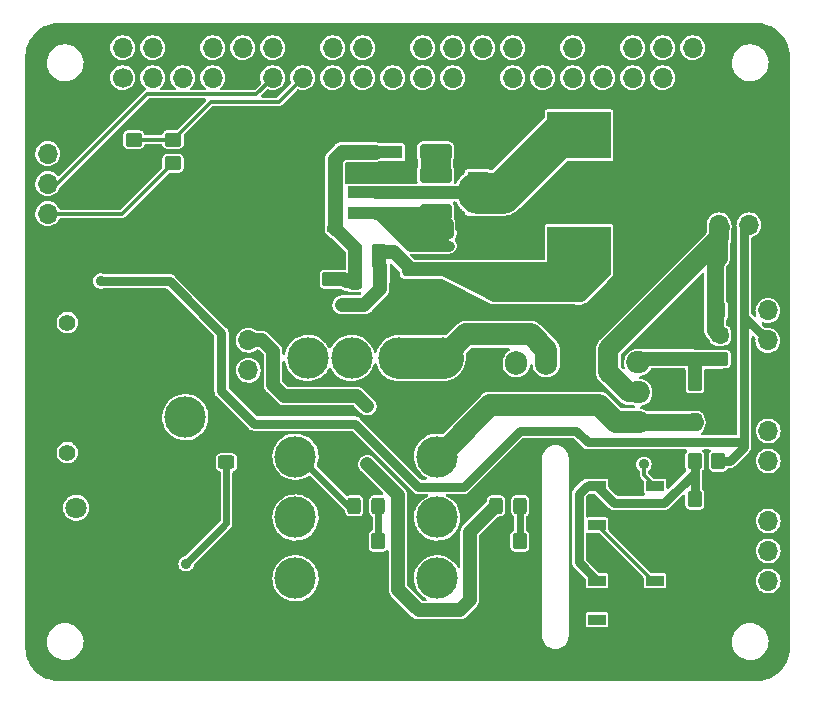
<source format=gtl>
G04 #@! TF.GenerationSoftware,KiCad,Pcbnew,(6.0.7)*
G04 #@! TF.CreationDate,2023-08-07T05:57:35+10:00*
G04 #@! TF.ProjectId,RPI,5250492e-6b69-4636-9164-5f7063625858,2.12*
G04 #@! TF.SameCoordinates,Original*
G04 #@! TF.FileFunction,Copper,L1,Top*
G04 #@! TF.FilePolarity,Positive*
%FSLAX46Y46*%
G04 Gerber Fmt 4.6, Leading zero omitted, Abs format (unit mm)*
G04 Created by KiCad (PCBNEW (6.0.7)) date 2023-08-07 05:57:35*
%MOMM*%
%LPD*%
G01*
G04 APERTURE LIST*
G04 Aperture macros list*
%AMRoundRect*
0 Rectangle with rounded corners*
0 $1 Rounding radius*
0 $2 $3 $4 $5 $6 $7 $8 $9 X,Y pos of 4 corners*
0 Add a 4 corners polygon primitive as box body*
4,1,4,$2,$3,$4,$5,$6,$7,$8,$9,$2,$3,0*
0 Add four circle primitives for the rounded corners*
1,1,$1+$1,$2,$3*
1,1,$1+$1,$4,$5*
1,1,$1+$1,$6,$7*
1,1,$1+$1,$8,$9*
0 Add four rect primitives between the rounded corners*
20,1,$1+$1,$2,$3,$4,$5,0*
20,1,$1+$1,$4,$5,$6,$7,0*
20,1,$1+$1,$6,$7,$8,$9,0*
20,1,$1+$1,$8,$9,$2,$3,0*%
G04 Aperture macros list end*
G04 #@! TA.AperFunction,SMDPad,CuDef*
%ADD10RoundRect,0.250000X0.350000X0.450000X-0.350000X0.450000X-0.350000X-0.450000X0.350000X-0.450000X0*%
G04 #@! TD*
G04 #@! TA.AperFunction,SMDPad,CuDef*
%ADD11R,4.600000X1.100000*%
G04 #@! TD*
G04 #@! TA.AperFunction,SMDPad,CuDef*
%ADD12R,9.400000X10.800000*%
G04 #@! TD*
G04 #@! TA.AperFunction,SMDPad,CuDef*
%ADD13RoundRect,0.250000X-0.450000X0.325000X-0.450000X-0.325000X0.450000X-0.325000X0.450000X0.325000X0*%
G04 #@! TD*
G04 #@! TA.AperFunction,ComponentPad*
%ADD14C,1.400000*%
G04 #@! TD*
G04 #@! TA.AperFunction,ComponentPad*
%ADD15R,3.500000X3.500000*%
G04 #@! TD*
G04 #@! TA.AperFunction,ComponentPad*
%ADD16C,3.500000*%
G04 #@! TD*
G04 #@! TA.AperFunction,SMDPad,CuDef*
%ADD17RoundRect,0.250000X0.337500X0.475000X-0.337500X0.475000X-0.337500X-0.475000X0.337500X-0.475000X0*%
G04 #@! TD*
G04 #@! TA.AperFunction,SMDPad,CuDef*
%ADD18RoundRect,0.250000X-0.350000X-0.450000X0.350000X-0.450000X0.350000X0.450000X-0.350000X0.450000X0*%
G04 #@! TD*
G04 #@! TA.AperFunction,ComponentPad*
%ADD19O,1.700000X1.700000*%
G04 #@! TD*
G04 #@! TA.AperFunction,ComponentPad*
%ADD20R,1.700000X1.700000*%
G04 #@! TD*
G04 #@! TA.AperFunction,SMDPad,CuDef*
%ADD21R,1.500000X0.900000*%
G04 #@! TD*
G04 #@! TA.AperFunction,SMDPad,CuDef*
%ADD22R,5.400000X4.000000*%
G04 #@! TD*
G04 #@! TA.AperFunction,SMDPad,CuDef*
%ADD23RoundRect,0.250000X-0.475000X0.337500X-0.475000X-0.337500X0.475000X-0.337500X0.475000X0.337500X0*%
G04 #@! TD*
G04 #@! TA.AperFunction,SMDPad,CuDef*
%ADD24RoundRect,0.250000X1.100000X-0.412500X1.100000X0.412500X-1.100000X0.412500X-1.100000X-0.412500X0*%
G04 #@! TD*
G04 #@! TA.AperFunction,SMDPad,CuDef*
%ADD25RoundRect,0.250000X0.325000X0.450000X-0.325000X0.450000X-0.325000X-0.450000X0.325000X-0.450000X0*%
G04 #@! TD*
G04 #@! TA.AperFunction,ComponentPad*
%ADD26O,1.600000X1.600000*%
G04 #@! TD*
G04 #@! TA.AperFunction,ComponentPad*
%ADD27R,1.600000X1.600000*%
G04 #@! TD*
G04 #@! TA.AperFunction,SMDPad,CuDef*
%ADD28RoundRect,0.250000X0.450000X-0.350000X0.450000X0.350000X-0.450000X0.350000X-0.450000X-0.350000X0*%
G04 #@! TD*
G04 #@! TA.AperFunction,SMDPad,CuDef*
%ADD29RoundRect,0.250000X-0.337500X-0.475000X0.337500X-0.475000X0.337500X0.475000X-0.337500X0.475000X0*%
G04 #@! TD*
G04 #@! TA.AperFunction,SMDPad,CuDef*
%ADD30RoundRect,0.250000X-0.450000X0.350000X-0.450000X-0.350000X0.450000X-0.350000X0.450000X0.350000X0*%
G04 #@! TD*
G04 #@! TA.AperFunction,SMDPad,CuDef*
%ADD31R,1.800000X3.500000*%
G04 #@! TD*
G04 #@! TA.AperFunction,ComponentPad*
%ADD32R,1.800000X1.800000*%
G04 #@! TD*
G04 #@! TA.AperFunction,ComponentPad*
%ADD33C,1.800000*%
G04 #@! TD*
G04 #@! TA.AperFunction,ComponentPad*
%ADD34R,1.905000X2.000000*%
G04 #@! TD*
G04 #@! TA.AperFunction,ComponentPad*
%ADD35O,1.905000X2.000000*%
G04 #@! TD*
G04 #@! TA.AperFunction,SMDPad,CuDef*
%ADD36RoundRect,0.250000X0.475000X-0.337500X0.475000X0.337500X-0.475000X0.337500X-0.475000X-0.337500X0*%
G04 #@! TD*
G04 #@! TA.AperFunction,ComponentPad*
%ADD37O,2.000000X1.905000*%
G04 #@! TD*
G04 #@! TA.AperFunction,ComponentPad*
%ADD38C,1.700000*%
G04 #@! TD*
G04 #@! TA.AperFunction,ViaPad*
%ADD39C,0.700000*%
G04 #@! TD*
G04 #@! TA.AperFunction,ViaPad*
%ADD40C,0.900000*%
G04 #@! TD*
G04 #@! TA.AperFunction,ViaPad*
%ADD41C,1.200000*%
G04 #@! TD*
G04 #@! TA.AperFunction,ViaPad*
%ADD42C,1.150000*%
G04 #@! TD*
G04 #@! TA.AperFunction,Conductor*
%ADD43C,1.900000*%
G04 #@! TD*
G04 #@! TA.AperFunction,Conductor*
%ADD44C,0.200000*%
G04 #@! TD*
G04 #@! TA.AperFunction,Conductor*
%ADD45C,0.900000*%
G04 #@! TD*
G04 #@! TA.AperFunction,Conductor*
%ADD46C,1.450000*%
G04 #@! TD*
G04 #@! TA.AperFunction,Conductor*
%ADD47C,2.000000*%
G04 #@! TD*
G04 #@! TA.AperFunction,Conductor*
%ADD48C,0.600000*%
G04 #@! TD*
G04 #@! TA.AperFunction,Conductor*
%ADD49C,1.100000*%
G04 #@! TD*
G04 #@! TA.AperFunction,Conductor*
%ADD50C,1.200000*%
G04 #@! TD*
G04 #@! TA.AperFunction,Conductor*
%ADD51C,0.500000*%
G04 #@! TD*
G04 #@! TA.AperFunction,Conductor*
%ADD52C,1.700000*%
G04 #@! TD*
G04 #@! TA.AperFunction,Conductor*
%ADD53C,1.150000*%
G04 #@! TD*
G04 #@! TA.AperFunction,Conductor*
%ADD54C,0.300000*%
G04 #@! TD*
G04 #@! TA.AperFunction,Conductor*
%ADD55C,3.500000*%
G04 #@! TD*
G04 #@! TA.AperFunction,Conductor*
%ADD56C,0.800000*%
G04 #@! TD*
G04 #@! TA.AperFunction,Conductor*
%ADD57C,1.300000*%
G04 #@! TD*
G04 #@! TA.AperFunction,Conductor*
%ADD58C,1.000000*%
G04 #@! TD*
G04 APERTURE END LIST*
D10*
X142000000Y-88000000D03*
X140000000Y-88000000D03*
D11*
X129743498Y-60181287D03*
X129743498Y-58481287D03*
D12*
X120593498Y-56781287D03*
D11*
X129743498Y-56781287D03*
X129743498Y-55081287D03*
X129743498Y-53381287D03*
D13*
X117156137Y-79271995D03*
X117156137Y-81321995D03*
D14*
X103675000Y-69500000D03*
X103675000Y-80500000D03*
D15*
X113675000Y-72500000D03*
D16*
X113675000Y-77500000D03*
D17*
X158809314Y-68466446D03*
X156734314Y-68466446D03*
D18*
X156803699Y-81221472D03*
X158803699Y-81221472D03*
D10*
X158825507Y-74590609D03*
X156825507Y-74590609D03*
D19*
X163025000Y-78675000D03*
X163025000Y-81215000D03*
D20*
X163025000Y-83755000D03*
D19*
X163025000Y-86295000D03*
X163025000Y-88835000D03*
X163025000Y-91375000D03*
D21*
X148550000Y-83350000D03*
X148550000Y-86650000D03*
X153450000Y-86650000D03*
X153450000Y-83350000D03*
D22*
X147011263Y-53657857D03*
X147011263Y-63357857D03*
D19*
X102025000Y-55200000D03*
X102025000Y-57740000D03*
X102025000Y-60280000D03*
D20*
X102025000Y-62820000D03*
D23*
X132750000Y-65000000D03*
X132750000Y-67075000D03*
D19*
X119000000Y-71000000D03*
X119000000Y-73540000D03*
D24*
X134874000Y-55029500D03*
X134874000Y-51904500D03*
D25*
X130025000Y-85000000D03*
X127975000Y-85000000D03*
D10*
X130000000Y-88000000D03*
X128000000Y-88000000D03*
D26*
X147000000Y-67000000D03*
D27*
X147000000Y-69500000D03*
D28*
X158976510Y-72578299D03*
X158976510Y-70578299D03*
D19*
X163000000Y-68475000D03*
X163000000Y-71015000D03*
D20*
X163000000Y-73555000D03*
D29*
X128060662Y-66000000D03*
X130135662Y-66000000D03*
D30*
X112625000Y-54000000D03*
X112625000Y-56000000D03*
D28*
X125943737Y-65817671D03*
X125943737Y-63817671D03*
D25*
X142025000Y-85000000D03*
X139975000Y-85000000D03*
D31*
X138430000Y-58481600D03*
X138430000Y-53481600D03*
D16*
X123000000Y-80850000D03*
X123000000Y-86000000D03*
X123000000Y-91150000D03*
D24*
X134874000Y-60109500D03*
X134874000Y-56984500D03*
D21*
X148550000Y-91350000D03*
X148550000Y-94650000D03*
X153450000Y-94650000D03*
X153450000Y-91350000D03*
D30*
X109296824Y-54000000D03*
X109296824Y-56000000D03*
D16*
X124056016Y-72496126D03*
X127756016Y-72496126D03*
X131756016Y-72496126D03*
X135456016Y-72496126D03*
D32*
X104427533Y-90179143D03*
D33*
X104427533Y-85179143D03*
D29*
X156797957Y-77944431D03*
X158872957Y-77944431D03*
D16*
X135000000Y-80850000D03*
X135000000Y-86000000D03*
X135000000Y-91150000D03*
D34*
X146773390Y-72928876D03*
D35*
X144233390Y-72928876D03*
X141693390Y-72928876D03*
D23*
X135326228Y-64981794D03*
X135326228Y-67056794D03*
D36*
X156619695Y-72623629D03*
X156619695Y-70548629D03*
D19*
X158851759Y-61219568D03*
X161391759Y-61219568D03*
D10*
X158810399Y-84437912D03*
X156810399Y-84437912D03*
D37*
X152020447Y-72866553D03*
X152020447Y-75406553D03*
X152020447Y-77946553D03*
D18*
X128068979Y-63563219D03*
X130068979Y-63563219D03*
D38*
X108370000Y-48770000D03*
D19*
X108370000Y-46230000D03*
X110910000Y-48770000D03*
X110910000Y-46230000D03*
X113450000Y-48770000D03*
D20*
X113450000Y-46230000D03*
D19*
X115990000Y-48770000D03*
X115990000Y-46230000D03*
D20*
X118530000Y-48770000D03*
D19*
X118530000Y-46230000D03*
X121070000Y-48770000D03*
X121070000Y-46230000D03*
X123610000Y-48770000D03*
D20*
X123610000Y-46230000D03*
D19*
X126150000Y-48770000D03*
X126150000Y-46230000D03*
X128690000Y-48770000D03*
X128690000Y-46230000D03*
X131230000Y-48770000D03*
D20*
X131230000Y-46230000D03*
D19*
X133770000Y-48770000D03*
X133770000Y-46230000D03*
X136310000Y-48770000D03*
X136310000Y-46230000D03*
D20*
X138850000Y-48770000D03*
D19*
X138850000Y-46230000D03*
X141390000Y-48770000D03*
X141390000Y-46230000D03*
X143930000Y-48770000D03*
D20*
X143930000Y-46230000D03*
D19*
X146470000Y-48770000D03*
X146470000Y-46230000D03*
X149010000Y-48770000D03*
D20*
X149010000Y-46230000D03*
D19*
X151550000Y-48770000D03*
X151550000Y-46230000D03*
X154090000Y-48770000D03*
X154090000Y-46230000D03*
D20*
X156630000Y-48770000D03*
D19*
X156630000Y-46230000D03*
D39*
X106000000Y-53000000D03*
X146304000Y-56388000D03*
X114300000Y-54356000D03*
X160000000Y-59000000D03*
X139341600Y-55679600D03*
X124000000Y-83000000D03*
X142000000Y-92000000D03*
X163000000Y-62000000D03*
X123444000Y-56896000D03*
X125730000Y-97155000D03*
X150114000Y-60706000D03*
X123952000Y-69088000D03*
X106000000Y-71000000D03*
X103000000Y-86000000D03*
X132689600Y-50517800D03*
X109000000Y-77000000D03*
X109000000Y-68000000D03*
X108712000Y-92000000D03*
X148000000Y-89000000D03*
X163000000Y-50000000D03*
X127000000Y-83000000D03*
X150368000Y-65024000D03*
X103000000Y-92000000D03*
X103000000Y-89000000D03*
X127000000Y-89000000D03*
X154432000Y-74168000D03*
X106000000Y-50000000D03*
X139000000Y-89000000D03*
X123444000Y-52832000D03*
X127000000Y-77000000D03*
X106000000Y-74000000D03*
X157000000Y-86000000D03*
X149860000Y-69088000D03*
X119888000Y-69088000D03*
X130652000Y-68072000D03*
X129667000Y-56896000D03*
X142000000Y-83000000D03*
X133000000Y-77000000D03*
X121000000Y-89000000D03*
X154432000Y-71120000D03*
X150114000Y-51054000D03*
X108712000Y-95000000D03*
X106000000Y-80000000D03*
X124000000Y-89000000D03*
X163068000Y-76200000D03*
X109000000Y-74000000D03*
X151000000Y-86000000D03*
X106000000Y-59000000D03*
X150114000Y-56388000D03*
X103000000Y-59000000D03*
X151000000Y-95000000D03*
X106000000Y-62000000D03*
X103000000Y-65000000D03*
X142000000Y-95000000D03*
X154432000Y-76200000D03*
X136652000Y-68072000D03*
X139192000Y-61468000D03*
X124000000Y-77000000D03*
X117856000Y-56896000D03*
X142748000Y-51054000D03*
X103000000Y-74000000D03*
X126689600Y-53517800D03*
X139000000Y-92000000D03*
X157000000Y-95000000D03*
X133652000Y-68072000D03*
X109000000Y-62000000D03*
X141732000Y-61468000D03*
X127000000Y-92964000D03*
X160000000Y-92000000D03*
X106000000Y-68000000D03*
X136000000Y-89000000D03*
X115000000Y-80000000D03*
X114300000Y-56896000D03*
X139000000Y-95000000D03*
X136000000Y-77000000D03*
X106000000Y-77000000D03*
X154000000Y-89000000D03*
X129689600Y-50517800D03*
X153670000Y-60706000D03*
X127000000Y-80000000D03*
X157480000Y-76200000D03*
X106000000Y-56000000D03*
X103000000Y-68000000D03*
X139341600Y-51054000D03*
X154940000Y-69088000D03*
X133000000Y-89000000D03*
X157000000Y-92000000D03*
X117856000Y-60960000D03*
X109000000Y-80000000D03*
X157000000Y-89000000D03*
X112000000Y-80000000D03*
X106000000Y-92000000D03*
X160000000Y-65000000D03*
X103000000Y-83000000D03*
X153670000Y-56388000D03*
X163000000Y-59000000D03*
X118000000Y-92000000D03*
X130810000Y-97155000D03*
X108712000Y-98044000D03*
X103000000Y-77000000D03*
X123444000Y-60960000D03*
X117856000Y-52832000D03*
X151000000Y-83000000D03*
X146304000Y-51054000D03*
X103000000Y-53000000D03*
X163068000Y-64516000D03*
X109000000Y-71000000D03*
X106000000Y-89000000D03*
X153670000Y-65024000D03*
X127000000Y-90932000D03*
X157000000Y-98000000D03*
X151000000Y-92000000D03*
X153670000Y-53086000D03*
X139000000Y-98552000D03*
X160000000Y-50000000D03*
X106000000Y-86000000D03*
X103000000Y-71000000D03*
X108712000Y-86101252D03*
D40*
X136000000Y-63000000D03*
X136000000Y-62000000D03*
D41*
X126921772Y-68000000D03*
D42*
X129086607Y-76586607D03*
X129086607Y-81500000D03*
D40*
X152500000Y-81500000D03*
X106515309Y-65984691D03*
X113737117Y-89921396D03*
D43*
X148698834Y-76489095D02*
X139503979Y-76489095D01*
D44*
X151984452Y-77910558D02*
X152020447Y-77946553D01*
D45*
X132678570Y-63000000D02*
X129875000Y-60196430D01*
X136000000Y-63000000D02*
X132678570Y-63000000D01*
D46*
X156795835Y-77946553D02*
X156797957Y-77944431D01*
D43*
X150120297Y-77910558D02*
X148698834Y-76489095D01*
D45*
X135891215Y-61088215D02*
X134999430Y-60196430D01*
X135891215Y-61891215D02*
X135891215Y-61088215D01*
D47*
X135071537Y-80921537D02*
X135000000Y-80850000D01*
D48*
X136000000Y-62000000D02*
X135891215Y-61891215D01*
D43*
X139503979Y-76489095D02*
X135071537Y-80921537D01*
D46*
X152020447Y-77946553D02*
X156795835Y-77946553D01*
D49*
X134999430Y-60196430D02*
X129725000Y-60196430D01*
D43*
X151984452Y-77910558D02*
X150120297Y-77910558D01*
D50*
X128823854Y-68000000D02*
X130135662Y-66688192D01*
D51*
X138136905Y-64942956D02*
X146561136Y-64942956D01*
D44*
X135335393Y-64972629D02*
X135326228Y-64981794D01*
D48*
X137266324Y-64972629D02*
X135335393Y-64972629D01*
X139726575Y-67432880D02*
X137266324Y-64972629D01*
X147011263Y-66988737D02*
X147000000Y-67000000D01*
D50*
X135308022Y-65000000D02*
X132750000Y-65000000D01*
D48*
X135335393Y-64972629D02*
X135308022Y-65000000D01*
D50*
X126921772Y-68000000D02*
X128823854Y-68000000D01*
X130068979Y-63563219D02*
X130068979Y-64583338D01*
X131313219Y-63563219D02*
X132750000Y-65000000D01*
D48*
X146567120Y-67432880D02*
X139726575Y-67432880D01*
X147011263Y-62192942D02*
X147011263Y-65393083D01*
D50*
X130068979Y-64583338D02*
X130162069Y-64676428D01*
X130068979Y-63563219D02*
X131313219Y-63563219D01*
D51*
X146561136Y-64942956D02*
X147011263Y-65393083D01*
X137686778Y-65393083D02*
X138136905Y-64942956D01*
D50*
X130135662Y-66688192D02*
X130135662Y-66000000D01*
D44*
X130162069Y-65973593D02*
X130135662Y-66000000D01*
D48*
X147000000Y-67000000D02*
X146567120Y-67432880D01*
X147011263Y-65393083D02*
X147011263Y-66988737D01*
D44*
X137266324Y-64972629D02*
X137686778Y-65393083D01*
D50*
X130162069Y-64676428D02*
X130162069Y-65973593D01*
D46*
X158976510Y-70578299D02*
X158522641Y-70124430D01*
X158851759Y-64018052D02*
X158851759Y-61219568D01*
X158522641Y-70124430D02*
X158522641Y-64347170D01*
D52*
X158851759Y-62368793D02*
X149496649Y-71723903D01*
X149496649Y-73689702D02*
X151213500Y-75406553D01*
D46*
X158522641Y-64347170D02*
X158851759Y-64018052D01*
D52*
X158851759Y-61219568D02*
X158851759Y-62368793D01*
X149496649Y-71723903D02*
X149496649Y-73689702D01*
X151213500Y-75406553D02*
X152020447Y-75406553D01*
D46*
X158851759Y-61219568D02*
X159000000Y-61367809D01*
D48*
X123325472Y-80850000D02*
X127475472Y-85000000D01*
X123000000Y-80850000D02*
X123325472Y-80850000D01*
X127475472Y-85000000D02*
X127975000Y-85000000D01*
D53*
X129086607Y-76586607D02*
X128221698Y-75721698D01*
X129086607Y-81500000D02*
X131681840Y-84095233D01*
X121111092Y-74797532D02*
X121111092Y-71908344D01*
X137741509Y-93007505D02*
X137741509Y-87233491D01*
X133425000Y-93860849D02*
X136888165Y-93860849D01*
X136888165Y-93860849D02*
X137741509Y-93007505D01*
X137741509Y-87233491D02*
X139975000Y-85000000D01*
X121111092Y-71908344D02*
X120202748Y-71000000D01*
X131681840Y-84095233D02*
X131681840Y-92117689D01*
X128221698Y-75721698D02*
X122035258Y-75721698D01*
X122035258Y-75721698D02*
X121111092Y-74797532D01*
X131681840Y-92117689D02*
X133425000Y-93860849D01*
X120202748Y-71000000D02*
X119000000Y-71000000D01*
D54*
X119666012Y-50173988D02*
X110411860Y-50173988D01*
X102845848Y-57740000D02*
X102025000Y-57740000D01*
X121070000Y-48770000D02*
X119666012Y-50173988D01*
X110411860Y-50173988D02*
X102845848Y-57740000D01*
X152500000Y-82400000D02*
X153450000Y-83350000D01*
X152500000Y-81500000D02*
X152500000Y-82400000D01*
X121581858Y-50798142D02*
X123610000Y-48770000D01*
X112625000Y-54000000D02*
X109296824Y-54000000D01*
X115826858Y-50798142D02*
X121581858Y-50798142D01*
X112625000Y-54000000D02*
X115826858Y-50798142D01*
D49*
X129743498Y-58481287D02*
X137221287Y-58481287D01*
D55*
X145342143Y-53657857D02*
X147011263Y-53657857D01*
X140500000Y-58500000D02*
X138474421Y-58500000D01*
X140500000Y-58500000D02*
X145342143Y-53657857D01*
D51*
X138988800Y-58470800D02*
X137821073Y-58470800D01*
D44*
X138430000Y-58481600D02*
X137222042Y-58481600D01*
D49*
X137221287Y-58481287D02*
X138429245Y-58481287D01*
D51*
X137795008Y-58481608D02*
G75*
G02*
X137821073Y-58470800I26092J-26092D01*
G01*
D49*
X138988805Y-58470805D02*
G75*
G02*
X138963483Y-58481287I-25305J25305D01*
G01*
D44*
X138429987Y-58481613D02*
G75*
G03*
X138429245Y-58481288I-787J-787D01*
G01*
D55*
X138429994Y-58481606D02*
G75*
G03*
X138474421Y-58500000I44406J44406D01*
G01*
D44*
X137221261Y-58481315D02*
G75*
G03*
X137222042Y-58481599I739J815D01*
G01*
D43*
X135456016Y-72496126D02*
X137452142Y-70500000D01*
D55*
X131756016Y-72496126D02*
X135456016Y-72496126D01*
D43*
X142916104Y-70500000D02*
X144233390Y-71817286D01*
X137452142Y-70500000D02*
X142916104Y-70500000D01*
X144233390Y-71817286D02*
X144233390Y-72928876D01*
D48*
X142025000Y-85000000D02*
X142025000Y-87975000D01*
D44*
X142025000Y-87975000D02*
X142000000Y-88000000D01*
D56*
X158803699Y-81221472D02*
X159778528Y-81221472D01*
X159778528Y-81221472D02*
X160994968Y-80005032D01*
X160645419Y-79640939D02*
X160944073Y-79939593D01*
X147757547Y-79640939D02*
X160645419Y-79640939D01*
X133366782Y-83390472D02*
X137266025Y-83390472D01*
X160999999Y-69014999D02*
X163000000Y-71015000D01*
X160999999Y-61611328D02*
X160999999Y-69014999D01*
X116734249Y-70375021D02*
X116734249Y-75289013D01*
X119488632Y-78043396D02*
X128019706Y-78043396D01*
X146755024Y-78638416D02*
X147757547Y-79640939D01*
X161391759Y-61219568D02*
X160999999Y-61611328D01*
X128019706Y-78043396D02*
X133366782Y-83390472D01*
X106530618Y-66000000D02*
X112359228Y-66000000D01*
X142018081Y-78638416D02*
X146755024Y-78638416D01*
X106515309Y-65984691D02*
X106530618Y-66000000D01*
X116734249Y-75289013D02*
X119488632Y-78043396D01*
X137266025Y-83390472D02*
X142018081Y-78638416D01*
X112359228Y-66000000D02*
X116734249Y-70375021D01*
X160994968Y-80005032D02*
X160994968Y-67303699D01*
D48*
X130025000Y-85000000D02*
X130025000Y-87975000D01*
D44*
X130025000Y-87975000D02*
X130000000Y-88000000D01*
D50*
X152020447Y-72866553D02*
X152328195Y-72558805D01*
X156619695Y-72623629D02*
X156825507Y-72829441D01*
X156825507Y-72829441D02*
X156825507Y-74590609D01*
D44*
X158931180Y-72623629D02*
X158976510Y-72578299D01*
D50*
X156554871Y-72558805D02*
X156619695Y-72623629D01*
X152328195Y-72558805D02*
X156554871Y-72558805D01*
X156619695Y-72623629D02*
X158931180Y-72623629D01*
D48*
X156791590Y-72866553D02*
X156734800Y-72809763D01*
D57*
X126343691Y-55656309D02*
X126918713Y-55081287D01*
X126365774Y-61487204D02*
X126343691Y-61465121D01*
D50*
X127114799Y-65817671D02*
X127297128Y-66000000D01*
X128060662Y-66000000D02*
X128060662Y-65000000D01*
X128068979Y-64991683D02*
X128068979Y-63190409D01*
X127297128Y-66000000D02*
X128060662Y-66000000D01*
D57*
X126343691Y-61465121D02*
X126343691Y-55656309D01*
D48*
X128068979Y-64991683D02*
X128060662Y-65000000D01*
D57*
X126918713Y-55081287D02*
X129743498Y-55081287D01*
D50*
X128068979Y-63190409D02*
X126365774Y-61487204D01*
X125943737Y-65817671D02*
X127114799Y-65817671D01*
D56*
X147000000Y-84000000D02*
X147000000Y-89800000D01*
X149955975Y-84755975D02*
X154244025Y-84755975D01*
X147000000Y-89800000D02*
X148550000Y-91350000D01*
X156803699Y-81221472D02*
X156801641Y-81223530D01*
X156803699Y-82196301D02*
X156803699Y-81221472D01*
X147650000Y-83350000D02*
X147000000Y-84000000D01*
X154244025Y-84755975D02*
X156803699Y-82196301D01*
X156801641Y-81223530D02*
X156801641Y-84429154D01*
X148550000Y-83350000D02*
X147650000Y-83350000D01*
X148550000Y-83350000D02*
X149955975Y-84755975D01*
D54*
X148550000Y-86650000D02*
X153250000Y-91350000D01*
D44*
X153250000Y-91350000D02*
X153450000Y-91350000D01*
D54*
X108345000Y-60280000D02*
X112625000Y-56000000D01*
X105999781Y-60280000D02*
X108345000Y-60280000D01*
X105999781Y-60280000D02*
X102025000Y-60280000D01*
D48*
X113737117Y-89921396D02*
X117156137Y-86502376D01*
X117156137Y-86502376D02*
X117156137Y-81321995D01*
D58*
X134874000Y-56984500D02*
X134874000Y-55029500D01*
G04 #@! TA.AperFunction,Conductor*
G36*
X134820303Y-59837002D02*
G01*
X134832845Y-59846204D01*
X135970509Y-60794258D01*
X136010036Y-60853234D01*
X136015822Y-60893507D01*
X135995319Y-61946638D01*
X135995329Y-61947580D01*
X136005115Y-62913207D01*
X135985804Y-62981527D01*
X135932622Y-63028561D01*
X135888286Y-63040149D01*
X135460413Y-63071349D01*
X135450638Y-63071681D01*
X134236102Y-63065687D01*
X132751426Y-63058359D01*
X132683405Y-63038021D01*
X132663583Y-63022082D01*
X131232080Y-61610617D01*
X129631782Y-60032720D01*
X129597319Y-59970650D01*
X129601885Y-59899801D01*
X129644030Y-59842667D01*
X129710374Y-59817388D01*
X129720248Y-59817000D01*
X134752182Y-59817000D01*
X134820303Y-59837002D01*
G37*
G04 #@! TD.AperFunction*
G04 #@! TA.AperFunction,Conductor*
G36*
X149652978Y-65210038D02*
G01*
X149703006Y-65260414D01*
X149717856Y-65329840D01*
X149692814Y-65396274D01*
X149681931Y-65408879D01*
X147610446Y-67509820D01*
X147548378Y-67544283D01*
X147540265Y-67545831D01*
X146604630Y-67692597D01*
X146534233Y-67683393D01*
X146479987Y-67637590D01*
X146459115Y-67569731D01*
X146476966Y-67503452D01*
X147750572Y-65373680D01*
X147802700Y-65325481D01*
X147850157Y-65312638D01*
X149583659Y-65194706D01*
X149652978Y-65210038D01*
G37*
G04 #@! TD.AperFunction*
G04 #@! TA.AperFunction,Conductor*
G36*
X142354191Y-64400228D02*
G01*
X147651778Y-64407549D01*
X147719870Y-64427645D01*
X147766289Y-64481365D01*
X147777601Y-64532787D01*
X147782333Y-65317112D01*
X147793610Y-67186237D01*
X146623022Y-67259210D01*
X146608549Y-67260112D01*
X146608548Y-67260112D01*
X139658785Y-67693353D01*
X139594690Y-67680341D01*
X138750695Y-67259210D01*
X135404422Y-65589509D01*
X135352399Y-65541198D01*
X135334754Y-65472429D01*
X135339458Y-65442392D01*
X135611594Y-64482703D01*
X135649422Y-64422623D01*
X135713726Y-64392531D01*
X135732989Y-64391077D01*
X142354191Y-64400228D01*
G37*
G04 #@! TD.AperFunction*
G04 #@! TA.AperFunction,Conductor*
G36*
X161968181Y-44127705D02*
G01*
X161983977Y-44127705D01*
X162000000Y-44131998D01*
X162011217Y-44128992D01*
X162013795Y-44129749D01*
X162013878Y-44128279D01*
X162314557Y-44145165D01*
X162328589Y-44146746D01*
X162480405Y-44172541D01*
X162632215Y-44198335D01*
X162645990Y-44201479D01*
X162941929Y-44286737D01*
X162955266Y-44291404D01*
X163131129Y-44364249D01*
X163239798Y-44409261D01*
X163252521Y-44415388D01*
X163522074Y-44564365D01*
X163534022Y-44571872D01*
X163676020Y-44672625D01*
X163785205Y-44750096D01*
X163796252Y-44758906D01*
X164025888Y-44964121D01*
X164035879Y-44974112D01*
X164241094Y-45203748D01*
X164249904Y-45214795D01*
X164428128Y-45465978D01*
X164435635Y-45477926D01*
X164528443Y-45645849D01*
X164584610Y-45747475D01*
X164590741Y-45760206D01*
X164708596Y-46044734D01*
X164713263Y-46058071D01*
X164798521Y-46354010D01*
X164801665Y-46367785D01*
X164816950Y-46457744D01*
X164851204Y-46659344D01*
X164853253Y-46671406D01*
X164854835Y-46685443D01*
X164862588Y-46823498D01*
X164871721Y-46986122D01*
X164870572Y-46986187D01*
X164871115Y-46988385D01*
X164868002Y-47000000D01*
X164872295Y-47016023D01*
X164872295Y-47031819D01*
X164872500Y-47033376D01*
X164872500Y-96966624D01*
X164872295Y-96968181D01*
X164872295Y-96983977D01*
X164868002Y-97000000D01*
X164871008Y-97011217D01*
X164870251Y-97013795D01*
X164871721Y-97013878D01*
X164854835Y-97314553D01*
X164853253Y-97328594D01*
X164801665Y-97632215D01*
X164798521Y-97645990D01*
X164713263Y-97941929D01*
X164708596Y-97955266D01*
X164590741Y-98239794D01*
X164584612Y-98252521D01*
X164435635Y-98522074D01*
X164428128Y-98534022D01*
X164311285Y-98698697D01*
X164249904Y-98785205D01*
X164241094Y-98796252D01*
X164035879Y-99025888D01*
X164025888Y-99035879D01*
X163796252Y-99241094D01*
X163785205Y-99249904D01*
X163534022Y-99428128D01*
X163522074Y-99435635D01*
X163252521Y-99584612D01*
X163239798Y-99590739D01*
X163131129Y-99635751D01*
X162955266Y-99708596D01*
X162941929Y-99713263D01*
X162645990Y-99798521D01*
X162632215Y-99801665D01*
X162480404Y-99827459D01*
X162328589Y-99853254D01*
X162314557Y-99854835D01*
X162013878Y-99871721D01*
X162013813Y-99870572D01*
X162011615Y-99871115D01*
X162000000Y-99868002D01*
X161983977Y-99872295D01*
X161968181Y-99872295D01*
X161966624Y-99872500D01*
X103033376Y-99872500D01*
X103031819Y-99872295D01*
X103016023Y-99872295D01*
X103000000Y-99868002D01*
X102988783Y-99871008D01*
X102986205Y-99870251D01*
X102986122Y-99871721D01*
X102685443Y-99854835D01*
X102671411Y-99853254D01*
X102519596Y-99827459D01*
X102367785Y-99801665D01*
X102354010Y-99798521D01*
X102058071Y-99713263D01*
X102044734Y-99708596D01*
X101868871Y-99635751D01*
X101760202Y-99590739D01*
X101747479Y-99584612D01*
X101477926Y-99435635D01*
X101465978Y-99428128D01*
X101214795Y-99249904D01*
X101203748Y-99241094D01*
X100974112Y-99035879D01*
X100964121Y-99025888D01*
X100758906Y-98796252D01*
X100750096Y-98785205D01*
X100688715Y-98698697D01*
X100571872Y-98534022D01*
X100564365Y-98522074D01*
X100415388Y-98252521D01*
X100409259Y-98239794D01*
X100291404Y-97955266D01*
X100286737Y-97941929D01*
X100201479Y-97645990D01*
X100198335Y-97632215D01*
X100146747Y-97328594D01*
X100145165Y-97314553D01*
X100128279Y-97013878D01*
X100129428Y-97013813D01*
X100128885Y-97011615D01*
X100131998Y-97000000D01*
X100127705Y-96983977D01*
X100127705Y-96968181D01*
X100127500Y-96966624D01*
X100127500Y-96554288D01*
X101945404Y-96554288D01*
X101945985Y-96559308D01*
X101945985Y-96559312D01*
X101952654Y-96616951D01*
X101974081Y-96802140D01*
X101975460Y-96807011D01*
X101975460Y-96807014D01*
X101993991Y-96872500D01*
X102042017Y-97042219D01*
X102147462Y-97268348D01*
X102287706Y-97474710D01*
X102459138Y-97655994D01*
X102657349Y-97807538D01*
X102877239Y-97925443D01*
X103113152Y-98006674D01*
X103241099Y-98028774D01*
X103355107Y-98048467D01*
X103355113Y-98048468D01*
X103359017Y-98049142D01*
X103362978Y-98049322D01*
X103362979Y-98049322D01*
X103387503Y-98050436D01*
X103387522Y-98050436D01*
X103388922Y-98050500D01*
X103562691Y-98050500D01*
X103565199Y-98050298D01*
X103565204Y-98050298D01*
X103743661Y-98035940D01*
X103743666Y-98035939D01*
X103748702Y-98035534D01*
X103753610Y-98034329D01*
X103753613Y-98034328D01*
X103986092Y-97977225D01*
X103991006Y-97976018D01*
X103995658Y-97974043D01*
X103995662Y-97974042D01*
X104216022Y-97880505D01*
X104216023Y-97880505D01*
X104220677Y-97878529D01*
X104431808Y-97745573D01*
X104529923Y-97659073D01*
X104615168Y-97583920D01*
X104615171Y-97583917D01*
X104618965Y-97580572D01*
X104777334Y-97387770D01*
X104902840Y-97172128D01*
X104924919Y-97114612D01*
X104975632Y-96982500D01*
X104992255Y-96939195D01*
X105006189Y-96872500D01*
X105042243Y-96699915D01*
X105043278Y-96694961D01*
X105054596Y-96445712D01*
X105025919Y-96197860D01*
X105018097Y-96170216D01*
X104969930Y-96000000D01*
X143868002Y-96000000D01*
X143868286Y-96001058D01*
X143885388Y-96196536D01*
X143886812Y-96201850D01*
X143886812Y-96201851D01*
X143922192Y-96333891D01*
X143936449Y-96387101D01*
X143938772Y-96392082D01*
X143938772Y-96392083D01*
X144017500Y-96560917D01*
X144017503Y-96560922D01*
X144019826Y-96565904D01*
X144132986Y-96727512D01*
X144272488Y-96867014D01*
X144276996Y-96870171D01*
X144276999Y-96870173D01*
X144416969Y-96968181D01*
X144434097Y-96980174D01*
X144439079Y-96982497D01*
X144439084Y-96982500D01*
X144607917Y-97061228D01*
X144612899Y-97063551D01*
X144618207Y-97064973D01*
X144618209Y-97064974D01*
X144798149Y-97113188D01*
X144803464Y-97114612D01*
X145000000Y-97131807D01*
X145196536Y-97114612D01*
X145201851Y-97113188D01*
X145381791Y-97064974D01*
X145381793Y-97064973D01*
X145387101Y-97063551D01*
X145432848Y-97042219D01*
X145560917Y-96982500D01*
X145560922Y-96982497D01*
X145565904Y-96980174D01*
X145656548Y-96916704D01*
X145723001Y-96870173D01*
X145723003Y-96870171D01*
X145727512Y-96867014D01*
X145867014Y-96727512D01*
X145980174Y-96565904D01*
X145982497Y-96560922D01*
X145982500Y-96560917D01*
X145985591Y-96554288D01*
X159945404Y-96554288D01*
X159945985Y-96559308D01*
X159945985Y-96559312D01*
X159952654Y-96616951D01*
X159974081Y-96802140D01*
X159975460Y-96807011D01*
X159975460Y-96807014D01*
X159993991Y-96872500D01*
X160042017Y-97042219D01*
X160147462Y-97268348D01*
X160287706Y-97474710D01*
X160459138Y-97655994D01*
X160657349Y-97807538D01*
X160877239Y-97925443D01*
X161113152Y-98006674D01*
X161241099Y-98028774D01*
X161355107Y-98048467D01*
X161355113Y-98048468D01*
X161359017Y-98049142D01*
X161362978Y-98049322D01*
X161362979Y-98049322D01*
X161387503Y-98050436D01*
X161387522Y-98050436D01*
X161388922Y-98050500D01*
X161562691Y-98050500D01*
X161565199Y-98050298D01*
X161565204Y-98050298D01*
X161743661Y-98035940D01*
X161743666Y-98035939D01*
X161748702Y-98035534D01*
X161753610Y-98034329D01*
X161753613Y-98034328D01*
X161986092Y-97977225D01*
X161991006Y-97976018D01*
X161995658Y-97974043D01*
X161995662Y-97974042D01*
X162216022Y-97880505D01*
X162216023Y-97880505D01*
X162220677Y-97878529D01*
X162431808Y-97745573D01*
X162529923Y-97659073D01*
X162615168Y-97583920D01*
X162615171Y-97583917D01*
X162618965Y-97580572D01*
X162777334Y-97387770D01*
X162902840Y-97172128D01*
X162924919Y-97114612D01*
X162975632Y-96982500D01*
X162992255Y-96939195D01*
X163006189Y-96872500D01*
X163042243Y-96699915D01*
X163043278Y-96694961D01*
X163054596Y-96445712D01*
X163025919Y-96197860D01*
X163018097Y-96170216D01*
X162969930Y-96000000D01*
X162957983Y-95957781D01*
X162852538Y-95731652D01*
X162712294Y-95525290D01*
X162540862Y-95344006D01*
X162342651Y-95192462D01*
X162122761Y-95074557D01*
X161886848Y-94993326D01*
X161758901Y-94971226D01*
X161644893Y-94951533D01*
X161644887Y-94951532D01*
X161640983Y-94950858D01*
X161637022Y-94950678D01*
X161637021Y-94950678D01*
X161612497Y-94949564D01*
X161612478Y-94949564D01*
X161611078Y-94949500D01*
X161437309Y-94949500D01*
X161434801Y-94949702D01*
X161434796Y-94949702D01*
X161256339Y-94964060D01*
X161256334Y-94964061D01*
X161251298Y-94964466D01*
X161246390Y-94965671D01*
X161246387Y-94965672D01*
X161016392Y-95022165D01*
X161008994Y-95023982D01*
X161004342Y-95025957D01*
X161004338Y-95025958D01*
X160797958Y-95113561D01*
X160779323Y-95121471D01*
X160568192Y-95254427D01*
X160564398Y-95257772D01*
X160384832Y-95416080D01*
X160384829Y-95416083D01*
X160381035Y-95419428D01*
X160222666Y-95612230D01*
X160097160Y-95827872D01*
X160007745Y-96060805D01*
X159956722Y-96305039D01*
X159945404Y-96554288D01*
X145985591Y-96554288D01*
X146061228Y-96392083D01*
X146061228Y-96392082D01*
X146063551Y-96387101D01*
X146077809Y-96333891D01*
X146113188Y-96201851D01*
X146113188Y-96201850D01*
X146114612Y-96196536D01*
X146131714Y-96001058D01*
X146131998Y-96000000D01*
X146127701Y-95983965D01*
X146127705Y-95968180D01*
X146127500Y-95966624D01*
X146127500Y-95119748D01*
X147599500Y-95119748D01*
X147611133Y-95178231D01*
X147655448Y-95244552D01*
X147721769Y-95288867D01*
X147733938Y-95291288D01*
X147733939Y-95291288D01*
X147774184Y-95299293D01*
X147780252Y-95300500D01*
X149319748Y-95300500D01*
X149325816Y-95299293D01*
X149366061Y-95291288D01*
X149366062Y-95291288D01*
X149378231Y-95288867D01*
X149444552Y-95244552D01*
X149488867Y-95178231D01*
X149500500Y-95119748D01*
X149500500Y-94180252D01*
X149488867Y-94121769D01*
X149444552Y-94055448D01*
X149378231Y-94011133D01*
X149366062Y-94008712D01*
X149366061Y-94008712D01*
X149325816Y-94000707D01*
X149319748Y-93999500D01*
X147780252Y-93999500D01*
X147774184Y-94000707D01*
X147733939Y-94008712D01*
X147733938Y-94008712D01*
X147721769Y-94011133D01*
X147655448Y-94055448D01*
X147611133Y-94121769D01*
X147599500Y-94180252D01*
X147599500Y-95119748D01*
X146127500Y-95119748D01*
X146127500Y-81033376D01*
X146127705Y-81031820D01*
X146127701Y-81016035D01*
X146131998Y-81000000D01*
X146131714Y-80998942D01*
X146129811Y-80977183D01*
X146120231Y-80867690D01*
X146114612Y-80803464D01*
X146103120Y-80760574D01*
X146064974Y-80618209D01*
X146064973Y-80618207D01*
X146063551Y-80612899D01*
X146042228Y-80567171D01*
X145982500Y-80439084D01*
X145982497Y-80439079D01*
X145980174Y-80434097D01*
X145908493Y-80331726D01*
X145870173Y-80276999D01*
X145870171Y-80276996D01*
X145867014Y-80272488D01*
X145727512Y-80132986D01*
X145719678Y-80127500D01*
X145627098Y-80062675D01*
X145565904Y-80019826D01*
X145560922Y-80017503D01*
X145560917Y-80017500D01*
X145392083Y-79938772D01*
X145392082Y-79938772D01*
X145387101Y-79936449D01*
X145381793Y-79935027D01*
X145381791Y-79935026D01*
X145201851Y-79886812D01*
X145201850Y-79886812D01*
X145196536Y-79885388D01*
X145000000Y-79868193D01*
X144803464Y-79885388D01*
X144798150Y-79886812D01*
X144798149Y-79886812D01*
X144618209Y-79935026D01*
X144618207Y-79935027D01*
X144612899Y-79936449D01*
X144607918Y-79938771D01*
X144607917Y-79938772D01*
X144439084Y-80017500D01*
X144439079Y-80017503D01*
X144434097Y-80019826D01*
X144429590Y-80022982D01*
X144429588Y-80022983D01*
X144276999Y-80129827D01*
X144276996Y-80129829D01*
X144272488Y-80132986D01*
X144132986Y-80272488D01*
X144129829Y-80276996D01*
X144129827Y-80276999D01*
X144091507Y-80331726D01*
X144019826Y-80434097D01*
X144017503Y-80439079D01*
X144017500Y-80439084D01*
X143957772Y-80567171D01*
X143936449Y-80612899D01*
X143935027Y-80618207D01*
X143935026Y-80618209D01*
X143896880Y-80760574D01*
X143885388Y-80803464D01*
X143868286Y-80998942D01*
X143868002Y-81000000D01*
X143872299Y-81016035D01*
X143872295Y-81031820D01*
X143872500Y-81033376D01*
X143872500Y-95966624D01*
X143872295Y-95968180D01*
X143872299Y-95983965D01*
X143868002Y-96000000D01*
X104969930Y-96000000D01*
X104957983Y-95957781D01*
X104852538Y-95731652D01*
X104712294Y-95525290D01*
X104540862Y-95344006D01*
X104342651Y-95192462D01*
X104122761Y-95074557D01*
X103886848Y-94993326D01*
X103758901Y-94971226D01*
X103644893Y-94951533D01*
X103644887Y-94951532D01*
X103640983Y-94950858D01*
X103637022Y-94950678D01*
X103637021Y-94950678D01*
X103612497Y-94949564D01*
X103612478Y-94949564D01*
X103611078Y-94949500D01*
X103437309Y-94949500D01*
X103434801Y-94949702D01*
X103434796Y-94949702D01*
X103256339Y-94964060D01*
X103256334Y-94964061D01*
X103251298Y-94964466D01*
X103246390Y-94965671D01*
X103246387Y-94965672D01*
X103016392Y-95022165D01*
X103008994Y-95023982D01*
X103004342Y-95025957D01*
X103004338Y-95025958D01*
X102797958Y-95113561D01*
X102779323Y-95121471D01*
X102568192Y-95254427D01*
X102564398Y-95257772D01*
X102384832Y-95416080D01*
X102384829Y-95416083D01*
X102381035Y-95419428D01*
X102222666Y-95612230D01*
X102097160Y-95827872D01*
X102007745Y-96060805D01*
X101956722Y-96305039D01*
X101945404Y-96554288D01*
X100127500Y-96554288D01*
X100127500Y-91088577D01*
X121045483Y-91088577D01*
X121045658Y-91093029D01*
X121055917Y-91354137D01*
X121056327Y-91364583D01*
X121105953Y-91636309D01*
X121193370Y-91898331D01*
X121217598Y-91946818D01*
X121299206Y-92110141D01*
X121316834Y-92145421D01*
X121319363Y-92149080D01*
X121462630Y-92356370D01*
X121473882Y-92372651D01*
X121476904Y-92375920D01*
X121587370Y-92495421D01*
X121661380Y-92575485D01*
X121664834Y-92578297D01*
X121872131Y-92747063D01*
X121872135Y-92747066D01*
X121875588Y-92749877D01*
X121879410Y-92752178D01*
X122042761Y-92850523D01*
X122112230Y-92892347D01*
X122185141Y-92923221D01*
X122362482Y-92998316D01*
X122362487Y-92998318D01*
X122366585Y-93000053D01*
X122370882Y-93001192D01*
X122370887Y-93001194D01*
X122500082Y-93035449D01*
X122633579Y-93070845D01*
X122907884Y-93103311D01*
X123184027Y-93096804D01*
X123290067Y-93079154D01*
X123452108Y-93052183D01*
X123452112Y-93052182D01*
X123456498Y-93051452D01*
X123460739Y-93050111D01*
X123460742Y-93050110D01*
X123715615Y-92969504D01*
X123715617Y-92969503D01*
X123719861Y-92968161D01*
X123723872Y-92966235D01*
X123723877Y-92966233D01*
X123964842Y-92850523D01*
X123964843Y-92850522D01*
X123968861Y-92848593D01*
X123972567Y-92846117D01*
X124194821Y-92697612D01*
X124194825Y-92697609D01*
X124198529Y-92695134D01*
X124404283Y-92510845D01*
X124582018Y-92299403D01*
X124728188Y-92065028D01*
X124756716Y-92000500D01*
X124838077Y-91816463D01*
X124839875Y-91812396D01*
X124844368Y-91796467D01*
X124889537Y-91636309D01*
X124914853Y-91546547D01*
X124933465Y-91407978D01*
X124951196Y-91275968D01*
X124951197Y-91275961D01*
X124951623Y-91272786D01*
X124954662Y-91176103D01*
X124955381Y-91153222D01*
X124955381Y-91153217D01*
X124955482Y-91150000D01*
X124935973Y-90874470D01*
X124922911Y-90813796D01*
X124878773Y-90608785D01*
X124878773Y-90608783D01*
X124877837Y-90604438D01*
X124782233Y-90345291D01*
X124778361Y-90338114D01*
X124653181Y-90106116D01*
X124651068Y-90102200D01*
X124486960Y-89880016D01*
X124481576Y-89874546D01*
X124374686Y-89765964D01*
X124293183Y-89683171D01*
X124073604Y-89515594D01*
X124015277Y-89482929D01*
X123836490Y-89382803D01*
X123836487Y-89382802D01*
X123832604Y-89380627D01*
X123828459Y-89379023D01*
X123828456Y-89379022D01*
X123579134Y-89282567D01*
X123574991Y-89280964D01*
X123570666Y-89279961D01*
X123570661Y-89279960D01*
X123351088Y-89229066D01*
X123305905Y-89218593D01*
X123030715Y-89194759D01*
X123026280Y-89195003D01*
X123026276Y-89195003D01*
X122759356Y-89209693D01*
X122759349Y-89209694D01*
X122754913Y-89209938D01*
X122606253Y-89239508D01*
X122488364Y-89262957D01*
X122488362Y-89262958D01*
X122484001Y-89263825D01*
X122223384Y-89355347D01*
X121978263Y-89482678D01*
X121974648Y-89485261D01*
X121974642Y-89485265D01*
X121757150Y-89640687D01*
X121757146Y-89640690D01*
X121753529Y-89643275D01*
X121553665Y-89833936D01*
X121550909Y-89837431D01*
X121550908Y-89837433D01*
X121438092Y-89980540D01*
X121382659Y-90050856D01*
X121348659Y-90109392D01*
X121246161Y-90285853D01*
X121246158Y-90285859D01*
X121243923Y-90289707D01*
X121140226Y-90545723D01*
X121139155Y-90550036D01*
X121139153Y-90550041D01*
X121074709Y-90809475D01*
X121073636Y-90813796D01*
X121073182Y-90818224D01*
X121073182Y-90818226D01*
X121057350Y-90972749D01*
X121045483Y-91088577D01*
X100127500Y-91088577D01*
X100127500Y-89914534D01*
X113081875Y-89914534D01*
X113099152Y-90071029D01*
X113153260Y-90218886D01*
X113157497Y-90225192D01*
X113157499Y-90225195D01*
X113177626Y-90255146D01*
X113241075Y-90349568D01*
X113357527Y-90455531D01*
X113364202Y-90459155D01*
X113489216Y-90527033D01*
X113489218Y-90527034D01*
X113495893Y-90530658D01*
X113503242Y-90532586D01*
X113640836Y-90568683D01*
X113640838Y-90568683D01*
X113648186Y-90570611D01*
X113731497Y-90571920D01*
X113798015Y-90572965D01*
X113798018Y-90572965D01*
X113805612Y-90573084D01*
X113959085Y-90537934D01*
X114099742Y-90467191D01*
X114179423Y-90399137D01*
X114213691Y-90369870D01*
X114213693Y-90369867D01*
X114219465Y-90364938D01*
X114311341Y-90237079D01*
X114314174Y-90230032D01*
X114367234Y-90098042D01*
X114367235Y-90098040D01*
X114370067Y-90090994D01*
X114379864Y-90022157D01*
X114409265Y-89957534D01*
X114415512Y-89950815D01*
X117460417Y-86905910D01*
X117469761Y-86898444D01*
X117469429Y-86898054D01*
X117476265Y-86892236D01*
X117483857Y-86887446D01*
X117518893Y-86847775D01*
X117524239Y-86842088D01*
X117535457Y-86830870D01*
X117540627Y-86823972D01*
X117541587Y-86822692D01*
X117547969Y-86814853D01*
X117572819Y-86786715D01*
X117578760Y-86779988D01*
X117582574Y-86771865D01*
X117584645Y-86768712D01*
X117592464Y-86755700D01*
X117594280Y-86752382D01*
X117599663Y-86745200D01*
X117615995Y-86701635D01*
X117619920Y-86692320D01*
X117624021Y-86683586D01*
X117639690Y-86650213D01*
X117641072Y-86641340D01*
X117642179Y-86637718D01*
X117646028Y-86623048D01*
X117646839Y-86619359D01*
X117649989Y-86610957D01*
X117650654Y-86602012D01*
X117650656Y-86602002D01*
X117653439Y-86564548D01*
X117654589Y-86554521D01*
X117656637Y-86541367D01*
X117656637Y-86526173D01*
X117656983Y-86516836D01*
X117659251Y-86486309D01*
X117660613Y-86467985D01*
X117658740Y-86459209D01*
X117658129Y-86450252D01*
X117658135Y-86450252D01*
X117656637Y-86436059D01*
X117656637Y-85938577D01*
X121045483Y-85938577D01*
X121045658Y-85943029D01*
X121055204Y-86185988D01*
X121056327Y-86214583D01*
X121105953Y-86486309D01*
X121144551Y-86602002D01*
X121187157Y-86729707D01*
X121193370Y-86748331D01*
X121249838Y-86861341D01*
X121303098Y-86967930D01*
X121316834Y-86995421D01*
X121361069Y-87059424D01*
X121443182Y-87178231D01*
X121473882Y-87222651D01*
X121540482Y-87294698D01*
X121591747Y-87350156D01*
X121661380Y-87425485D01*
X121664834Y-87428297D01*
X121872131Y-87597063D01*
X121872135Y-87597066D01*
X121875588Y-87599877D01*
X121879410Y-87602178D01*
X122042761Y-87700523D01*
X122112230Y-87742347D01*
X122199835Y-87779443D01*
X122362482Y-87848316D01*
X122362487Y-87848318D01*
X122366585Y-87850053D01*
X122370882Y-87851192D01*
X122370887Y-87851194D01*
X122500082Y-87885449D01*
X122633579Y-87920845D01*
X122907884Y-87953311D01*
X123184027Y-87946804D01*
X123269587Y-87932563D01*
X123452108Y-87902183D01*
X123452112Y-87902182D01*
X123456498Y-87901452D01*
X123460739Y-87900111D01*
X123460742Y-87900110D01*
X123715615Y-87819504D01*
X123715617Y-87819503D01*
X123719861Y-87818161D01*
X123723872Y-87816235D01*
X123723877Y-87816233D01*
X123964842Y-87700523D01*
X123964843Y-87700522D01*
X123968861Y-87698593D01*
X123972567Y-87696117D01*
X124194821Y-87547612D01*
X124194825Y-87547609D01*
X124198529Y-87545134D01*
X124404283Y-87360845D01*
X124582018Y-87149403D01*
X124728188Y-86915028D01*
X124735693Y-86898054D01*
X124838077Y-86666463D01*
X124839875Y-86662396D01*
X124914853Y-86396547D01*
X124930156Y-86282616D01*
X124951196Y-86125968D01*
X124951197Y-86125961D01*
X124951623Y-86122786D01*
X124952462Y-86096103D01*
X124955381Y-86003222D01*
X124955381Y-86003217D01*
X124955482Y-86000000D01*
X124935973Y-85724470D01*
X124935007Y-85719980D01*
X124878773Y-85458785D01*
X124878773Y-85458783D01*
X124877837Y-85454438D01*
X124782233Y-85195291D01*
X124651068Y-84952200D01*
X124486960Y-84730016D01*
X124472851Y-84715683D01*
X124296314Y-84536352D01*
X124293183Y-84533171D01*
X124073604Y-84365594D01*
X124038079Y-84345699D01*
X123836490Y-84232803D01*
X123836487Y-84232802D01*
X123832604Y-84230627D01*
X123828459Y-84229023D01*
X123828456Y-84229022D01*
X123685710Y-84173798D01*
X123574991Y-84130964D01*
X123570666Y-84129961D01*
X123570661Y-84129960D01*
X123422567Y-84095634D01*
X123305905Y-84068593D01*
X123030715Y-84044759D01*
X123026280Y-84045003D01*
X123026276Y-84045003D01*
X122759356Y-84059693D01*
X122759349Y-84059694D01*
X122754913Y-84059938D01*
X122567848Y-84097147D01*
X122488364Y-84112957D01*
X122488362Y-84112958D01*
X122484001Y-84113825D01*
X122223384Y-84205347D01*
X121978263Y-84332678D01*
X121974648Y-84335261D01*
X121974642Y-84335265D01*
X121757150Y-84490687D01*
X121757146Y-84490690D01*
X121753529Y-84493275D01*
X121553665Y-84683936D01*
X121550909Y-84687431D01*
X121550908Y-84687433D01*
X121471129Y-84788633D01*
X121382659Y-84900856D01*
X121340591Y-84973281D01*
X121246161Y-85135853D01*
X121246158Y-85135859D01*
X121243923Y-85139707D01*
X121203265Y-85240087D01*
X121144590Y-85384950D01*
X121140226Y-85395723D01*
X121139155Y-85400036D01*
X121139153Y-85400041D01*
X121074709Y-85659475D01*
X121073636Y-85663796D01*
X121073182Y-85668224D01*
X121073182Y-85668226D01*
X121049574Y-85898649D01*
X121045483Y-85938577D01*
X117656637Y-85938577D01*
X117656637Y-82196055D01*
X117676639Y-82127934D01*
X117730295Y-82081441D01*
X117740889Y-82077172D01*
X117764191Y-82068989D01*
X117819321Y-82049629D01*
X117826891Y-82044037D01*
X117826894Y-82044036D01*
X117920716Y-81974737D01*
X117928287Y-81969145D01*
X117963781Y-81921090D01*
X118003178Y-81867752D01*
X118003179Y-81867749D01*
X118008771Y-81860179D01*
X118053656Y-81732364D01*
X118056637Y-81700829D01*
X118056637Y-80943161D01*
X118053656Y-80911626D01*
X118010445Y-80788577D01*
X121045483Y-80788577D01*
X121046732Y-80820361D01*
X121055316Y-81038838D01*
X121056327Y-81064583D01*
X121105953Y-81336309D01*
X121193370Y-81598331D01*
X121232505Y-81676652D01*
X121305867Y-81823472D01*
X121316834Y-81845421D01*
X121473882Y-82072651D01*
X121501446Y-82102469D01*
X121642276Y-82254818D01*
X121661380Y-82275485D01*
X121664834Y-82278297D01*
X121872131Y-82447063D01*
X121872135Y-82447066D01*
X121875588Y-82449877D01*
X121879410Y-82452178D01*
X122094147Y-82581460D01*
X122112230Y-82592347D01*
X122210747Y-82634064D01*
X122362482Y-82698316D01*
X122362487Y-82698318D01*
X122366585Y-82700053D01*
X122370882Y-82701192D01*
X122370887Y-82701194D01*
X122434378Y-82718028D01*
X122633579Y-82770845D01*
X122907884Y-82803311D01*
X123184027Y-82796804D01*
X123269587Y-82782563D01*
X123452108Y-82752183D01*
X123452112Y-82752182D01*
X123456498Y-82751452D01*
X123460739Y-82750111D01*
X123460742Y-82750110D01*
X123715615Y-82669504D01*
X123715617Y-82669503D01*
X123719861Y-82668161D01*
X123723872Y-82666235D01*
X123723877Y-82666233D01*
X123964842Y-82550523D01*
X123964843Y-82550522D01*
X123968861Y-82548593D01*
X123972567Y-82546117D01*
X124091128Y-82466897D01*
X124158881Y-82445682D01*
X124227348Y-82464465D01*
X124250225Y-82482567D01*
X127071938Y-85304280D01*
X127079404Y-85313624D01*
X127079794Y-85313292D01*
X127085612Y-85320128D01*
X127090402Y-85327720D01*
X127097130Y-85333662D01*
X127097131Y-85333663D01*
X127130072Y-85362755D01*
X127135760Y-85368102D01*
X127146978Y-85379320D01*
X127150561Y-85382006D01*
X127153957Y-85384950D01*
X127152963Y-85386096D01*
X127191582Y-85437749D01*
X127199500Y-85481711D01*
X127199500Y-85503834D01*
X127202481Y-85535369D01*
X127247366Y-85663184D01*
X127252958Y-85670754D01*
X127252959Y-85670757D01*
X127279044Y-85706073D01*
X127327850Y-85772150D01*
X127335421Y-85777742D01*
X127429243Y-85847041D01*
X127429246Y-85847042D01*
X127436816Y-85852634D01*
X127564631Y-85897519D01*
X127572277Y-85898242D01*
X127572278Y-85898242D01*
X127576585Y-85898649D01*
X127596166Y-85900500D01*
X128353834Y-85900500D01*
X128373415Y-85898649D01*
X128377722Y-85898242D01*
X128377723Y-85898242D01*
X128385369Y-85897519D01*
X128513184Y-85852634D01*
X128520754Y-85847042D01*
X128520757Y-85847041D01*
X128614579Y-85777742D01*
X128622150Y-85772150D01*
X128670956Y-85706073D01*
X128697041Y-85670757D01*
X128697042Y-85670754D01*
X128702634Y-85663184D01*
X128747519Y-85535369D01*
X128750500Y-85503834D01*
X128750500Y-84496166D01*
X128747519Y-84464631D01*
X128702634Y-84336816D01*
X128697042Y-84329246D01*
X128697041Y-84329243D01*
X128627742Y-84235421D01*
X128622150Y-84227850D01*
X128583746Y-84199484D01*
X128520757Y-84152959D01*
X128520754Y-84152958D01*
X128513184Y-84147366D01*
X128385369Y-84102481D01*
X128377723Y-84101758D01*
X128377722Y-84101758D01*
X128371752Y-84101194D01*
X128353834Y-84099500D01*
X127596166Y-84099500D01*
X127578248Y-84101194D01*
X127572278Y-84101758D01*
X127572277Y-84101758D01*
X127564631Y-84102481D01*
X127436816Y-84147366D01*
X127435856Y-84144631D01*
X127381141Y-84155806D01*
X127314942Y-84130152D01*
X127302633Y-84119347D01*
X124856733Y-81673447D01*
X124822707Y-81611135D01*
X124827772Y-81540320D01*
X124830588Y-81533405D01*
X124838073Y-81516475D01*
X124838079Y-81516459D01*
X124839875Y-81512396D01*
X124846444Y-81489104D01*
X128306276Y-81489104D01*
X128310002Y-81527100D01*
X128310595Y-81540697D01*
X128310195Y-81578865D01*
X128317448Y-81612410D01*
X128317593Y-81613080D01*
X128319837Y-81627409D01*
X128323254Y-81662256D01*
X128335304Y-81698479D01*
X128338896Y-81711613D01*
X128345472Y-81742030D01*
X128345474Y-81742034D01*
X128346962Y-81748919D01*
X128349938Y-81755301D01*
X128349939Y-81755304D01*
X128361760Y-81780653D01*
X128367118Y-81794117D01*
X128378171Y-81827343D01*
X128397947Y-81859997D01*
X128404358Y-81872004D01*
X128420490Y-81906599D01*
X128424808Y-81912165D01*
X128441944Y-81934257D01*
X128450161Y-81946213D01*
X128459464Y-81961574D01*
X128468299Y-81976162D01*
X128489475Y-81998090D01*
X128495183Y-82004001D01*
X128499056Y-82008199D01*
X128501080Y-82010495D01*
X128503501Y-82013616D01*
X128530874Y-82040989D01*
X128532416Y-82042557D01*
X128589157Y-82101314D01*
X128593579Y-82104208D01*
X128599286Y-82109401D01*
X130374289Y-83884405D01*
X130408315Y-83946717D01*
X130403250Y-84017533D01*
X130360703Y-84074368D01*
X130294183Y-84099179D01*
X130285194Y-84099500D01*
X129646166Y-84099500D01*
X129628248Y-84101194D01*
X129622278Y-84101758D01*
X129622277Y-84101758D01*
X129614631Y-84102481D01*
X129486816Y-84147366D01*
X129479246Y-84152958D01*
X129479243Y-84152959D01*
X129416254Y-84199484D01*
X129377850Y-84227850D01*
X129372258Y-84235421D01*
X129302959Y-84329243D01*
X129302958Y-84329246D01*
X129297366Y-84336816D01*
X129252481Y-84464631D01*
X129249500Y-84496166D01*
X129249500Y-85503834D01*
X129252481Y-85535369D01*
X129297366Y-85663184D01*
X129302958Y-85670754D01*
X129302959Y-85670757D01*
X129329044Y-85706073D01*
X129377850Y-85772150D01*
X129385421Y-85777742D01*
X129385424Y-85777745D01*
X129473359Y-85842695D01*
X129516270Y-85899256D01*
X129524500Y-85944046D01*
X129524500Y-87027278D01*
X129504498Y-87095399D01*
X129453771Y-87139354D01*
X129454027Y-87139837D01*
X129451936Y-87140944D01*
X129450842Y-87141892D01*
X129447930Y-87143065D01*
X129445697Y-87144247D01*
X129436816Y-87147366D01*
X129429246Y-87152958D01*
X129429243Y-87152959D01*
X129344794Y-87215335D01*
X129327850Y-87227850D01*
X129321010Y-87237110D01*
X129252959Y-87329243D01*
X129252958Y-87329246D01*
X129247366Y-87336816D01*
X129202481Y-87464631D01*
X129199500Y-87496166D01*
X129199500Y-88503834D01*
X129202481Y-88535369D01*
X129247366Y-88663184D01*
X129252958Y-88670754D01*
X129252959Y-88670757D01*
X129285240Y-88714461D01*
X129327850Y-88772150D01*
X129335421Y-88777742D01*
X129429243Y-88847041D01*
X129429246Y-88847042D01*
X129436816Y-88852634D01*
X129564631Y-88897519D01*
X129572277Y-88898242D01*
X129572278Y-88898242D01*
X129578248Y-88898806D01*
X129596166Y-88900500D01*
X130403834Y-88900500D01*
X130421752Y-88898806D01*
X130427722Y-88898242D01*
X130427723Y-88898242D01*
X130435369Y-88897519D01*
X130563184Y-88852634D01*
X130570754Y-88847042D01*
X130570757Y-88847041D01*
X130664579Y-88777742D01*
X130672150Y-88772150D01*
X130678990Y-88762890D01*
X130680817Y-88761504D01*
X130684406Y-88757915D01*
X130684899Y-88758408D01*
X130735551Y-88719980D01*
X130806333Y-88714461D01*
X130868862Y-88748086D01*
X130903286Y-88810179D01*
X130906340Y-88837751D01*
X130906340Y-92108821D01*
X130906333Y-92110141D01*
X130905428Y-92196554D01*
X130906917Y-92203440D01*
X130906917Y-92203442D01*
X130914160Y-92236940D01*
X130916221Y-92249523D01*
X130920827Y-92290587D01*
X130931302Y-92320665D01*
X130935463Y-92335470D01*
X130940582Y-92359145D01*
X130942195Y-92366608D01*
X130959664Y-92404070D01*
X130964455Y-92415871D01*
X130978044Y-92454892D01*
X130981777Y-92460866D01*
X130981778Y-92460868D01*
X130994921Y-92481901D01*
X131002262Y-92495421D01*
X131015723Y-92524288D01*
X131020037Y-92529849D01*
X131041048Y-92556937D01*
X131048342Y-92567393D01*
X131055156Y-92578297D01*
X131070240Y-92602437D01*
X131097699Y-92630088D01*
X131098232Y-92630658D01*
X131098734Y-92631305D01*
X131123618Y-92656189D01*
X131192834Y-92725890D01*
X131193834Y-92726525D01*
X131194997Y-92727568D01*
X132870344Y-94402916D01*
X132871272Y-94403853D01*
X132931760Y-94465621D01*
X132966508Y-94488015D01*
X132976831Y-94495433D01*
X133009140Y-94521224D01*
X133015482Y-94524290D01*
X133037819Y-94535089D01*
X133051229Y-94542615D01*
X133072076Y-94556049D01*
X133078004Y-94559869D01*
X133116835Y-94574002D01*
X133128576Y-94578962D01*
X133159435Y-94593880D01*
X133159437Y-94593881D01*
X133165780Y-94596947D01*
X133194711Y-94603626D01*
X133196816Y-94604112D01*
X133211566Y-94608482D01*
X133234869Y-94616964D01*
X133234877Y-94616966D01*
X133241493Y-94619374D01*
X133254746Y-94621048D01*
X133282485Y-94624553D01*
X133295033Y-94626788D01*
X133328438Y-94634500D01*
X133328444Y-94634501D01*
X133335302Y-94636084D01*
X133342342Y-94636109D01*
X133342346Y-94636109D01*
X133374239Y-94636220D01*
X133375059Y-94636247D01*
X133375863Y-94636349D01*
X133410979Y-94636349D01*
X133411419Y-94636350D01*
X133509284Y-94636692D01*
X133510443Y-94636433D01*
X133511992Y-94636349D01*
X136879297Y-94636349D01*
X136880618Y-94636356D01*
X136967030Y-94637261D01*
X136973916Y-94635772D01*
X136973918Y-94635772D01*
X137007416Y-94628529D01*
X137019999Y-94626468D01*
X137054067Y-94622647D01*
X137054069Y-94622646D01*
X137061063Y-94621862D01*
X137091141Y-94611387D01*
X137105946Y-94607226D01*
X137130203Y-94601982D01*
X137130206Y-94601981D01*
X137137084Y-94600494D01*
X137174546Y-94583025D01*
X137186349Y-94578233D01*
X137192230Y-94576185D01*
X137225368Y-94564645D01*
X137233012Y-94559869D01*
X137252377Y-94547768D01*
X137265897Y-94540427D01*
X137288385Y-94529941D01*
X137288388Y-94529939D01*
X137294764Y-94526966D01*
X137327412Y-94501641D01*
X137337869Y-94494347D01*
X137366941Y-94476181D01*
X137366943Y-94476180D01*
X137372913Y-94472449D01*
X137400564Y-94444990D01*
X137401134Y-94444457D01*
X137401781Y-94443955D01*
X137426667Y-94419069D01*
X137496366Y-94349855D01*
X137497002Y-94348853D01*
X137498039Y-94347697D01*
X138283624Y-93562113D01*
X138284561Y-93561186D01*
X138341252Y-93505670D01*
X138341253Y-93505669D01*
X138346281Y-93500745D01*
X138368675Y-93465997D01*
X138376093Y-93455674D01*
X138401884Y-93423365D01*
X138404950Y-93417023D01*
X138415749Y-93394686D01*
X138423275Y-93381276D01*
X138436709Y-93360429D01*
X138436710Y-93360427D01*
X138440529Y-93354501D01*
X138454662Y-93315670D01*
X138459622Y-93303929D01*
X138474540Y-93273070D01*
X138474541Y-93273068D01*
X138477607Y-93266725D01*
X138484772Y-93235689D01*
X138489142Y-93220939D01*
X138497624Y-93197636D01*
X138497626Y-93197628D01*
X138500034Y-93191012D01*
X138505213Y-93150020D01*
X138507448Y-93137472D01*
X138515160Y-93104067D01*
X138515161Y-93104061D01*
X138516744Y-93097203D01*
X138516786Y-93085349D01*
X138516880Y-93058266D01*
X138516907Y-93057446D01*
X138517009Y-93056642D01*
X138517009Y-93021372D01*
X138517352Y-92923221D01*
X138517093Y-92922062D01*
X138517009Y-92920513D01*
X138517009Y-88503834D01*
X141199500Y-88503834D01*
X141202481Y-88535369D01*
X141247366Y-88663184D01*
X141252958Y-88670754D01*
X141252959Y-88670757D01*
X141285240Y-88714461D01*
X141327850Y-88772150D01*
X141335421Y-88777742D01*
X141429243Y-88847041D01*
X141429246Y-88847042D01*
X141436816Y-88852634D01*
X141564631Y-88897519D01*
X141572277Y-88898242D01*
X141572278Y-88898242D01*
X141578248Y-88898806D01*
X141596166Y-88900500D01*
X142403834Y-88900500D01*
X142421752Y-88898806D01*
X142427722Y-88898242D01*
X142427723Y-88898242D01*
X142435369Y-88897519D01*
X142563184Y-88852634D01*
X142570754Y-88847042D01*
X142570757Y-88847041D01*
X142664579Y-88777742D01*
X142672150Y-88772150D01*
X142714760Y-88714461D01*
X142747041Y-88670757D01*
X142747042Y-88670754D01*
X142752634Y-88663184D01*
X142797519Y-88535369D01*
X142800500Y-88503834D01*
X142800500Y-87496166D01*
X142797519Y-87464631D01*
X142752634Y-87336816D01*
X142747042Y-87329246D01*
X142747041Y-87329243D01*
X142678990Y-87237110D01*
X142672150Y-87227850D01*
X142664579Y-87222258D01*
X142664576Y-87222255D01*
X142576641Y-87157305D01*
X142533730Y-87100744D01*
X142525500Y-87055954D01*
X142525500Y-85944046D01*
X142545502Y-85875925D01*
X142576641Y-85842695D01*
X142664576Y-85777745D01*
X142664579Y-85777742D01*
X142672150Y-85772150D01*
X142720956Y-85706073D01*
X142747041Y-85670757D01*
X142747042Y-85670754D01*
X142752634Y-85663184D01*
X142797519Y-85535369D01*
X142800500Y-85503834D01*
X142800500Y-84496166D01*
X142797519Y-84464631D01*
X142752634Y-84336816D01*
X142747042Y-84329246D01*
X142747041Y-84329243D01*
X142677742Y-84235421D01*
X142672150Y-84227850D01*
X142633746Y-84199484D01*
X142570757Y-84152959D01*
X142570754Y-84152958D01*
X142563184Y-84147366D01*
X142435369Y-84102481D01*
X142427723Y-84101758D01*
X142427722Y-84101758D01*
X142421752Y-84101194D01*
X142403834Y-84099500D01*
X141646166Y-84099500D01*
X141628248Y-84101194D01*
X141622278Y-84101758D01*
X141622277Y-84101758D01*
X141614631Y-84102481D01*
X141486816Y-84147366D01*
X141479246Y-84152958D01*
X141479243Y-84152959D01*
X141416254Y-84199484D01*
X141377850Y-84227850D01*
X141372258Y-84235421D01*
X141302959Y-84329243D01*
X141302958Y-84329246D01*
X141297366Y-84336816D01*
X141252481Y-84464631D01*
X141249500Y-84496166D01*
X141249500Y-85503834D01*
X141252481Y-85535369D01*
X141297366Y-85663184D01*
X141302958Y-85670754D01*
X141302959Y-85670757D01*
X141329044Y-85706073D01*
X141377850Y-85772150D01*
X141385421Y-85777742D01*
X141385424Y-85777745D01*
X141473359Y-85842695D01*
X141516270Y-85899256D01*
X141524500Y-85944046D01*
X141524500Y-87027278D01*
X141504498Y-87095399D01*
X141453771Y-87139354D01*
X141454027Y-87139837D01*
X141451936Y-87140944D01*
X141450842Y-87141892D01*
X141447930Y-87143065D01*
X141445697Y-87144247D01*
X141436816Y-87147366D01*
X141429246Y-87152958D01*
X141429243Y-87152959D01*
X141344794Y-87215335D01*
X141327850Y-87227850D01*
X141321010Y-87237110D01*
X141252959Y-87329243D01*
X141252958Y-87329246D01*
X141247366Y-87336816D01*
X141202481Y-87464631D01*
X141199500Y-87496166D01*
X141199500Y-88503834D01*
X138517009Y-88503834D01*
X138517009Y-87606903D01*
X138537011Y-87538782D01*
X138553914Y-87517808D01*
X140134317Y-85937405D01*
X140196629Y-85903379D01*
X140223412Y-85900500D01*
X140353834Y-85900500D01*
X140373415Y-85898649D01*
X140377722Y-85898242D01*
X140377723Y-85898242D01*
X140385369Y-85897519D01*
X140513184Y-85852634D01*
X140520754Y-85847042D01*
X140520757Y-85847041D01*
X140614579Y-85777742D01*
X140622150Y-85772150D01*
X140670956Y-85706073D01*
X140697041Y-85670757D01*
X140697042Y-85670754D01*
X140702634Y-85663184D01*
X140747519Y-85535369D01*
X140750500Y-85503834D01*
X140750500Y-85013743D01*
X140750842Y-84915717D01*
X140750584Y-84914561D01*
X140750500Y-84913018D01*
X140750500Y-84496166D01*
X140747519Y-84464631D01*
X140702634Y-84336816D01*
X140697042Y-84329246D01*
X140697041Y-84329243D01*
X140627742Y-84235421D01*
X140622150Y-84227850D01*
X140583746Y-84199484D01*
X140520757Y-84152959D01*
X140520754Y-84152958D01*
X140513184Y-84147366D01*
X140385369Y-84102481D01*
X140377723Y-84101758D01*
X140377722Y-84101758D01*
X140371752Y-84101194D01*
X140353834Y-84099500D01*
X139596166Y-84099500D01*
X139578248Y-84101194D01*
X139572278Y-84101758D01*
X139572277Y-84101758D01*
X139564631Y-84102481D01*
X139436816Y-84147366D01*
X139429246Y-84152958D01*
X139429243Y-84152959D01*
X139366254Y-84199484D01*
X139327850Y-84227850D01*
X139322258Y-84235421D01*
X139252959Y-84329243D01*
X139252958Y-84329246D01*
X139247366Y-84336816D01*
X139202481Y-84464631D01*
X139199500Y-84496166D01*
X139199500Y-84626588D01*
X139179498Y-84694709D01*
X139162595Y-84715683D01*
X137199489Y-86678789D01*
X137198552Y-86679717D01*
X137152981Y-86724344D01*
X137136737Y-86740251D01*
X137132923Y-86746170D01*
X137132920Y-86746173D01*
X137114350Y-86774988D01*
X137106911Y-86785341D01*
X137081134Y-86817631D01*
X137078071Y-86823968D01*
X137078068Y-86823972D01*
X137069311Y-86842088D01*
X137067973Y-86844857D01*
X137067275Y-86846300D01*
X137059746Y-86859717D01*
X137055170Y-86866818D01*
X137042489Y-86886495D01*
X137028350Y-86925342D01*
X137023399Y-86937063D01*
X137005412Y-86974271D01*
X137003827Y-86981135D01*
X137003827Y-86981136D01*
X136998249Y-87005298D01*
X136993879Y-87020051D01*
X136982984Y-87049984D01*
X136977802Y-87091002D01*
X136975571Y-87103526D01*
X136966274Y-87143793D01*
X136966249Y-87150839D01*
X136966249Y-87150843D01*
X136966138Y-87182730D01*
X136966111Y-87183550D01*
X136966009Y-87184354D01*
X136966009Y-87219624D01*
X136965666Y-87317775D01*
X136965925Y-87318934D01*
X136966009Y-87320483D01*
X136966009Y-90187025D01*
X136946007Y-90255146D01*
X136892351Y-90301639D01*
X136822077Y-90311743D01*
X136757497Y-90282249D01*
X136729121Y-90246857D01*
X136653181Y-90106116D01*
X136651068Y-90102200D01*
X136486960Y-89880016D01*
X136481576Y-89874546D01*
X136374686Y-89765964D01*
X136293183Y-89683171D01*
X136073604Y-89515594D01*
X136015277Y-89482929D01*
X135836490Y-89382803D01*
X135836487Y-89382802D01*
X135832604Y-89380627D01*
X135828459Y-89379023D01*
X135828456Y-89379022D01*
X135579134Y-89282567D01*
X135574991Y-89280964D01*
X135570666Y-89279961D01*
X135570661Y-89279960D01*
X135351088Y-89229066D01*
X135305905Y-89218593D01*
X135030715Y-89194759D01*
X135026280Y-89195003D01*
X135026276Y-89195003D01*
X134759356Y-89209693D01*
X134759349Y-89209694D01*
X134754913Y-89209938D01*
X134606253Y-89239508D01*
X134488364Y-89262957D01*
X134488362Y-89262958D01*
X134484001Y-89263825D01*
X134223384Y-89355347D01*
X133978263Y-89482678D01*
X133974648Y-89485261D01*
X133974642Y-89485265D01*
X133757150Y-89640687D01*
X133757146Y-89640690D01*
X133753529Y-89643275D01*
X133553665Y-89833936D01*
X133550909Y-89837431D01*
X133550908Y-89837433D01*
X133438092Y-89980540D01*
X133382659Y-90050856D01*
X133348659Y-90109392D01*
X133246161Y-90285853D01*
X133246158Y-90285859D01*
X133243923Y-90289707D01*
X133140226Y-90545723D01*
X133139155Y-90550036D01*
X133139153Y-90550041D01*
X133074709Y-90809475D01*
X133073636Y-90813796D01*
X133073182Y-90818224D01*
X133073182Y-90818226D01*
X133057350Y-90972749D01*
X133045483Y-91088577D01*
X133045658Y-91093029D01*
X133055917Y-91354137D01*
X133056327Y-91364583D01*
X133105953Y-91636309D01*
X133193370Y-91898331D01*
X133217598Y-91946818D01*
X133299206Y-92110141D01*
X133316834Y-92145421D01*
X133319363Y-92149080D01*
X133462630Y-92356370D01*
X133473882Y-92372651D01*
X133476904Y-92375920D01*
X133587370Y-92495421D01*
X133661380Y-92575485D01*
X133664834Y-92578297D01*
X133872131Y-92747063D01*
X133872135Y-92747066D01*
X133875588Y-92749877D01*
X133879410Y-92752178D01*
X134044222Y-92851403D01*
X134092265Y-92903674D01*
X134104422Y-92973623D01*
X134076832Y-93039039D01*
X134018255Y-93079154D01*
X133979233Y-93085349D01*
X133798413Y-93085349D01*
X133730292Y-93065347D01*
X133709318Y-93048444D01*
X132494245Y-91833372D01*
X132460220Y-91771060D01*
X132457340Y-91744277D01*
X132457340Y-84104101D01*
X132457347Y-84102781D01*
X132457613Y-84077335D01*
X132458252Y-84016368D01*
X132456484Y-84008188D01*
X132449520Y-83975982D01*
X132447459Y-83963399D01*
X132444877Y-83940380D01*
X132442853Y-83922335D01*
X132432379Y-83892257D01*
X132428217Y-83877451D01*
X132422973Y-83853199D01*
X132421485Y-83846315D01*
X132404017Y-83808855D01*
X132399225Y-83797051D01*
X132387955Y-83764687D01*
X132387952Y-83764681D01*
X132385636Y-83758030D01*
X132368759Y-83731021D01*
X132361418Y-83717501D01*
X132350933Y-83695016D01*
X132347957Y-83688634D01*
X132322634Y-83655987D01*
X132315340Y-83645532D01*
X132297172Y-83616457D01*
X132297171Y-83616456D01*
X132293440Y-83610485D01*
X132265991Y-83582844D01*
X132265450Y-83582266D01*
X132264947Y-83581617D01*
X132239922Y-83556592D01*
X132170846Y-83487032D01*
X132169847Y-83486398D01*
X132168686Y-83485356D01*
X129645140Y-80961811D01*
X129644829Y-80961500D01*
X129580577Y-80896797D01*
X129580573Y-80896794D01*
X129575613Y-80891799D01*
X129559133Y-80881340D01*
X129543381Y-80871343D01*
X129532298Y-80863439D01*
X129502467Y-80839625D01*
X129470950Y-80824390D01*
X129458274Y-80817334D01*
X129451049Y-80812749D01*
X129428715Y-80798575D01*
X129422072Y-80796210D01*
X129422071Y-80796209D01*
X129392755Y-80785770D01*
X129380190Y-80780515D01*
X129345827Y-80763903D01*
X129338962Y-80762318D01*
X129338959Y-80762317D01*
X129311717Y-80756027D01*
X129297795Y-80751956D01*
X129287002Y-80748113D01*
X129264814Y-80740212D01*
X129240960Y-80737368D01*
X129226908Y-80735692D01*
X129213488Y-80733350D01*
X129176305Y-80724765D01*
X129169258Y-80724740D01*
X129169255Y-80724740D01*
X129141297Y-80724642D01*
X129126824Y-80723757D01*
X129099051Y-80720446D01*
X129099050Y-80720446D01*
X129092055Y-80719612D01*
X129085052Y-80720348D01*
X129085049Y-80720348D01*
X129054097Y-80723601D01*
X129040489Y-80724290D01*
X129031081Y-80724257D01*
X129002323Y-80724157D01*
X128995451Y-80725693D01*
X128995444Y-80725694D01*
X128968157Y-80731794D01*
X128953841Y-80734139D01*
X128939065Y-80735692D01*
X128919026Y-80737798D01*
X128912363Y-80740066D01*
X128912360Y-80740067D01*
X128882890Y-80750100D01*
X128869769Y-80753787D01*
X128832532Y-80762111D01*
X128800899Y-80777132D01*
X128787467Y-80782585D01*
X128760998Y-80791595D01*
X128760993Y-80791598D01*
X128754326Y-80793867D01*
X128738726Y-80803464D01*
X128721823Y-80813862D01*
X128709852Y-80820361D01*
X128681731Y-80833714D01*
X128681723Y-80833719D01*
X128675367Y-80836737D01*
X128657450Y-80850837D01*
X128647853Y-80858389D01*
X128635952Y-80866691D01*
X128612139Y-80881340D01*
X128612136Y-80881342D01*
X128606140Y-80885031D01*
X128601107Y-80889960D01*
X128578875Y-80911731D01*
X128568637Y-80920726D01*
X128538642Y-80944330D01*
X128516608Y-80971540D01*
X128506850Y-80982263D01*
X128489818Y-80998942D01*
X128481835Y-81006760D01*
X128478023Y-81012675D01*
X128478019Y-81012680D01*
X128461161Y-81038838D01*
X128453172Y-81049874D01*
X128438700Y-81067747D01*
X128429151Y-81079539D01*
X128426042Y-81085857D01*
X128426039Y-81085862D01*
X128413694Y-81110952D01*
X128406557Y-81123568D01*
X128387587Y-81153004D01*
X128380350Y-81172888D01*
X128374537Y-81188859D01*
X128369191Y-81201395D01*
X128360764Y-81218522D01*
X128352337Y-81235647D01*
X128350705Y-81242498D01*
X128344224Y-81269701D01*
X128340055Y-81283596D01*
X128330491Y-81309872D01*
X128330489Y-81309878D01*
X128328082Y-81316493D01*
X128327199Y-81323482D01*
X128323298Y-81354358D01*
X128320862Y-81367762D01*
X128313650Y-81398037D01*
X128312017Y-81404893D01*
X128311943Y-81411938D01*
X128311943Y-81411939D01*
X128311650Y-81439896D01*
X128310664Y-81454365D01*
X128306276Y-81489104D01*
X124846444Y-81489104D01*
X124914853Y-81246547D01*
X124924225Y-81176767D01*
X124951196Y-80975968D01*
X124951197Y-80975961D01*
X124951623Y-80972786D01*
X124954011Y-80896797D01*
X124955381Y-80853222D01*
X124955381Y-80853217D01*
X124955482Y-80850000D01*
X124935973Y-80574470D01*
X124930437Y-80548753D01*
X124878773Y-80308785D01*
X124878773Y-80308783D01*
X124877837Y-80304438D01*
X124782233Y-80045291D01*
X124651068Y-79802200D01*
X124486960Y-79580016D01*
X124476149Y-79569033D01*
X124361715Y-79452788D01*
X124293183Y-79383171D01*
X124073604Y-79215594D01*
X124043247Y-79198593D01*
X123836490Y-79082803D01*
X123836487Y-79082802D01*
X123832604Y-79080627D01*
X123828459Y-79079023D01*
X123828456Y-79079022D01*
X123579134Y-78982567D01*
X123574991Y-78980964D01*
X123570666Y-78979961D01*
X123570661Y-78979960D01*
X123420799Y-78945224D01*
X123305905Y-78918593D01*
X123038416Y-78895426D01*
X123031294Y-78892647D01*
X123013508Y-78895706D01*
X122759356Y-78909693D01*
X122759349Y-78909694D01*
X122754913Y-78909938D01*
X122577516Y-78945224D01*
X122488364Y-78962957D01*
X122488362Y-78962958D01*
X122484001Y-78963825D01*
X122223384Y-79055347D01*
X121978263Y-79182678D01*
X121974648Y-79185261D01*
X121974642Y-79185265D01*
X121757150Y-79340687D01*
X121757146Y-79340690D01*
X121753529Y-79343275D01*
X121553665Y-79533936D01*
X121550909Y-79537431D01*
X121550908Y-79537433D01*
X121399399Y-79729622D01*
X121382659Y-79750856D01*
X121340619Y-79823233D01*
X121246161Y-79985853D01*
X121246158Y-79985859D01*
X121243923Y-79989707D01*
X121214368Y-80062675D01*
X121142514Y-80240075D01*
X121140226Y-80245723D01*
X121139155Y-80250036D01*
X121139153Y-80250041D01*
X121077063Y-80500000D01*
X121073636Y-80513796D01*
X121073182Y-80518224D01*
X121073182Y-80518226D01*
X121051050Y-80734245D01*
X121045483Y-80788577D01*
X118010445Y-80788577D01*
X118008771Y-80783811D01*
X118003179Y-80776241D01*
X118003178Y-80776238D01*
X117933879Y-80682416D01*
X117928287Y-80674845D01*
X117876088Y-80636290D01*
X117826894Y-80599954D01*
X117826891Y-80599953D01*
X117819321Y-80594361D01*
X117691506Y-80549476D01*
X117683860Y-80548753D01*
X117683859Y-80548753D01*
X117677889Y-80548189D01*
X117659971Y-80546495D01*
X116652303Y-80546495D01*
X116634385Y-80548189D01*
X116628415Y-80548753D01*
X116628414Y-80548753D01*
X116620768Y-80549476D01*
X116492953Y-80594361D01*
X116485383Y-80599953D01*
X116485380Y-80599954D01*
X116436186Y-80636290D01*
X116383987Y-80674845D01*
X116378395Y-80682416D01*
X116309096Y-80776238D01*
X116309095Y-80776241D01*
X116303503Y-80783811D01*
X116258618Y-80911626D01*
X116255637Y-80943161D01*
X116255637Y-81700829D01*
X116258618Y-81732364D01*
X116303503Y-81860179D01*
X116309095Y-81867749D01*
X116309096Y-81867752D01*
X116348493Y-81921090D01*
X116383987Y-81969145D01*
X116391558Y-81974737D01*
X116485380Y-82044036D01*
X116485383Y-82044037D01*
X116492953Y-82049629D01*
X116548083Y-82068989D01*
X116571385Y-82077172D01*
X116629031Y-82118615D01*
X116655119Y-82184645D01*
X116655637Y-82196055D01*
X116655637Y-86242873D01*
X116635635Y-86310994D01*
X116618732Y-86331968D01*
X113711191Y-89239508D01*
X113651511Y-89272931D01*
X113622235Y-89279960D01*
X113516084Y-89305444D01*
X113516080Y-89305445D01*
X113508705Y-89307216D01*
X113368796Y-89379428D01*
X113363074Y-89384420D01*
X113363072Y-89384421D01*
X113255876Y-89477934D01*
X113255873Y-89477937D01*
X113250151Y-89482929D01*
X113228724Y-89513416D01*
X113165614Y-89603213D01*
X113159618Y-89611744D01*
X113102426Y-89758435D01*
X113101435Y-89765964D01*
X113085059Y-89890351D01*
X113081875Y-89914534D01*
X100127500Y-89914534D01*
X100127500Y-85150212D01*
X103322697Y-85150212D01*
X103335925Y-85352037D01*
X103354047Y-85423393D01*
X103382887Y-85536950D01*
X103385711Y-85548071D01*
X103470389Y-85731750D01*
X103489229Y-85758408D01*
X103570755Y-85873765D01*
X103587121Y-85896923D01*
X103731999Y-86038056D01*
X103900170Y-86150425D01*
X103905473Y-86152703D01*
X103905476Y-86152705D01*
X104049502Y-86214583D01*
X104086003Y-86230265D01*
X104283273Y-86274903D01*
X104289042Y-86275130D01*
X104289045Y-86275130D01*
X104365216Y-86278122D01*
X104485375Y-86282843D01*
X104571665Y-86270332D01*
X104679819Y-86254651D01*
X104679824Y-86254650D01*
X104685540Y-86253821D01*
X104691012Y-86251963D01*
X104691014Y-86251963D01*
X104871600Y-86190662D01*
X104871602Y-86190661D01*
X104877064Y-86188807D01*
X105015191Y-86111453D01*
X105048497Y-86092801D01*
X105048498Y-86092800D01*
X105053534Y-86089980D01*
X105103340Y-86048557D01*
X105204606Y-85964334D01*
X105209038Y-85960648D01*
X105338370Y-85805144D01*
X105437197Y-85628674D01*
X105465417Y-85545543D01*
X105500353Y-85442624D01*
X105500353Y-85442622D01*
X105502211Y-85437150D01*
X105503040Y-85431434D01*
X105503041Y-85431429D01*
X105528169Y-85258114D01*
X105531233Y-85236985D01*
X105532748Y-85179143D01*
X105514241Y-84977734D01*
X105510829Y-84965634D01*
X105460909Y-84788633D01*
X105459340Y-84783069D01*
X105369884Y-84601670D01*
X105351612Y-84577200D01*
X105252321Y-84444234D01*
X105252320Y-84444233D01*
X105248868Y-84439610D01*
X105223820Y-84416456D01*
X105104586Y-84306237D01*
X105104584Y-84306235D01*
X105100345Y-84302317D01*
X105072907Y-84285005D01*
X104934170Y-84197468D01*
X104929290Y-84194389D01*
X104741431Y-84119441D01*
X104543059Y-84079982D01*
X104537285Y-84079906D01*
X104537281Y-84079906D01*
X104434790Y-84078565D01*
X104340819Y-84077335D01*
X104335122Y-84078314D01*
X104335121Y-84078314D01*
X104147179Y-84110608D01*
X104147178Y-84110608D01*
X104141482Y-84111587D01*
X103951726Y-84181592D01*
X103946765Y-84184544D01*
X103946764Y-84184544D01*
X103838869Y-84248735D01*
X103777904Y-84285005D01*
X103625838Y-84418363D01*
X103500622Y-84577200D01*
X103406447Y-84756196D01*
X103346470Y-84949356D01*
X103322697Y-85150212D01*
X100127500Y-85150212D01*
X100127500Y-80500000D01*
X102769540Y-80500000D01*
X102770230Y-80506565D01*
X102788133Y-80676901D01*
X102789326Y-80688256D01*
X102847821Y-80868284D01*
X102851124Y-80874006D01*
X102851125Y-80874007D01*
X102897626Y-80954549D01*
X102942467Y-81032216D01*
X102946885Y-81037123D01*
X102946886Y-81037124D01*
X103057191Y-81159629D01*
X103069129Y-81172888D01*
X103074468Y-81176767D01*
X103212110Y-81276769D01*
X103222270Y-81284151D01*
X103395197Y-81361144D01*
X103493212Y-81381978D01*
X103573897Y-81399128D01*
X103573901Y-81399128D01*
X103580354Y-81400500D01*
X103769646Y-81400500D01*
X103776099Y-81399128D01*
X103776103Y-81399128D01*
X103856788Y-81381978D01*
X103954803Y-81361144D01*
X104127730Y-81284151D01*
X104137891Y-81276769D01*
X104275532Y-81176767D01*
X104280871Y-81172888D01*
X104292810Y-81159629D01*
X104403114Y-81037124D01*
X104403115Y-81037123D01*
X104407533Y-81032216D01*
X104452374Y-80954549D01*
X104498875Y-80874007D01*
X104498876Y-80874006D01*
X104502179Y-80868284D01*
X104560674Y-80688256D01*
X104561868Y-80676901D01*
X104579770Y-80506565D01*
X104580460Y-80500000D01*
X104573979Y-80438337D01*
X104561364Y-80318307D01*
X104561364Y-80318305D01*
X104560674Y-80311744D01*
X104502179Y-80131716D01*
X104436237Y-80017500D01*
X104410836Y-79973505D01*
X104407533Y-79967784D01*
X104398195Y-79957413D01*
X104285286Y-79832015D01*
X104285284Y-79832014D01*
X104280871Y-79827112D01*
X104171103Y-79747361D01*
X104133072Y-79719730D01*
X104133071Y-79719729D01*
X104127730Y-79715849D01*
X103954803Y-79638856D01*
X103856788Y-79618022D01*
X103776103Y-79600872D01*
X103776099Y-79600872D01*
X103769646Y-79599500D01*
X103580354Y-79599500D01*
X103573901Y-79600872D01*
X103573897Y-79600872D01*
X103493212Y-79618022D01*
X103395197Y-79638856D01*
X103222270Y-79715849D01*
X103216929Y-79719729D01*
X103216928Y-79719730D01*
X103178897Y-79747361D01*
X103069129Y-79827112D01*
X103064716Y-79832014D01*
X103064714Y-79832015D01*
X102951805Y-79957413D01*
X102942467Y-79967784D01*
X102939164Y-79973505D01*
X102913764Y-80017500D01*
X102847821Y-80131716D01*
X102789326Y-80311744D01*
X102788636Y-80318305D01*
X102788636Y-80318307D01*
X102776021Y-80438337D01*
X102769540Y-80500000D01*
X100127500Y-80500000D01*
X100127500Y-77438577D01*
X111720483Y-77438577D01*
X111722160Y-77481254D01*
X111731151Y-77710092D01*
X111731327Y-77714583D01*
X111780953Y-77986309D01*
X111782362Y-77990532D01*
X111855627Y-78210134D01*
X111868370Y-78248331D01*
X111879972Y-78271550D01*
X111982483Y-78476706D01*
X111991834Y-78495421D01*
X112148882Y-78722651D01*
X112223886Y-78803790D01*
X112308927Y-78895786D01*
X112336380Y-78925485D01*
X112339834Y-78928297D01*
X112547131Y-79097063D01*
X112547135Y-79097066D01*
X112550588Y-79099877D01*
X112554410Y-79102178D01*
X112739176Y-79213416D01*
X112787230Y-79242347D01*
X112826364Y-79258918D01*
X113037482Y-79348316D01*
X113037487Y-79348318D01*
X113041585Y-79350053D01*
X113045882Y-79351192D01*
X113045887Y-79351194D01*
X113156285Y-79380465D01*
X113308579Y-79420845D01*
X113582884Y-79453311D01*
X113859027Y-79446804D01*
X113944587Y-79432563D01*
X114127108Y-79402183D01*
X114127112Y-79402182D01*
X114131498Y-79401452D01*
X114135739Y-79400111D01*
X114135742Y-79400110D01*
X114390615Y-79319504D01*
X114390617Y-79319503D01*
X114394861Y-79318161D01*
X114398872Y-79316235D01*
X114398877Y-79316233D01*
X114639842Y-79200523D01*
X114639843Y-79200522D01*
X114643861Y-79198593D01*
X114784915Y-79104344D01*
X114869821Y-79047612D01*
X114869825Y-79047609D01*
X114873529Y-79045134D01*
X115040990Y-78895143D01*
X115075965Y-78863817D01*
X115075966Y-78863816D01*
X115079283Y-78860845D01*
X115257018Y-78649403D01*
X115403188Y-78415028D01*
X115405111Y-78410680D01*
X115513077Y-78166463D01*
X115514875Y-78162396D01*
X115589853Y-77896547D01*
X115602309Y-77803811D01*
X115626196Y-77625968D01*
X115626197Y-77625961D01*
X115626623Y-77622786D01*
X115627022Y-77610087D01*
X115630381Y-77503222D01*
X115630381Y-77503217D01*
X115630482Y-77500000D01*
X115610973Y-77224470D01*
X115602014Y-77182854D01*
X115553773Y-76958785D01*
X115553773Y-76958783D01*
X115552837Y-76954438D01*
X115457233Y-76695291D01*
X115410348Y-76608397D01*
X115328181Y-76456116D01*
X115326068Y-76452200D01*
X115161960Y-76230016D01*
X115112732Y-76180008D01*
X115045254Y-76111462D01*
X114968183Y-76033171D01*
X114748604Y-75865594D01*
X114694448Y-75835265D01*
X114511490Y-75732803D01*
X114511487Y-75732802D01*
X114507604Y-75730627D01*
X114503459Y-75729023D01*
X114503456Y-75729022D01*
X114301719Y-75650976D01*
X114249991Y-75630964D01*
X114245666Y-75629961D01*
X114245661Y-75629960D01*
X114081259Y-75591854D01*
X113980905Y-75568593D01*
X113705715Y-75544759D01*
X113701280Y-75545003D01*
X113701276Y-75545003D01*
X113434356Y-75559693D01*
X113434349Y-75559694D01*
X113429913Y-75559938D01*
X113269458Y-75591854D01*
X113163364Y-75612957D01*
X113163362Y-75612958D01*
X113159001Y-75613825D01*
X112898384Y-75705347D01*
X112653263Y-75832678D01*
X112649648Y-75835261D01*
X112649642Y-75835265D01*
X112432150Y-75990687D01*
X112432146Y-75990690D01*
X112428529Y-75993275D01*
X112425309Y-75996347D01*
X112232783Y-76180008D01*
X112228665Y-76183936D01*
X112225909Y-76187431D01*
X112225908Y-76187433D01*
X112065899Y-76390404D01*
X112057659Y-76400856D01*
X112002774Y-76495347D01*
X111921161Y-76635853D01*
X111921158Y-76635859D01*
X111918923Y-76639707D01*
X111861821Y-76780686D01*
X111817194Y-76890865D01*
X111815226Y-76895723D01*
X111814155Y-76900036D01*
X111814153Y-76900041D01*
X111749709Y-77159475D01*
X111748636Y-77163796D01*
X111748182Y-77168224D01*
X111748182Y-77168226D01*
X111726811Y-77376815D01*
X111720483Y-77438577D01*
X100127500Y-77438577D01*
X100127500Y-69500000D01*
X102769540Y-69500000D01*
X102770230Y-69506565D01*
X102774951Y-69551479D01*
X102789326Y-69688256D01*
X102847821Y-69868284D01*
X102942467Y-70032216D01*
X102946885Y-70037123D01*
X102946886Y-70037124D01*
X103050291Y-70151966D01*
X103069129Y-70172888D01*
X103074468Y-70176767D01*
X103211017Y-70275975D01*
X103222270Y-70284151D01*
X103395197Y-70361144D01*
X103493212Y-70381978D01*
X103573897Y-70399128D01*
X103573901Y-70399128D01*
X103580354Y-70400500D01*
X103769646Y-70400500D01*
X103776099Y-70399128D01*
X103776103Y-70399128D01*
X103856788Y-70381978D01*
X103954803Y-70361144D01*
X104127730Y-70284151D01*
X104138984Y-70275975D01*
X104275532Y-70176767D01*
X104280871Y-70172888D01*
X104299710Y-70151966D01*
X104403114Y-70037124D01*
X104403115Y-70037123D01*
X104407533Y-70032216D01*
X104502179Y-69868284D01*
X104560674Y-69688256D01*
X104575050Y-69551479D01*
X104579770Y-69506565D01*
X104580460Y-69500000D01*
X104574293Y-69441319D01*
X104561364Y-69318307D01*
X104561364Y-69318305D01*
X104560674Y-69311744D01*
X104502179Y-69131716D01*
X104441615Y-69026815D01*
X104410836Y-68973505D01*
X104407533Y-68967784D01*
X104345141Y-68898491D01*
X104285286Y-68832015D01*
X104285284Y-68832014D01*
X104280871Y-68827112D01*
X104231215Y-68791035D01*
X104133072Y-68719730D01*
X104133071Y-68719729D01*
X104127730Y-68715849D01*
X103954803Y-68638856D01*
X103847560Y-68616061D01*
X103776103Y-68600872D01*
X103776099Y-68600872D01*
X103769646Y-68599500D01*
X103580354Y-68599500D01*
X103573901Y-68600872D01*
X103573897Y-68600872D01*
X103502440Y-68616061D01*
X103395197Y-68638856D01*
X103222270Y-68715849D01*
X103216929Y-68719729D01*
X103216928Y-68719730D01*
X103118785Y-68791035D01*
X103069129Y-68827112D01*
X103064716Y-68832014D01*
X103064714Y-68832015D01*
X103004859Y-68898491D01*
X102942467Y-68967784D01*
X102939164Y-68973505D01*
X102908386Y-69026815D01*
X102847821Y-69131716D01*
X102789326Y-69311744D01*
X102788636Y-69318305D01*
X102788636Y-69318307D01*
X102775707Y-69441319D01*
X102769540Y-69500000D01*
X100127500Y-69500000D01*
X100127500Y-65977829D01*
X105860067Y-65977829D01*
X105877344Y-66134324D01*
X105931452Y-66282181D01*
X105935689Y-66288487D01*
X105935691Y-66288490D01*
X105976018Y-66348502D01*
X106019267Y-66412863D01*
X106135719Y-66518826D01*
X106190209Y-66548412D01*
X106267408Y-66590328D01*
X106267410Y-66590329D01*
X106274085Y-66593953D01*
X106281434Y-66595881D01*
X106419028Y-66631978D01*
X106419030Y-66631978D01*
X106426378Y-66633906D01*
X106509689Y-66635215D01*
X106576207Y-66636260D01*
X106576210Y-66636260D01*
X106583804Y-66636379D01*
X106726576Y-66603680D01*
X106754705Y-66600500D01*
X112058303Y-66600500D01*
X112126424Y-66620502D01*
X112147398Y-66637405D01*
X116096844Y-70586851D01*
X116130870Y-70649163D01*
X116133749Y-70675946D01*
X116133749Y-75241394D01*
X116132671Y-75257840D01*
X116128567Y-75289013D01*
X116144550Y-75410409D01*
X116145497Y-75417605D01*
X116145497Y-75417607D01*
X116146379Y-75424304D01*
X116149205Y-75445775D01*
X116209713Y-75591854D01*
X116305967Y-75717295D01*
X116312513Y-75722318D01*
X116330920Y-75736442D01*
X116343311Y-75747310D01*
X119030335Y-78434334D01*
X119041203Y-78446725D01*
X119054511Y-78464068D01*
X119060350Y-78471678D01*
X119103516Y-78504800D01*
X119185791Y-78567932D01*
X119331870Y-78628440D01*
X119488632Y-78649078D01*
X119496820Y-78648000D01*
X119519805Y-78644974D01*
X119536251Y-78643896D01*
X123006584Y-78643896D01*
X123021031Y-78648138D01*
X123024354Y-78646388D01*
X123049288Y-78643896D01*
X127718781Y-78643896D01*
X127786902Y-78663898D01*
X127807876Y-78680801D01*
X132908485Y-83781410D01*
X132919352Y-83793800D01*
X132938500Y-83818754D01*
X133011197Y-83874536D01*
X133063941Y-83915008D01*
X133210020Y-83975516D01*
X133366782Y-83996154D01*
X133374970Y-83995076D01*
X133397955Y-83992050D01*
X133414401Y-83990972D01*
X134120179Y-83990972D01*
X134188300Y-84010974D01*
X134234793Y-84064630D01*
X134244897Y-84134904D01*
X134215403Y-84199484D01*
X134178261Y-84228786D01*
X133978263Y-84332678D01*
X133974648Y-84335261D01*
X133974642Y-84335265D01*
X133757150Y-84490687D01*
X133757146Y-84490690D01*
X133753529Y-84493275D01*
X133553665Y-84683936D01*
X133550909Y-84687431D01*
X133550908Y-84687433D01*
X133471129Y-84788633D01*
X133382659Y-84900856D01*
X133340591Y-84973281D01*
X133246161Y-85135853D01*
X133246158Y-85135859D01*
X133243923Y-85139707D01*
X133203265Y-85240087D01*
X133144590Y-85384950D01*
X133140226Y-85395723D01*
X133139155Y-85400036D01*
X133139153Y-85400041D01*
X133074709Y-85659475D01*
X133073636Y-85663796D01*
X133073182Y-85668224D01*
X133073182Y-85668226D01*
X133049574Y-85898649D01*
X133045483Y-85938577D01*
X133045658Y-85943029D01*
X133055204Y-86185988D01*
X133056327Y-86214583D01*
X133105953Y-86486309D01*
X133144551Y-86602002D01*
X133187157Y-86729707D01*
X133193370Y-86748331D01*
X133249838Y-86861341D01*
X133303098Y-86967930D01*
X133316834Y-86995421D01*
X133361069Y-87059424D01*
X133443182Y-87178231D01*
X133473882Y-87222651D01*
X133540482Y-87294698D01*
X133591747Y-87350156D01*
X133661380Y-87425485D01*
X133664834Y-87428297D01*
X133872131Y-87597063D01*
X133872135Y-87597066D01*
X133875588Y-87599877D01*
X133879410Y-87602178D01*
X134042761Y-87700523D01*
X134112230Y-87742347D01*
X134199835Y-87779443D01*
X134362482Y-87848316D01*
X134362487Y-87848318D01*
X134366585Y-87850053D01*
X134370882Y-87851192D01*
X134370887Y-87851194D01*
X134500082Y-87885449D01*
X134633579Y-87920845D01*
X134907884Y-87953311D01*
X135184027Y-87946804D01*
X135269587Y-87932563D01*
X135452108Y-87902183D01*
X135452112Y-87902182D01*
X135456498Y-87901452D01*
X135460739Y-87900111D01*
X135460742Y-87900110D01*
X135715615Y-87819504D01*
X135715617Y-87819503D01*
X135719861Y-87818161D01*
X135723872Y-87816235D01*
X135723877Y-87816233D01*
X135964842Y-87700523D01*
X135964843Y-87700522D01*
X135968861Y-87698593D01*
X135972567Y-87696117D01*
X136194821Y-87547612D01*
X136194825Y-87547609D01*
X136198529Y-87545134D01*
X136404283Y-87360845D01*
X136582018Y-87149403D01*
X136728188Y-86915028D01*
X136735693Y-86898054D01*
X136838077Y-86666463D01*
X136839875Y-86662396D01*
X136914853Y-86396547D01*
X136930156Y-86282616D01*
X136951196Y-86125968D01*
X136951197Y-86125961D01*
X136951623Y-86122786D01*
X136952462Y-86096103D01*
X136955381Y-86003222D01*
X136955381Y-86003217D01*
X136955482Y-86000000D01*
X136935973Y-85724470D01*
X136935007Y-85719980D01*
X136878773Y-85458785D01*
X136878773Y-85458783D01*
X136877837Y-85454438D01*
X136782233Y-85195291D01*
X136651068Y-84952200D01*
X136486960Y-84730016D01*
X136472851Y-84715683D01*
X136296314Y-84536352D01*
X136293183Y-84533171D01*
X136073604Y-84365594D01*
X135832604Y-84230627D01*
X135831911Y-84230359D01*
X135779490Y-84183869D01*
X135760272Y-84115523D01*
X135781056Y-84047637D01*
X135835243Y-84001764D01*
X135886264Y-83990972D01*
X137218406Y-83990972D01*
X137234852Y-83992050D01*
X137266025Y-83996154D01*
X137274213Y-83995076D01*
X137305386Y-83990972D01*
X137321376Y-83988867D01*
X137363181Y-83983363D01*
X137414600Y-83976594D01*
X137414601Y-83976594D01*
X137422787Y-83975516D01*
X137568866Y-83915008D01*
X137621610Y-83874536D01*
X137694307Y-83818754D01*
X137713455Y-83793800D01*
X137724322Y-83781410D01*
X142229911Y-79275821D01*
X142292223Y-79241795D01*
X142319006Y-79238916D01*
X146454099Y-79238916D01*
X146522220Y-79258918D01*
X146543194Y-79275821D01*
X147299250Y-80031877D01*
X147310117Y-80044267D01*
X147329265Y-80069221D01*
X147335811Y-80074244D01*
X147335814Y-80074247D01*
X147427063Y-80144264D01*
X147427065Y-80144265D01*
X147447574Y-80160002D01*
X147454706Y-80165475D01*
X147462332Y-80168634D01*
X147462334Y-80168635D01*
X147523366Y-80193915D01*
X147600785Y-80225983D01*
X147757547Y-80246621D01*
X147765735Y-80245543D01*
X147788720Y-80242517D01*
X147805166Y-80241439D01*
X156037221Y-80241439D01*
X156105342Y-80261441D01*
X156151835Y-80315097D01*
X156161939Y-80385371D01*
X156133335Y-80448003D01*
X156131549Y-80449322D01*
X156125957Y-80456893D01*
X156056658Y-80550715D01*
X156056657Y-80550718D01*
X156051065Y-80558288D01*
X156006180Y-80686103D01*
X156003199Y-80717638D01*
X156003199Y-81725306D01*
X156006180Y-81756841D01*
X156051065Y-81884656D01*
X156056657Y-81892226D01*
X156056658Y-81892229D01*
X156077976Y-81921090D01*
X156102359Y-81987768D01*
X156086823Y-82057044D01*
X156065720Y-82085045D01*
X154615595Y-83535170D01*
X154553283Y-83569196D01*
X154482468Y-83564131D01*
X154425632Y-83521584D01*
X154400821Y-83455064D01*
X154400500Y-83446075D01*
X154400500Y-82880252D01*
X154388867Y-82821769D01*
X154344552Y-82755448D01*
X154278231Y-82711133D01*
X154266062Y-82708712D01*
X154266061Y-82708712D01*
X154225816Y-82700707D01*
X154219748Y-82699500D01*
X153347372Y-82699500D01*
X153279251Y-82679498D01*
X153258277Y-82662595D01*
X152887405Y-82291723D01*
X152853379Y-82229411D01*
X152850500Y-82202628D01*
X152850500Y-82114237D01*
X152870502Y-82046116D01*
X152894670Y-82018426D01*
X152976574Y-81948474D01*
X152976576Y-81948471D01*
X152982348Y-81943542D01*
X153074224Y-81815683D01*
X153079180Y-81803356D01*
X153098496Y-81755304D01*
X153132950Y-81669598D01*
X153155134Y-81513723D01*
X153155278Y-81500000D01*
X153153960Y-81489104D01*
X153148005Y-81439896D01*
X153136363Y-81343694D01*
X153111074Y-81276769D01*
X153083394Y-81203514D01*
X153083393Y-81203511D01*
X153080710Y-81196412D01*
X152991531Y-81066657D01*
X152918773Y-81001832D01*
X152879648Y-80966972D01*
X152879645Y-80966970D01*
X152873976Y-80961919D01*
X152734831Y-80888245D01*
X152725177Y-80885820D01*
X152589498Y-80851740D01*
X152589496Y-80851740D01*
X152582128Y-80849889D01*
X152574530Y-80849849D01*
X152574528Y-80849849D01*
X152507319Y-80849497D01*
X152424684Y-80849065D01*
X152417305Y-80850837D01*
X152417301Y-80850837D01*
X152278967Y-80884048D01*
X152278963Y-80884049D01*
X152271588Y-80885820D01*
X152188037Y-80928944D01*
X152147621Y-80949804D01*
X152131679Y-80958032D01*
X152125957Y-80963024D01*
X152125955Y-80963025D01*
X152018759Y-81056538D01*
X152018756Y-81056541D01*
X152013034Y-81061533D01*
X152008667Y-81067747D01*
X151944091Y-81159629D01*
X151922501Y-81190348D01*
X151865309Y-81337039D01*
X151861955Y-81362517D01*
X151849817Y-81454715D01*
X151844758Y-81493138D01*
X151862035Y-81649633D01*
X151916143Y-81797490D01*
X151920380Y-81803796D01*
X151920382Y-81803799D01*
X151945677Y-81841441D01*
X152003958Y-81928172D01*
X152009573Y-81933281D01*
X152009578Y-81933287D01*
X152108300Y-82023117D01*
X152145222Y-82083757D01*
X152149500Y-82116310D01*
X152149500Y-82349176D01*
X152147467Y-82368275D01*
X152147240Y-82373083D01*
X152145049Y-82383261D01*
X152148627Y-82413491D01*
X152148937Y-82418746D01*
X152149072Y-82418735D01*
X152149500Y-82423914D01*
X152149500Y-82429115D01*
X152150354Y-82434243D01*
X152150354Y-82434249D01*
X152152389Y-82446473D01*
X152153226Y-82452349D01*
X152156803Y-82482567D01*
X152158764Y-82499138D01*
X152162423Y-82506758D01*
X152163812Y-82515103D01*
X152184424Y-82553304D01*
X152186192Y-82556580D01*
X152188884Y-82561865D01*
X152209274Y-82604326D01*
X152212592Y-82608274D01*
X152214525Y-82610207D01*
X152215990Y-82611804D01*
X152216254Y-82612294D01*
X152216234Y-82612313D01*
X152216313Y-82612402D01*
X152219222Y-82617794D01*
X152226870Y-82624864D01*
X152226871Y-82624865D01*
X152255637Y-82651456D01*
X152259203Y-82654885D01*
X152462595Y-82858277D01*
X152496621Y-82920589D01*
X152499500Y-82947372D01*
X152499500Y-83819748D01*
X152500707Y-83825816D01*
X152504785Y-83846315D01*
X152511133Y-83878231D01*
X152555448Y-83944552D01*
X152557854Y-83946160D01*
X152588724Y-84002692D01*
X152583659Y-84073507D01*
X152541112Y-84130343D01*
X152474592Y-84155154D01*
X152465603Y-84155475D01*
X150256900Y-84155475D01*
X150188779Y-84135473D01*
X150167805Y-84118570D01*
X149537405Y-83488170D01*
X149503379Y-83425858D01*
X149500500Y-83399075D01*
X149500500Y-82880252D01*
X149488867Y-82821769D01*
X149444552Y-82755448D01*
X149378231Y-82711133D01*
X149366062Y-82708712D01*
X149366061Y-82708712D01*
X149325816Y-82700707D01*
X149319748Y-82699500D01*
X147780252Y-82699500D01*
X147721769Y-82711133D01*
X147711450Y-82718028D01*
X147701959Y-82724370D01*
X147648401Y-82744528D01*
X147610639Y-82749500D01*
X147493238Y-82764956D01*
X147347159Y-82825464D01*
X147221718Y-82921718D01*
X147216695Y-82928264D01*
X147202571Y-82946671D01*
X147191703Y-82959062D01*
X146609062Y-83541703D01*
X146596672Y-83552570D01*
X146571718Y-83571718D01*
X146566695Y-83578264D01*
X146564122Y-83581617D01*
X146507153Y-83655861D01*
X146475464Y-83697159D01*
X146414956Y-83843238D01*
X146394318Y-84000000D01*
X146395396Y-84008188D01*
X146398422Y-84031173D01*
X146399500Y-84047619D01*
X146399500Y-89752381D01*
X146398422Y-89768827D01*
X146394318Y-89800000D01*
X146399500Y-89839361D01*
X146414956Y-89956762D01*
X146475464Y-90102841D01*
X146571718Y-90228282D01*
X146595926Y-90246857D01*
X146596671Y-90247429D01*
X146609062Y-90258297D01*
X147562595Y-91211830D01*
X147596621Y-91274142D01*
X147599500Y-91300925D01*
X147599500Y-91819748D01*
X147611133Y-91878231D01*
X147655448Y-91944552D01*
X147721769Y-91988867D01*
X147733938Y-91991288D01*
X147733939Y-91991288D01*
X147774184Y-91999293D01*
X147780252Y-92000500D01*
X149319748Y-92000500D01*
X149325816Y-91999293D01*
X149366061Y-91991288D01*
X149366062Y-91991288D01*
X149378231Y-91988867D01*
X149444552Y-91944552D01*
X149488867Y-91878231D01*
X149500500Y-91819748D01*
X149500500Y-90880252D01*
X149488867Y-90821769D01*
X149444552Y-90755448D01*
X149378231Y-90711133D01*
X149366062Y-90708712D01*
X149366061Y-90708712D01*
X149325816Y-90700707D01*
X149319748Y-90699500D01*
X148800925Y-90699500D01*
X148732804Y-90679498D01*
X148711830Y-90662595D01*
X147637405Y-89588170D01*
X147603379Y-89525858D01*
X147600500Y-89499075D01*
X147600500Y-87418277D01*
X147620502Y-87350156D01*
X147674158Y-87303663D01*
X147751079Y-87294698D01*
X147774179Y-87299293D01*
X147774189Y-87299294D01*
X147780252Y-87300500D01*
X148652628Y-87300500D01*
X148720749Y-87320502D01*
X148741723Y-87337405D01*
X152462595Y-91058277D01*
X152496621Y-91120589D01*
X152499500Y-91147372D01*
X152499500Y-91819748D01*
X152511133Y-91878231D01*
X152555448Y-91944552D01*
X152621769Y-91988867D01*
X152633938Y-91991288D01*
X152633939Y-91991288D01*
X152674184Y-91999293D01*
X152680252Y-92000500D01*
X154219748Y-92000500D01*
X154225816Y-91999293D01*
X154266061Y-91991288D01*
X154266062Y-91991288D01*
X154278231Y-91988867D01*
X154344552Y-91944552D01*
X154388867Y-91878231D01*
X154400500Y-91819748D01*
X154400500Y-91360262D01*
X161969520Y-91360262D01*
X161986759Y-91565553D01*
X162043544Y-91763586D01*
X162046359Y-91769063D01*
X162046360Y-91769066D01*
X162131247Y-91934239D01*
X162137712Y-91946818D01*
X162265677Y-92108270D01*
X162270370Y-92112264D01*
X162270371Y-92112265D01*
X162369411Y-92196554D01*
X162422564Y-92241791D01*
X162427942Y-92244797D01*
X162427944Y-92244798D01*
X162459563Y-92262469D01*
X162602398Y-92342297D01*
X162684547Y-92368989D01*
X162792471Y-92404056D01*
X162792475Y-92404057D01*
X162798329Y-92405959D01*
X163002894Y-92430351D01*
X163009029Y-92429879D01*
X163009031Y-92429879D01*
X163065039Y-92425569D01*
X163208300Y-92414546D01*
X163214230Y-92412890D01*
X163214232Y-92412890D01*
X163358352Y-92372651D01*
X163406725Y-92359145D01*
X163412214Y-92356372D01*
X163412220Y-92356370D01*
X163585116Y-92269033D01*
X163590610Y-92266258D01*
X163752951Y-92139424D01*
X163767617Y-92122434D01*
X163883540Y-91988134D01*
X163883540Y-91988133D01*
X163887564Y-91983472D01*
X163908387Y-91946818D01*
X163954263Y-91866061D01*
X163989323Y-91804344D01*
X164054351Y-91608863D01*
X164080171Y-91404474D01*
X164080583Y-91375000D01*
X164060480Y-91169970D01*
X164000935Y-90972749D01*
X163904218Y-90790849D01*
X163813402Y-90679498D01*
X163777906Y-90635975D01*
X163777903Y-90635972D01*
X163774011Y-90631200D01*
X163746916Y-90608785D01*
X163620025Y-90503811D01*
X163620021Y-90503809D01*
X163615275Y-90499882D01*
X163434055Y-90401897D01*
X163237254Y-90340977D01*
X163231129Y-90340333D01*
X163231128Y-90340333D01*
X163038498Y-90320087D01*
X163038496Y-90320087D01*
X163032369Y-90319443D01*
X162945529Y-90327346D01*
X162833342Y-90337555D01*
X162833339Y-90337556D01*
X162827203Y-90338114D01*
X162629572Y-90396280D01*
X162447002Y-90491726D01*
X162442201Y-90495586D01*
X162442198Y-90495588D01*
X162312007Y-90600264D01*
X162286447Y-90620815D01*
X162154024Y-90778630D01*
X162151056Y-90784028D01*
X162151053Y-90784033D01*
X162057743Y-90953765D01*
X162054776Y-90959162D01*
X161992484Y-91155532D01*
X161991798Y-91161649D01*
X161991797Y-91161653D01*
X161979692Y-91269575D01*
X161969520Y-91360262D01*
X154400500Y-91360262D01*
X154400500Y-90880252D01*
X154388867Y-90821769D01*
X154344552Y-90755448D01*
X154278231Y-90711133D01*
X154266062Y-90708712D01*
X154266061Y-90708712D01*
X154225816Y-90700707D01*
X154219748Y-90699500D01*
X153147372Y-90699500D01*
X153079251Y-90679498D01*
X153058277Y-90662595D01*
X151215944Y-88820262D01*
X161969520Y-88820262D01*
X161970036Y-88826406D01*
X161976008Y-88897519D01*
X161986759Y-89025553D01*
X161988458Y-89031478D01*
X162039880Y-89210807D01*
X162043544Y-89223586D01*
X162046359Y-89229063D01*
X162046360Y-89229066D01*
X162134897Y-89401341D01*
X162137712Y-89406818D01*
X162265677Y-89568270D01*
X162270370Y-89572264D01*
X162270371Y-89572265D01*
X162400686Y-89683171D01*
X162422564Y-89701791D01*
X162602398Y-89802297D01*
X162690318Y-89830864D01*
X162792471Y-89864056D01*
X162792475Y-89864057D01*
X162798329Y-89865959D01*
X163002894Y-89890351D01*
X163009029Y-89889879D01*
X163009031Y-89889879D01*
X163065039Y-89885569D01*
X163208300Y-89874546D01*
X163214230Y-89872890D01*
X163214232Y-89872890D01*
X163400797Y-89820800D01*
X163400796Y-89820800D01*
X163406725Y-89819145D01*
X163412214Y-89816372D01*
X163412220Y-89816370D01*
X163585116Y-89729033D01*
X163590610Y-89726258D01*
X163752951Y-89599424D01*
X163794521Y-89551265D01*
X163883540Y-89448134D01*
X163883540Y-89448133D01*
X163887564Y-89443472D01*
X163908387Y-89406818D01*
X163978971Y-89282567D01*
X163989323Y-89264344D01*
X164054351Y-89068863D01*
X164080171Y-88864474D01*
X164080583Y-88835000D01*
X164060480Y-88629970D01*
X164000935Y-88432749D01*
X163904218Y-88250849D01*
X163830859Y-88160902D01*
X163777906Y-88095975D01*
X163777903Y-88095972D01*
X163774011Y-88091200D01*
X163756786Y-88076950D01*
X163620025Y-87963811D01*
X163620021Y-87963809D01*
X163615275Y-87959882D01*
X163434055Y-87861897D01*
X163237254Y-87800977D01*
X163231129Y-87800333D01*
X163231128Y-87800333D01*
X163038498Y-87780087D01*
X163038496Y-87780087D01*
X163032369Y-87779443D01*
X162945529Y-87787346D01*
X162833342Y-87797555D01*
X162833339Y-87797556D01*
X162827203Y-87798114D01*
X162629572Y-87856280D01*
X162447002Y-87951726D01*
X162442201Y-87955586D01*
X162442198Y-87955588D01*
X162431971Y-87963811D01*
X162286447Y-88080815D01*
X162154024Y-88238630D01*
X162151056Y-88244028D01*
X162151053Y-88244033D01*
X162144315Y-88256290D01*
X162054776Y-88419162D01*
X161992484Y-88615532D01*
X161991798Y-88621649D01*
X161991797Y-88621653D01*
X161974289Y-88777742D01*
X161969520Y-88820262D01*
X151215944Y-88820262D01*
X149537405Y-87141723D01*
X149503379Y-87079411D01*
X149500500Y-87052628D01*
X149500500Y-86280262D01*
X161969520Y-86280262D01*
X161970036Y-86286406D01*
X161983795Y-86450252D01*
X161986759Y-86485553D01*
X161988458Y-86491478D01*
X162036305Y-86658339D01*
X162043544Y-86683586D01*
X162046359Y-86689063D01*
X162046360Y-86689066D01*
X162134897Y-86861341D01*
X162137712Y-86866818D01*
X162265677Y-87028270D01*
X162270370Y-87032264D01*
X162270371Y-87032265D01*
X162412013Y-87152811D01*
X162422564Y-87161791D01*
X162427942Y-87164797D01*
X162427944Y-87164798D01*
X162466342Y-87186258D01*
X162602398Y-87262297D01*
X162678324Y-87286967D01*
X162792471Y-87324056D01*
X162792475Y-87324057D01*
X162798329Y-87325959D01*
X163002894Y-87350351D01*
X163009029Y-87349879D01*
X163009031Y-87349879D01*
X163065039Y-87345569D01*
X163208300Y-87334546D01*
X163214230Y-87332890D01*
X163214232Y-87332890D01*
X163351020Y-87294698D01*
X163406725Y-87279145D01*
X163412214Y-87276372D01*
X163412220Y-87276370D01*
X163585116Y-87189033D01*
X163590610Y-87186258D01*
X163627669Y-87157305D01*
X163696491Y-87103535D01*
X163752951Y-87059424D01*
X163761100Y-87049984D01*
X163883540Y-86908134D01*
X163883540Y-86908133D01*
X163887564Y-86903472D01*
X163891836Y-86895953D01*
X163935751Y-86818648D01*
X163989323Y-86724344D01*
X164054351Y-86528863D01*
X164080171Y-86324474D01*
X164080583Y-86295000D01*
X164060480Y-86089970D01*
X164000935Y-85892749D01*
X163904218Y-85710849D01*
X163830859Y-85620902D01*
X163777906Y-85555975D01*
X163777903Y-85555972D01*
X163774011Y-85551200D01*
X163720319Y-85506782D01*
X163620025Y-85423811D01*
X163620021Y-85423809D01*
X163615275Y-85419882D01*
X163434055Y-85321897D01*
X163237254Y-85260977D01*
X163231129Y-85260333D01*
X163231128Y-85260333D01*
X163038498Y-85240087D01*
X163038496Y-85240087D01*
X163032369Y-85239443D01*
X162945529Y-85247346D01*
X162833342Y-85257555D01*
X162833339Y-85257556D01*
X162827203Y-85258114D01*
X162629572Y-85316280D01*
X162447002Y-85411726D01*
X162442201Y-85415586D01*
X162442198Y-85415588D01*
X162302731Y-85527722D01*
X162286447Y-85540815D01*
X162154024Y-85698630D01*
X162151056Y-85704028D01*
X162151053Y-85704033D01*
X162069360Y-85852634D01*
X162054776Y-85879162D01*
X161992484Y-86075532D01*
X161991798Y-86081649D01*
X161991797Y-86081653D01*
X161980738Y-86180252D01*
X161969520Y-86280262D01*
X149500500Y-86280262D01*
X149500500Y-86180252D01*
X149488867Y-86121769D01*
X149444552Y-86055448D01*
X149378231Y-86011133D01*
X149366062Y-86008712D01*
X149366061Y-86008712D01*
X149325816Y-86000707D01*
X149319748Y-85999500D01*
X147780252Y-85999500D01*
X147774189Y-86000706D01*
X147774179Y-86000707D01*
X147751079Y-86005302D01*
X147680366Y-85998973D01*
X147624299Y-85955418D01*
X147600500Y-85881723D01*
X147600500Y-84300925D01*
X147620502Y-84232804D01*
X147637405Y-84211830D01*
X147811830Y-84037405D01*
X147874142Y-84003379D01*
X147900925Y-84000500D01*
X148299075Y-84000500D01*
X148367196Y-84020502D01*
X148388170Y-84037405D01*
X149497678Y-85146913D01*
X149508545Y-85159303D01*
X149527693Y-85184257D01*
X149596410Y-85236985D01*
X149653134Y-85280511D01*
X149799213Y-85341019D01*
X149955975Y-85361657D01*
X149964163Y-85360579D01*
X149987148Y-85357553D01*
X150003594Y-85356475D01*
X154196406Y-85356475D01*
X154212852Y-85357553D01*
X154244025Y-85361657D01*
X154252213Y-85360579D01*
X154283386Y-85356475D01*
X154317097Y-85352037D01*
X154392599Y-85342097D01*
X154400787Y-85341019D01*
X154546866Y-85280511D01*
X154603590Y-85236985D01*
X154672307Y-85184257D01*
X154679067Y-85175448D01*
X154691454Y-85159304D01*
X154702322Y-85146913D01*
X155794804Y-84054431D01*
X155857116Y-84020405D01*
X155927931Y-84025470D01*
X155984767Y-84068017D01*
X156009578Y-84134537D01*
X156009899Y-84143526D01*
X156009899Y-84941746D01*
X156012880Y-84973281D01*
X156057765Y-85101096D01*
X156063357Y-85108666D01*
X156063358Y-85108669D01*
X156114350Y-85177706D01*
X156138249Y-85210062D01*
X156145820Y-85215654D01*
X156239642Y-85284953D01*
X156239645Y-85284954D01*
X156247215Y-85290546D01*
X156375030Y-85335431D01*
X156382676Y-85336154D01*
X156382677Y-85336154D01*
X156388647Y-85336718D01*
X156406565Y-85338412D01*
X157214233Y-85338412D01*
X157232151Y-85336718D01*
X157238121Y-85336154D01*
X157238122Y-85336154D01*
X157245768Y-85335431D01*
X157373583Y-85290546D01*
X157381153Y-85284954D01*
X157381156Y-85284953D01*
X157474978Y-85215654D01*
X157482549Y-85210062D01*
X157506448Y-85177706D01*
X157557440Y-85108669D01*
X157557441Y-85108666D01*
X157563033Y-85101096D01*
X157607918Y-84973281D01*
X157610899Y-84941746D01*
X157610899Y-83934078D01*
X157607918Y-83902543D01*
X157563033Y-83774728D01*
X157557441Y-83767158D01*
X157557440Y-83767155D01*
X157488141Y-83673333D01*
X157482549Y-83665762D01*
X157453281Y-83644144D01*
X157410370Y-83587582D01*
X157402141Y-83542793D01*
X157402141Y-82259552D01*
X157403219Y-82243106D01*
X157404199Y-82235662D01*
X157408303Y-82204489D01*
X157409381Y-82196301D01*
X157405277Y-82165128D01*
X157404199Y-82148682D01*
X157404199Y-82110122D01*
X157424201Y-82042001D01*
X157455339Y-82008771D01*
X157455669Y-82008527D01*
X157475849Y-81993622D01*
X157515455Y-81940000D01*
X157550740Y-81892229D01*
X157550741Y-81892226D01*
X157556333Y-81884656D01*
X157601218Y-81756841D01*
X157604199Y-81725306D01*
X157604199Y-80717638D01*
X157601218Y-80686103D01*
X157556333Y-80558288D01*
X157550741Y-80550718D01*
X157550740Y-80550715D01*
X157481441Y-80456893D01*
X157480818Y-80456049D01*
X157480816Y-80456046D01*
X157475849Y-80449322D01*
X157476772Y-80448640D01*
X157447056Y-80394222D01*
X157452121Y-80323407D01*
X157494668Y-80266571D01*
X157561188Y-80241760D01*
X157570177Y-80241439D01*
X158037221Y-80241439D01*
X158105342Y-80261441D01*
X158151835Y-80315097D01*
X158161939Y-80385371D01*
X158133335Y-80448003D01*
X158131549Y-80449322D01*
X158125957Y-80456893D01*
X158056658Y-80550715D01*
X158056657Y-80550718D01*
X158051065Y-80558288D01*
X158006180Y-80686103D01*
X158003199Y-80717638D01*
X158003199Y-81725306D01*
X158006180Y-81756841D01*
X158051065Y-81884656D01*
X158056657Y-81892226D01*
X158056658Y-81892229D01*
X158091943Y-81940000D01*
X158131549Y-81993622D01*
X158139120Y-81999214D01*
X158232942Y-82068513D01*
X158232945Y-82068514D01*
X158240515Y-82074106D01*
X158368330Y-82118991D01*
X158375976Y-82119714D01*
X158375977Y-82119714D01*
X158381947Y-82120278D01*
X158399865Y-82121972D01*
X159207533Y-82121972D01*
X159225451Y-82120278D01*
X159231421Y-82119714D01*
X159231422Y-82119714D01*
X159239068Y-82118991D01*
X159366883Y-82074106D01*
X159374453Y-82068514D01*
X159374456Y-82068513D01*
X159468278Y-81999214D01*
X159475849Y-81993622D01*
X159515455Y-81940000D01*
X159550739Y-81892230D01*
X159550740Y-81892229D01*
X159556333Y-81884656D01*
X159556540Y-81884809D01*
X159601993Y-81838171D01*
X159663796Y-81821972D01*
X159730909Y-81821972D01*
X159747355Y-81823050D01*
X159758848Y-81824563D01*
X159778528Y-81827154D01*
X159786716Y-81826076D01*
X159817889Y-81821972D01*
X159927102Y-81807594D01*
X159935290Y-81806516D01*
X160081369Y-81746008D01*
X160206810Y-81649754D01*
X160225958Y-81624800D01*
X160236825Y-81612410D01*
X160648973Y-81200262D01*
X161969520Y-81200262D01*
X161970036Y-81206406D01*
X161983586Y-81367762D01*
X161986759Y-81405553D01*
X161988458Y-81411478D01*
X162040825Y-81594102D01*
X162043544Y-81603586D01*
X162046359Y-81609063D01*
X162046360Y-81609066D01*
X162134897Y-81781341D01*
X162137712Y-81786818D01*
X162265677Y-81948270D01*
X162270370Y-81952264D01*
X162270371Y-81952265D01*
X162417137Y-82077172D01*
X162422564Y-82081791D01*
X162427942Y-82084797D01*
X162427944Y-82084798D01*
X162466342Y-82106258D01*
X162602398Y-82182297D01*
X162697238Y-82213113D01*
X162792471Y-82244056D01*
X162792475Y-82244057D01*
X162798329Y-82245959D01*
X163002894Y-82270351D01*
X163009029Y-82269879D01*
X163009031Y-82269879D01*
X163065039Y-82265569D01*
X163208300Y-82254546D01*
X163214230Y-82252890D01*
X163214232Y-82252890D01*
X163338104Y-82218304D01*
X163406725Y-82199145D01*
X163412214Y-82196372D01*
X163412220Y-82196370D01*
X163547699Y-82127934D01*
X163590610Y-82106258D01*
X163622375Y-82081441D01*
X163715388Y-82008771D01*
X163752951Y-81979424D01*
X163783924Y-81943542D01*
X163883540Y-81828134D01*
X163883540Y-81828133D01*
X163887564Y-81823472D01*
X163897197Y-81806516D01*
X163957235Y-81700829D01*
X163989323Y-81644344D01*
X164054351Y-81448863D01*
X164080171Y-81244474D01*
X164080583Y-81215000D01*
X164060480Y-81009970D01*
X164000935Y-80812749D01*
X163904218Y-80630849D01*
X163808752Y-80513796D01*
X163777906Y-80475975D01*
X163777903Y-80475972D01*
X163774011Y-80471200D01*
X163761458Y-80460815D01*
X163620025Y-80343811D01*
X163620021Y-80343809D01*
X163615275Y-80339882D01*
X163434055Y-80241897D01*
X163237254Y-80180977D01*
X163231129Y-80180333D01*
X163231128Y-80180333D01*
X163038498Y-80160087D01*
X163038496Y-80160087D01*
X163032369Y-80159443D01*
X162945529Y-80167346D01*
X162833342Y-80177555D01*
X162833339Y-80177556D01*
X162827203Y-80178114D01*
X162629572Y-80236280D01*
X162624107Y-80239137D01*
X162619090Y-80241760D01*
X162447002Y-80331726D01*
X162442201Y-80335586D01*
X162442198Y-80335588D01*
X162291325Y-80456893D01*
X162286447Y-80460815D01*
X162154024Y-80618630D01*
X162151056Y-80624028D01*
X162151053Y-80624033D01*
X162066890Y-80777127D01*
X162054776Y-80799162D01*
X162052913Y-80805035D01*
X161994961Y-80987725D01*
X161992484Y-80995532D01*
X161991798Y-81001649D01*
X161991797Y-81001653D01*
X161978806Y-81117472D01*
X161969520Y-81200262D01*
X160648973Y-81200262D01*
X161385906Y-80463329D01*
X161398297Y-80452461D01*
X161416704Y-80438337D01*
X161423250Y-80433314D01*
X161519504Y-80307873D01*
X161580012Y-80161794D01*
X161584221Y-80129827D01*
X161595468Y-80044393D01*
X161599572Y-80013220D01*
X161600650Y-80005032D01*
X161596546Y-79973859D01*
X161595468Y-79957413D01*
X161595468Y-78660262D01*
X161969520Y-78660262D01*
X161970036Y-78666406D01*
X161981573Y-78803790D01*
X161986759Y-78865553D01*
X161988458Y-78871478D01*
X162041182Y-79055347D01*
X162043544Y-79063586D01*
X162046359Y-79069063D01*
X162046360Y-79069066D01*
X162134897Y-79241341D01*
X162137712Y-79246818D01*
X162265677Y-79408270D01*
X162270370Y-79412264D01*
X162270371Y-79412265D01*
X162317986Y-79452788D01*
X162422564Y-79541791D01*
X162602398Y-79642297D01*
X162697238Y-79673113D01*
X162792471Y-79704056D01*
X162792475Y-79704057D01*
X162798329Y-79705959D01*
X163002894Y-79730351D01*
X163009029Y-79729879D01*
X163009031Y-79729879D01*
X163065039Y-79725569D01*
X163208300Y-79714546D01*
X163214230Y-79712890D01*
X163214232Y-79712890D01*
X163400797Y-79660800D01*
X163400796Y-79660800D01*
X163406725Y-79659145D01*
X163412214Y-79656372D01*
X163412220Y-79656370D01*
X163585116Y-79569033D01*
X163590610Y-79566258D01*
X163631981Y-79533936D01*
X163735846Y-79452788D01*
X163752951Y-79439424D01*
X163768537Y-79421368D01*
X163883540Y-79288134D01*
X163883540Y-79288133D01*
X163887564Y-79283472D01*
X163891911Y-79275821D01*
X163986276Y-79109707D01*
X163989323Y-79104344D01*
X164054351Y-78908863D01*
X164080171Y-78704474D01*
X164080583Y-78675000D01*
X164060480Y-78469970D01*
X164000935Y-78272749D01*
X163904218Y-78090849D01*
X163815385Y-77981929D01*
X163777906Y-77935975D01*
X163777903Y-77935972D01*
X163774011Y-77931200D01*
X163756786Y-77916950D01*
X163620025Y-77803811D01*
X163620021Y-77803809D01*
X163615275Y-77799882D01*
X163434055Y-77701897D01*
X163237254Y-77640977D01*
X163231129Y-77640333D01*
X163231128Y-77640333D01*
X163038498Y-77620087D01*
X163038496Y-77620087D01*
X163032369Y-77619443D01*
X162945529Y-77627346D01*
X162833342Y-77637555D01*
X162833339Y-77637556D01*
X162827203Y-77638114D01*
X162629572Y-77696280D01*
X162447002Y-77791726D01*
X162442201Y-77795586D01*
X162442198Y-77795588D01*
X162362755Y-77859462D01*
X162286447Y-77920815D01*
X162154024Y-78078630D01*
X162151056Y-78084028D01*
X162151053Y-78084033D01*
X162072093Y-78227662D01*
X162054776Y-78259162D01*
X161992484Y-78455532D01*
X161991798Y-78461649D01*
X161991797Y-78461653D01*
X161986145Y-78512047D01*
X161969520Y-78660262D01*
X161595468Y-78660262D01*
X161595468Y-70763893D01*
X161615470Y-70695772D01*
X161669126Y-70649279D01*
X161739400Y-70639175D01*
X161803980Y-70668669D01*
X161810563Y-70674798D01*
X161920955Y-70785190D01*
X161954981Y-70847502D01*
X161957075Y-70888329D01*
X161944520Y-71000262D01*
X161945758Y-71015000D01*
X161960997Y-71196473D01*
X161961759Y-71205553D01*
X161963458Y-71211478D01*
X162016233Y-71395525D01*
X162018544Y-71403586D01*
X162021359Y-71409063D01*
X162021360Y-71409066D01*
X162108075Y-71577796D01*
X162112712Y-71586818D01*
X162240677Y-71748270D01*
X162245370Y-71752264D01*
X162245371Y-71752265D01*
X162391573Y-71876692D01*
X162397564Y-71881791D01*
X162402942Y-71884797D01*
X162402944Y-71884798D01*
X162460515Y-71916973D01*
X162577398Y-71982297D01*
X162639832Y-72002583D01*
X162767471Y-72044056D01*
X162767475Y-72044057D01*
X162773329Y-72045959D01*
X162977894Y-72070351D01*
X162984029Y-72069879D01*
X162984031Y-72069879D01*
X163040039Y-72065569D01*
X163183300Y-72054546D01*
X163189230Y-72052890D01*
X163189232Y-72052890D01*
X163375797Y-72000800D01*
X163375796Y-72000800D01*
X163381725Y-71999145D01*
X163387214Y-71996372D01*
X163387220Y-71996370D01*
X163527585Y-71925466D01*
X163565610Y-71906258D01*
X163593095Y-71884785D01*
X163707372Y-71795502D01*
X163727951Y-71779424D01*
X163734397Y-71771957D01*
X163858540Y-71628134D01*
X163858540Y-71628133D01*
X163862564Y-71623472D01*
X163866703Y-71616187D01*
X163923598Y-71516033D01*
X163964323Y-71444344D01*
X164029351Y-71248863D01*
X164055171Y-71044474D01*
X164055500Y-71020915D01*
X164055534Y-71018522D01*
X164055534Y-71018518D01*
X164055583Y-71015000D01*
X164035480Y-70809970D01*
X163975935Y-70612749D01*
X163879218Y-70430849D01*
X163787109Y-70317912D01*
X163752906Y-70275975D01*
X163752903Y-70275972D01*
X163749011Y-70271200D01*
X163743897Y-70266969D01*
X163595025Y-70143811D01*
X163595021Y-70143809D01*
X163590275Y-70139882D01*
X163409055Y-70041897D01*
X163212254Y-69980977D01*
X163206129Y-69980333D01*
X163206128Y-69980333D01*
X163013498Y-69960087D01*
X163013496Y-69960087D01*
X163007369Y-69959443D01*
X162870282Y-69971919D01*
X162800630Y-69958174D01*
X162769768Y-69935533D01*
X162502832Y-69668597D01*
X162468806Y-69606285D01*
X162473871Y-69535470D01*
X162516418Y-69478634D01*
X162582938Y-69453823D01*
X162630863Y-69459669D01*
X162767471Y-69504056D01*
X162767475Y-69504057D01*
X162773329Y-69505959D01*
X162977894Y-69530351D01*
X162984029Y-69529879D01*
X162984031Y-69529879D01*
X163040039Y-69525569D01*
X163183300Y-69514546D01*
X163189230Y-69512890D01*
X163189232Y-69512890D01*
X163375797Y-69460800D01*
X163375796Y-69460800D01*
X163381725Y-69459145D01*
X163387214Y-69456372D01*
X163387220Y-69456370D01*
X163558558Y-69369820D01*
X163565610Y-69366258D01*
X163587060Y-69349500D01*
X163677326Y-69278976D01*
X163727951Y-69239424D01*
X163862564Y-69083472D01*
X163883387Y-69046818D01*
X163961276Y-68909707D01*
X163964323Y-68904344D01*
X164029351Y-68708863D01*
X164055171Y-68504474D01*
X164055583Y-68475000D01*
X164035480Y-68269970D01*
X163975935Y-68072749D01*
X163879218Y-67890849D01*
X163781218Y-67770689D01*
X163752906Y-67735975D01*
X163752903Y-67735972D01*
X163749011Y-67731200D01*
X163655591Y-67653916D01*
X163595025Y-67603811D01*
X163595021Y-67603809D01*
X163590275Y-67599882D01*
X163409055Y-67501897D01*
X163212254Y-67440977D01*
X163206129Y-67440333D01*
X163206128Y-67440333D01*
X163013498Y-67420087D01*
X163013496Y-67420087D01*
X163007369Y-67419443D01*
X162920529Y-67427346D01*
X162808342Y-67437555D01*
X162808339Y-67437556D01*
X162802203Y-67438114D01*
X162604572Y-67496280D01*
X162422002Y-67591726D01*
X162417201Y-67595586D01*
X162417198Y-67595588D01*
X162325524Y-67669296D01*
X162261447Y-67720815D01*
X162129024Y-67878630D01*
X162126056Y-67884028D01*
X162126053Y-67884033D01*
X162059485Y-68005121D01*
X162029776Y-68059162D01*
X161967484Y-68255532D01*
X161966798Y-68261649D01*
X161966797Y-68261653D01*
X161949324Y-68417433D01*
X161944520Y-68460262D01*
X161945036Y-68466406D01*
X161959198Y-68635050D01*
X161961759Y-68665553D01*
X162000457Y-68800507D01*
X162013191Y-68844917D01*
X162012740Y-68915912D01*
X161973979Y-68975393D01*
X161909212Y-69004476D01*
X161839003Y-68993926D01*
X161802977Y-68968742D01*
X161637404Y-68803169D01*
X161603378Y-68740857D01*
X161600499Y-68714074D01*
X161600499Y-62347651D01*
X161620501Y-62279530D01*
X161674157Y-62233037D01*
X161692615Y-62226293D01*
X161767547Y-62205372D01*
X161767560Y-62205367D01*
X161773484Y-62203713D01*
X161778973Y-62200940D01*
X161778979Y-62200938D01*
X161951875Y-62113601D01*
X161957369Y-62110826D01*
X162119710Y-61983992D01*
X162132717Y-61968924D01*
X162250299Y-61832702D01*
X162250299Y-61832701D01*
X162254323Y-61828040D01*
X162356082Y-61648912D01*
X162421110Y-61453431D01*
X162446930Y-61249042D01*
X162447213Y-61228826D01*
X162447293Y-61223090D01*
X162447293Y-61223086D01*
X162447342Y-61219568D01*
X162427239Y-61014538D01*
X162367694Y-60817317D01*
X162270977Y-60635417D01*
X162177496Y-60520798D01*
X162144665Y-60480543D01*
X162144662Y-60480540D01*
X162140770Y-60475768D01*
X162123545Y-60461518D01*
X161986784Y-60348379D01*
X161986780Y-60348377D01*
X161982034Y-60344450D01*
X161800814Y-60246465D01*
X161604013Y-60185545D01*
X161597888Y-60184901D01*
X161597887Y-60184901D01*
X161405257Y-60164655D01*
X161405255Y-60164655D01*
X161399128Y-60164011D01*
X161312288Y-60171914D01*
X161200101Y-60182123D01*
X161200098Y-60182124D01*
X161193962Y-60182682D01*
X160996331Y-60240848D01*
X160990866Y-60243705D01*
X160953666Y-60263153D01*
X160813761Y-60336294D01*
X160808960Y-60340154D01*
X160808957Y-60340156D01*
X160665805Y-60455253D01*
X160653206Y-60465383D01*
X160520783Y-60623198D01*
X160517815Y-60628596D01*
X160517812Y-60628601D01*
X160434738Y-60779713D01*
X160421535Y-60803730D01*
X160359243Y-61000100D01*
X160358557Y-61006217D01*
X160358556Y-61006221D01*
X160341304Y-61160029D01*
X160336279Y-61204830D01*
X160337740Y-61222231D01*
X160348723Y-61353014D01*
X160353518Y-61410121D01*
X160355217Y-61416046D01*
X160392410Y-61545754D01*
X160396213Y-61596928D01*
X160394317Y-61611328D01*
X160395395Y-61619516D01*
X160398421Y-61642501D01*
X160399499Y-61658947D01*
X160399499Y-67217865D01*
X160398421Y-67234311D01*
X160394468Y-67264338D01*
X160394468Y-69013852D01*
X160394317Y-69014999D01*
X160394468Y-69016146D01*
X160394468Y-78914439D01*
X160374466Y-78982560D01*
X160320810Y-79029053D01*
X160268468Y-79040439D01*
X157435655Y-79040439D01*
X157367534Y-79020437D01*
X157321041Y-78966781D01*
X157310937Y-78896507D01*
X157340431Y-78831927D01*
X157360795Y-78813088D01*
X157450036Y-78747173D01*
X157457607Y-78741581D01*
X157485015Y-78704474D01*
X157532498Y-78640188D01*
X157532499Y-78640185D01*
X157538091Y-78632615D01*
X157582976Y-78504800D01*
X157585957Y-78473265D01*
X157585957Y-78470299D01*
X157586097Y-78467332D01*
X157587088Y-78467379D01*
X157601943Y-78411935D01*
X157601757Y-78411852D01*
X157602279Y-78410680D01*
X157602279Y-78410679D01*
X157622914Y-78364331D01*
X157625755Y-78358374D01*
X157663747Y-78283812D01*
X157663747Y-78283811D01*
X157666745Y-78277928D01*
X157672283Y-78257260D01*
X157676636Y-78244970D01*
X157678199Y-78240159D01*
X157680886Y-78234124D01*
X157689422Y-78193968D01*
X157690961Y-78187557D01*
X157715389Y-78096387D01*
X157717098Y-78090009D01*
X157717695Y-78078630D01*
X157718405Y-78065073D01*
X157719484Y-78056873D01*
X157719272Y-78056851D01*
X157719962Y-78050288D01*
X157721335Y-78043827D01*
X157721335Y-78012457D01*
X157721508Y-78005863D01*
X157726935Y-77902320D01*
X157726935Y-77902315D01*
X157727280Y-77895728D01*
X157722570Y-77865989D01*
X157721711Y-77859462D01*
X157721335Y-77855883D01*
X157721335Y-77849279D01*
X157719963Y-77842823D01*
X157719962Y-77842815D01*
X157716483Y-77826449D01*
X157715280Y-77819963D01*
X157712722Y-77803811D01*
X157696846Y-77703574D01*
X157683719Y-77669376D01*
X157682160Y-77664974D01*
X157680886Y-77658982D01*
X157673831Y-77643136D01*
X157671307Y-77637043D01*
X157629493Y-77528115D01*
X157629493Y-77528114D01*
X157627126Y-77521949D01*
X157606283Y-77489853D01*
X157585957Y-77421230D01*
X157585957Y-77415597D01*
X157582976Y-77384062D01*
X157538091Y-77256247D01*
X157532499Y-77248677D01*
X157532498Y-77248674D01*
X157463199Y-77154852D01*
X157457607Y-77147281D01*
X157432051Y-77128405D01*
X157356214Y-77072390D01*
X157356211Y-77072389D01*
X157348641Y-77066797D01*
X157220826Y-77021912D01*
X157213180Y-77021189D01*
X157213179Y-77021189D01*
X157205825Y-77020494D01*
X157189291Y-77018931D01*
X156880715Y-77018931D01*
X156861006Y-77017380D01*
X156846660Y-77015108D01*
X156840073Y-77015453D01*
X156840068Y-77015453D01*
X156777015Y-77018758D01*
X156770421Y-77018931D01*
X156406623Y-77018931D01*
X156391784Y-77020334D01*
X156390088Y-77020494D01*
X156378230Y-77021053D01*
X152800180Y-77021053D01*
X152732059Y-77001051D01*
X152722173Y-76994002D01*
X152703145Y-76979001D01*
X152703143Y-76979000D01*
X152698606Y-76975423D01*
X152693490Y-76972732D01*
X152693488Y-76972730D01*
X152516188Y-76879448D01*
X152516186Y-76879447D01*
X152511071Y-76876756D01*
X152472232Y-76864696D01*
X152450930Y-76855873D01*
X152426616Y-76843081D01*
X152256547Y-76790273D01*
X152197423Y-76750971D01*
X152168932Y-76685942D01*
X152180122Y-76615832D01*
X152227439Y-76562902D01*
X152270947Y-76546051D01*
X152273207Y-76545632D01*
X152278965Y-76545103D01*
X152284530Y-76543534D01*
X152284533Y-76543533D01*
X152447611Y-76497540D01*
X152482916Y-76487583D01*
X152672969Y-76393859D01*
X152684647Y-76385139D01*
X152838136Y-76270523D01*
X152838137Y-76270522D01*
X152842760Y-76267070D01*
X152986603Y-76111462D01*
X153099679Y-75932247D01*
X153178203Y-75735426D01*
X153180811Y-75722318D01*
X153218417Y-75533258D01*
X153218417Y-75533255D01*
X153219544Y-75527591D01*
X153219643Y-75520071D01*
X153221394Y-75386260D01*
X153222317Y-75315702D01*
X153221338Y-75310004D01*
X153187409Y-75112546D01*
X153187408Y-75112543D01*
X153186431Y-75106856D01*
X153113087Y-74908047D01*
X153004740Y-74725933D01*
X152865020Y-74566613D01*
X152811150Y-74524145D01*
X152703145Y-74439001D01*
X152703143Y-74439000D01*
X152698606Y-74435423D01*
X152693490Y-74432732D01*
X152693488Y-74432730D01*
X152516188Y-74339448D01*
X152516186Y-74339447D01*
X152511071Y-74336756D01*
X152323002Y-74278359D01*
X152314213Y-74275630D01*
X152314212Y-74275630D01*
X152308696Y-74273917D01*
X152207627Y-74261955D01*
X152142330Y-74234085D01*
X152102466Y-74175336D01*
X152100692Y-74104362D01*
X152137571Y-74043695D01*
X152201394Y-74012598D01*
X152210907Y-74011357D01*
X152273209Y-74005632D01*
X152273210Y-74005632D01*
X152278965Y-74005103D01*
X152284527Y-74003534D01*
X152284529Y-74003534D01*
X152426510Y-73963491D01*
X152482916Y-73947583D01*
X152672969Y-73853859D01*
X152703011Y-73831426D01*
X152838136Y-73730523D01*
X152838137Y-73730522D01*
X152842760Y-73727070D01*
X152936586Y-73625570D01*
X152982684Y-73575702D01*
X152982686Y-73575699D01*
X152986603Y-73571462D01*
X153083386Y-73418070D01*
X153136653Y-73371131D01*
X153189948Y-73359305D01*
X155897335Y-73359305D01*
X155939073Y-73366419D01*
X155940745Y-73367006D01*
X155998394Y-73408444D01*
X156024488Y-73474471D01*
X156025007Y-73485892D01*
X156025007Y-75094443D01*
X156027988Y-75125978D01*
X156072873Y-75253793D01*
X156078465Y-75261363D01*
X156078466Y-75261366D01*
X156133649Y-75336077D01*
X156153357Y-75362759D01*
X156160928Y-75368351D01*
X156254750Y-75437650D01*
X156254753Y-75437651D01*
X156262323Y-75443243D01*
X156390138Y-75488128D01*
X156397784Y-75488851D01*
X156397785Y-75488851D01*
X156403755Y-75489415D01*
X156421673Y-75491109D01*
X157229341Y-75491109D01*
X157247259Y-75489415D01*
X157253229Y-75488851D01*
X157253230Y-75488851D01*
X157260876Y-75488128D01*
X157388691Y-75443243D01*
X157396261Y-75437651D01*
X157396264Y-75437650D01*
X157490086Y-75368351D01*
X157497657Y-75362759D01*
X157517365Y-75336077D01*
X157572548Y-75261366D01*
X157572549Y-75261363D01*
X157578141Y-75253793D01*
X157623026Y-75125978D01*
X157626007Y-75094443D01*
X157626007Y-73550129D01*
X157646009Y-73482008D01*
X157699665Y-73435515D01*
X157752007Y-73424129D01*
X158976335Y-73424129D01*
X159109652Y-73409175D01*
X159145970Y-73396528D01*
X159176753Y-73385808D01*
X159218190Y-73378799D01*
X159480344Y-73378799D01*
X159498262Y-73377105D01*
X159504232Y-73376541D01*
X159504233Y-73376541D01*
X159511879Y-73375818D01*
X159639694Y-73330933D01*
X159647264Y-73325341D01*
X159647267Y-73325340D01*
X159741089Y-73256041D01*
X159748660Y-73250449D01*
X159791124Y-73192958D01*
X159823551Y-73149056D01*
X159823552Y-73149053D01*
X159829144Y-73141483D01*
X159874029Y-73013668D01*
X159877010Y-72982133D01*
X159877010Y-72174465D01*
X159874029Y-72142930D01*
X159829144Y-72015115D01*
X159823552Y-72007545D01*
X159823551Y-72007542D01*
X159754252Y-71913720D01*
X159748660Y-71906149D01*
X159717403Y-71883062D01*
X159647267Y-71831258D01*
X159647264Y-71831257D01*
X159639694Y-71825665D01*
X159511879Y-71780780D01*
X159504233Y-71780057D01*
X159504232Y-71780057D01*
X159497534Y-71779424D01*
X159480344Y-71777799D01*
X158472676Y-71777799D01*
X158455486Y-71779424D01*
X158448788Y-71780057D01*
X158448787Y-71780057D01*
X158441141Y-71780780D01*
X158433894Y-71783325D01*
X158340814Y-71816012D01*
X158299066Y-71823129D01*
X156901267Y-71823129D01*
X156846429Y-71810570D01*
X156828787Y-71802042D01*
X156828788Y-71802042D01*
X156822449Y-71798978D01*
X156815594Y-71797395D01*
X156815590Y-71797394D01*
X156795733Y-71792810D01*
X156790173Y-71791526D01*
X156775425Y-71787157D01*
X156750916Y-71778237D01*
X156750912Y-71778236D01*
X156744293Y-71775827D01*
X156701753Y-71770453D01*
X156689234Y-71768223D01*
X156647460Y-71758579D01*
X156640419Y-71758554D01*
X156640416Y-71758554D01*
X156607289Y-71758438D01*
X156606416Y-71758409D01*
X156605588Y-71758305D01*
X156569133Y-71758305D01*
X156568693Y-71758304D01*
X156471364Y-71757964D01*
X156471361Y-71757964D01*
X156467871Y-71757952D01*
X156466683Y-71758218D01*
X156465071Y-71758305D01*
X152406348Y-71758305D01*
X152368984Y-71752637D01*
X152314211Y-71735629D01*
X152314206Y-71735628D01*
X152308696Y-71733917D01*
X152273734Y-71729779D01*
X152140329Y-71713989D01*
X152140322Y-71713989D01*
X152136642Y-71713553D01*
X151919186Y-71713553D01*
X151761929Y-71728003D01*
X151756367Y-71729572D01*
X151756365Y-71729572D01*
X151707197Y-71743439D01*
X151557978Y-71785523D01*
X151367925Y-71879247D01*
X151363299Y-71882701D01*
X151363298Y-71882702D01*
X151215941Y-71992739D01*
X151198134Y-72006036D01*
X151119896Y-72090673D01*
X151058378Y-72157223D01*
X151054291Y-72161644D01*
X150941215Y-72340859D01*
X150862691Y-72537680D01*
X150861565Y-72543340D01*
X150861564Y-72543344D01*
X150828369Y-72710227D01*
X150821350Y-72745515D01*
X150821274Y-72751290D01*
X150821274Y-72751294D01*
X150820240Y-72830349D01*
X150818577Y-72957404D01*
X150819556Y-72963101D01*
X150819556Y-72963102D01*
X150851509Y-73149056D01*
X150854463Y-73166250D01*
X150856462Y-73171668D01*
X150886978Y-73254388D01*
X150891790Y-73325222D01*
X150857542Y-73387412D01*
X150795109Y-73421214D01*
X150724311Y-73415895D01*
X150679675Y-73387096D01*
X150584052Y-73291473D01*
X150550028Y-73229163D01*
X150547149Y-73202380D01*
X150547149Y-72211224D01*
X150567151Y-72143103D01*
X150584054Y-72122129D01*
X157382046Y-65324137D01*
X157444358Y-65290111D01*
X157515173Y-65295176D01*
X157572009Y-65337723D01*
X157596820Y-65404243D01*
X157597141Y-65413232D01*
X157597141Y-70041672D01*
X157595590Y-70061381D01*
X157593318Y-70075727D01*
X157593663Y-70082314D01*
X157593663Y-70082319D01*
X157596968Y-70145372D01*
X157597141Y-70151966D01*
X157597141Y-70172934D01*
X157597485Y-70176206D01*
X157597485Y-70176208D01*
X157599333Y-70193794D01*
X157599850Y-70200368D01*
X157602805Y-70256740D01*
X157603500Y-70270008D01*
X157607259Y-70284037D01*
X157610862Y-70303479D01*
X157612379Y-70317912D01*
X157629104Y-70369385D01*
X157633926Y-70384227D01*
X157635798Y-70390545D01*
X157653853Y-70457927D01*
X157656849Y-70463807D01*
X157660446Y-70470867D01*
X157668011Y-70489130D01*
X157672497Y-70502938D01*
X157675797Y-70508654D01*
X157675798Y-70508656D01*
X157707375Y-70563349D01*
X157710523Y-70569147D01*
X157719106Y-70585993D01*
X157742176Y-70631270D01*
X157746331Y-70636402D01*
X157746333Y-70636404D01*
X157751315Y-70642557D01*
X157762508Y-70658842D01*
X157769771Y-70671422D01*
X157774191Y-70676331D01*
X157774194Y-70676335D01*
X157816437Y-70723251D01*
X157820721Y-70728266D01*
X157833916Y-70744560D01*
X157848731Y-70759375D01*
X157853272Y-70764159D01*
X157893634Y-70808985D01*
X157899949Y-70815999D01*
X157911705Y-70824540D01*
X157926733Y-70837377D01*
X158047383Y-70958027D01*
X158078018Y-71014010D01*
X158078991Y-71013668D01*
X158081534Y-71020909D01*
X158081534Y-71020910D01*
X158088321Y-71040235D01*
X158123876Y-71141483D01*
X158129468Y-71149053D01*
X158129469Y-71149056D01*
X158166960Y-71199814D01*
X158204360Y-71250449D01*
X158211931Y-71256041D01*
X158305753Y-71325340D01*
X158305756Y-71325341D01*
X158313326Y-71330933D01*
X158441141Y-71375818D01*
X158448787Y-71376541D01*
X158448788Y-71376541D01*
X158454758Y-71377105D01*
X158472676Y-71378799D01*
X158478740Y-71378799D01*
X158535943Y-71392532D01*
X158548873Y-71399120D01*
X158643013Y-71447087D01*
X158649386Y-71448795D01*
X158649387Y-71448795D01*
X158824557Y-71495732D01*
X158824559Y-71495732D01*
X158830932Y-71497440D01*
X158837524Y-71497785D01*
X158837527Y-71497786D01*
X159018622Y-71507277D01*
X159018627Y-71507277D01*
X159025214Y-71507622D01*
X159031729Y-71506590D01*
X159031731Y-71506590D01*
X159133520Y-71490468D01*
X159217367Y-71477188D01*
X159223526Y-71474824D01*
X159223529Y-71474823D01*
X159392826Y-71409835D01*
X159392827Y-71409835D01*
X159398992Y-71407468D01*
X159411847Y-71399120D01*
X159474538Y-71378933D01*
X159477378Y-71378799D01*
X159480344Y-71378799D01*
X159498262Y-71377105D01*
X159504232Y-71376541D01*
X159504233Y-71376541D01*
X159511879Y-71375818D01*
X159639694Y-71330933D01*
X159647264Y-71325341D01*
X159647267Y-71325340D01*
X159741089Y-71256041D01*
X159748660Y-71250449D01*
X159786060Y-71199814D01*
X159823551Y-71149056D01*
X159823552Y-71149053D01*
X159829144Y-71141483D01*
X159874029Y-71013668D01*
X159877010Y-70982133D01*
X159877010Y-70818903D01*
X159878561Y-70799192D01*
X159904801Y-70633520D01*
X159904801Y-70633518D01*
X159905833Y-70627003D01*
X159905458Y-70619833D01*
X159895997Y-70439316D01*
X159895996Y-70439313D01*
X159895651Y-70432721D01*
X159881303Y-70379173D01*
X159877010Y-70346563D01*
X159877010Y-70174465D01*
X159874029Y-70142930D01*
X159829144Y-70015115D01*
X159823552Y-70007545D01*
X159823551Y-70007542D01*
X159754252Y-69913720D01*
X159748660Y-69906149D01*
X159731716Y-69893634D01*
X159647267Y-69831258D01*
X159647264Y-69831257D01*
X159639694Y-69825665D01*
X159532393Y-69787984D01*
X159474747Y-69746541D01*
X159448659Y-69680511D01*
X159448141Y-69669101D01*
X159448141Y-69333276D01*
X159468143Y-69265155D01*
X159472790Y-69258416D01*
X159543855Y-69162203D01*
X159543856Y-69162200D01*
X159549448Y-69154630D01*
X159594333Y-69026815D01*
X159597314Y-68995280D01*
X159597314Y-67937612D01*
X159594333Y-67906077D01*
X159549448Y-67778262D01*
X159543856Y-67770692D01*
X159543855Y-67770689D01*
X159472790Y-67674476D01*
X159448407Y-67607797D01*
X159448141Y-67599616D01*
X159448141Y-64787208D01*
X159468143Y-64719087D01*
X159480505Y-64702897D01*
X159521128Y-64657781D01*
X159525669Y-64652997D01*
X159540484Y-64638182D01*
X159553679Y-64621888D01*
X159557963Y-64616873D01*
X159600206Y-64569957D01*
X159600209Y-64569953D01*
X159604629Y-64565044D01*
X159611892Y-64552464D01*
X159623085Y-64536179D01*
X159628067Y-64530026D01*
X159628069Y-64530024D01*
X159632224Y-64524892D01*
X159663877Y-64462769D01*
X159667025Y-64456971D01*
X159698602Y-64402278D01*
X159698603Y-64402276D01*
X159701903Y-64396560D01*
X159706389Y-64382752D01*
X159713954Y-64364489D01*
X159717551Y-64357429D01*
X159720547Y-64351549D01*
X159738602Y-64284167D01*
X159740474Y-64277849D01*
X159759981Y-64217813D01*
X159759981Y-64217812D01*
X159762021Y-64211534D01*
X159763538Y-64197101D01*
X159767141Y-64177659D01*
X159770900Y-64163630D01*
X159772186Y-64139102D01*
X159774550Y-64093990D01*
X159775067Y-64087416D01*
X159776915Y-64069830D01*
X159776915Y-64069828D01*
X159777259Y-64066556D01*
X159777259Y-64045588D01*
X159777432Y-64038994D01*
X159780737Y-63975941D01*
X159780737Y-63975936D01*
X159781082Y-63969349D01*
X159778810Y-63955003D01*
X159777259Y-63935294D01*
X159777259Y-62898336D01*
X159792844Y-62837635D01*
X159795494Y-62832815D01*
X159821983Y-62784631D01*
X159823663Y-62779336D01*
X159826283Y-62774449D01*
X159829786Y-62762993D01*
X159848447Y-62701954D01*
X159854586Y-62681875D01*
X159854969Y-62680644D01*
X159882411Y-62594138D01*
X159882412Y-62594135D01*
X159884275Y-62588261D01*
X159884893Y-62582747D01*
X159886517Y-62577437D01*
X159896310Y-62481023D01*
X159896432Y-62479881D01*
X159902259Y-62427929D01*
X159902259Y-62424403D01*
X159902342Y-62422916D01*
X159902789Y-62417237D01*
X159907335Y-62372478D01*
X159902818Y-62324692D01*
X159902259Y-62312835D01*
X159902259Y-61597307D01*
X159903810Y-61577596D01*
X159928291Y-61423029D01*
X159928291Y-61423027D01*
X159929323Y-61416512D01*
X159928667Y-61403979D01*
X159919487Y-61228826D01*
X159919486Y-61228823D01*
X159919141Y-61222231D01*
X159916750Y-61213305D01*
X159904468Y-61167469D01*
X159903626Y-61164327D01*
X159899934Y-61144012D01*
X159893656Y-61079984D01*
X159887239Y-61014538D01*
X159827694Y-60817317D01*
X159730977Y-60635417D01*
X159637496Y-60520798D01*
X159604665Y-60480543D01*
X159604662Y-60480540D01*
X159600770Y-60475768D01*
X159583545Y-60461518D01*
X159446784Y-60348379D01*
X159446780Y-60348377D01*
X159442034Y-60344450D01*
X159260814Y-60246465D01*
X159064013Y-60185545D01*
X159057888Y-60184901D01*
X159057887Y-60184901D01*
X158865257Y-60164655D01*
X158865255Y-60164655D01*
X158859128Y-60164011D01*
X158772288Y-60171914D01*
X158660101Y-60182123D01*
X158660098Y-60182124D01*
X158653962Y-60182682D01*
X158456331Y-60240848D01*
X158450866Y-60243705D01*
X158413666Y-60263153D01*
X158273761Y-60336294D01*
X158268960Y-60340154D01*
X158268957Y-60340156D01*
X158125805Y-60455253D01*
X158113206Y-60465383D01*
X157980783Y-60623198D01*
X157977815Y-60628596D01*
X157977812Y-60628601D01*
X157894738Y-60779713D01*
X157881535Y-60803730D01*
X157819243Y-61000100D01*
X157818557Y-61006217D01*
X157818556Y-61006221D01*
X157801304Y-61160029D01*
X157796279Y-61204830D01*
X157796795Y-61210973D01*
X157800817Y-61258870D01*
X157801259Y-61269414D01*
X157801259Y-61881471D01*
X157781257Y-61949592D01*
X157764354Y-61970566D01*
X148799185Y-70935735D01*
X148789043Y-70944836D01*
X148758096Y-70969718D01*
X148727311Y-71006406D01*
X148724539Y-71009710D01*
X148721359Y-71013355D01*
X148719354Y-71015566D01*
X148717176Y-71017744D01*
X148688709Y-71052401D01*
X148687972Y-71053289D01*
X148625673Y-71127533D01*
X148622999Y-71132397D01*
X148619476Y-71136686D01*
X148573660Y-71222133D01*
X148573115Y-71223135D01*
X148529400Y-71302652D01*
X148529397Y-71302659D01*
X148526425Y-71308065D01*
X148524747Y-71313356D01*
X148522124Y-71318247D01*
X148520322Y-71324139D01*
X148520321Y-71324143D01*
X148493807Y-71410866D01*
X148493415Y-71412125D01*
X148483275Y-71444091D01*
X148464133Y-71504435D01*
X148463515Y-71509949D01*
X148461891Y-71515259D01*
X148454716Y-71585898D01*
X148452099Y-71611659D01*
X148451970Y-71612865D01*
X148448931Y-71639967D01*
X148446547Y-71661221D01*
X148446149Y-71664767D01*
X148446149Y-71668293D01*
X148446067Y-71669762D01*
X148445620Y-71675448D01*
X148443599Y-71695340D01*
X148441705Y-71713989D01*
X148441072Y-71720218D01*
X148444137Y-71752637D01*
X148445590Y-71768013D01*
X148446149Y-71779871D01*
X148446149Y-73625570D01*
X148445412Y-73639178D01*
X148441124Y-73678649D01*
X148441661Y-73684785D01*
X148445675Y-73730674D01*
X148446004Y-73735498D01*
X148446149Y-73738461D01*
X148446149Y-73741543D01*
X148446450Y-73744612D01*
X148450517Y-73786094D01*
X148450639Y-73787407D01*
X148453271Y-73817491D01*
X148459079Y-73883878D01*
X148460627Y-73889207D01*
X148461169Y-73894732D01*
X148489182Y-73987515D01*
X148489520Y-73988657D01*
X148516555Y-74081712D01*
X148519111Y-74086642D01*
X148520714Y-74091953D01*
X148523610Y-74097400D01*
X148523611Y-74097402D01*
X148566212Y-74177525D01*
X148566824Y-74178691D01*
X148611363Y-74264614D01*
X148614823Y-74268949D01*
X148617431Y-74273853D01*
X148621321Y-74278623D01*
X148621322Y-74278624D01*
X148678713Y-74348992D01*
X148679541Y-74350019D01*
X148707868Y-74385503D01*
X148712018Y-74390702D01*
X148714510Y-74393194D01*
X148715482Y-74394281D01*
X148719197Y-74398630D01*
X148743743Y-74428727D01*
X148743746Y-74428730D01*
X148747638Y-74433502D01*
X148752385Y-74437429D01*
X148752387Y-74437431D01*
X148784632Y-74464106D01*
X148793412Y-74472096D01*
X150425334Y-76104018D01*
X150434430Y-76114154D01*
X150459315Y-76145106D01*
X150499320Y-76178674D01*
X150502952Y-76181843D01*
X150505162Y-76183847D01*
X150507341Y-76186026D01*
X150541998Y-76214493D01*
X150542886Y-76215230D01*
X150617130Y-76277529D01*
X150621994Y-76280203D01*
X150626283Y-76283726D01*
X150711730Y-76329542D01*
X150712732Y-76330087D01*
X150792249Y-76373802D01*
X150792256Y-76373805D01*
X150797662Y-76376777D01*
X150802953Y-76378455D01*
X150807844Y-76381078D01*
X150813736Y-76382880D01*
X150813740Y-76382881D01*
X150900463Y-76409395D01*
X150901722Y-76409787D01*
X150924146Y-76416900D01*
X150994032Y-76439069D01*
X150999546Y-76439687D01*
X151004856Y-76441311D01*
X151101327Y-76451111D01*
X151102462Y-76451232D01*
X151133134Y-76454672D01*
X151150866Y-76456661D01*
X151150872Y-76456661D01*
X151154364Y-76457053D01*
X151157890Y-76457053D01*
X151159359Y-76457135D01*
X151165045Y-76457582D01*
X151189584Y-76460075D01*
X151203689Y-76461508D01*
X151203692Y-76461508D01*
X151209815Y-76462130D01*
X151257609Y-76457612D01*
X151269468Y-76457053D01*
X151462021Y-76457053D01*
X151520687Y-76471544D01*
X151524707Y-76473659D01*
X151524713Y-76473661D01*
X151529823Y-76476350D01*
X151535340Y-76478063D01*
X151535347Y-76478066D01*
X151650190Y-76513726D01*
X151709315Y-76553029D01*
X151737806Y-76618058D01*
X151726616Y-76688167D01*
X151679299Y-76741097D01*
X151612826Y-76760058D01*
X150649040Y-76760058D01*
X150580919Y-76740056D01*
X150559945Y-76723153D01*
X149542807Y-75706016D01*
X149537170Y-75699998D01*
X149532607Y-75694795D01*
X149494179Y-75650976D01*
X149424207Y-75595815D01*
X149421716Y-75593797D01*
X149357724Y-75540574D01*
X149357714Y-75540567D01*
X149353276Y-75536876D01*
X149348235Y-75534053D01*
X149345613Y-75532251D01*
X149335309Y-75525366D01*
X149332663Y-75523647D01*
X149328126Y-75520071D01*
X149323015Y-75517382D01*
X149323012Y-75517380D01*
X149249361Y-75478630D01*
X149246463Y-75477057D01*
X149173828Y-75436380D01*
X149168789Y-75433558D01*
X149163317Y-75431701D01*
X149160427Y-75430414D01*
X149149005Y-75425507D01*
X149146112Y-75424309D01*
X149140998Y-75421618D01*
X149082070Y-75403320D01*
X149056001Y-75395225D01*
X149052867Y-75394207D01*
X148974025Y-75367445D01*
X148974024Y-75367445D01*
X148968563Y-75365591D01*
X148962851Y-75364763D01*
X148959924Y-75364060D01*
X148947548Y-75361259D01*
X148944576Y-75360627D01*
X148939061Y-75358915D01*
X148850623Y-75348447D01*
X148847420Y-75348025D01*
X148780519Y-75338325D01*
X148765016Y-75336077D01*
X148765014Y-75336077D01*
X148759304Y-75335249D01*
X148676618Y-75338498D01*
X148671671Y-75338595D01*
X139547028Y-75338595D01*
X139538787Y-75338325D01*
X139527895Y-75337611D01*
X139473734Y-75334061D01*
X139385247Y-75344534D01*
X139382034Y-75344871D01*
X139348765Y-75347928D01*
X139299170Y-75352485D01*
X139299164Y-75352486D01*
X139293419Y-75353014D01*
X139287862Y-75354581D01*
X139284757Y-75355157D01*
X139272591Y-75357577D01*
X139269491Y-75358236D01*
X139263752Y-75358915D01*
X139178704Y-75385323D01*
X139175620Y-75386237D01*
X139089910Y-75410409D01*
X139084721Y-75412968D01*
X139081759Y-75414105D01*
X139070202Y-75418715D01*
X139067327Y-75419906D01*
X139061816Y-75421617D01*
X139056708Y-75424304D01*
X139056709Y-75424304D01*
X138983033Y-75463066D01*
X138980096Y-75464562D01*
X138905453Y-75501373D01*
X138905449Y-75501375D01*
X138900269Y-75503930D01*
X138895636Y-75507390D01*
X138892986Y-75509014D01*
X138882408Y-75515687D01*
X138879796Y-75517383D01*
X138874687Y-75520071D01*
X138870155Y-75523644D01*
X138870150Y-75523647D01*
X138804790Y-75575174D01*
X138802171Y-75577183D01*
X138735474Y-75626987D01*
X138735467Y-75626994D01*
X138730846Y-75630444D01*
X138674657Y-75691229D01*
X138671227Y-75694795D01*
X135470236Y-78895786D01*
X135407924Y-78929812D01*
X135352690Y-78929437D01*
X135331059Y-78924423D01*
X135305905Y-78918593D01*
X135030715Y-78894759D01*
X135026280Y-78895003D01*
X135026276Y-78895003D01*
X134759356Y-78909693D01*
X134759349Y-78909694D01*
X134754913Y-78909938D01*
X134577516Y-78945224D01*
X134488364Y-78962957D01*
X134488362Y-78962958D01*
X134484001Y-78963825D01*
X134223384Y-79055347D01*
X133978263Y-79182678D01*
X133974648Y-79185261D01*
X133974642Y-79185265D01*
X133757150Y-79340687D01*
X133757146Y-79340690D01*
X133753529Y-79343275D01*
X133553665Y-79533936D01*
X133550909Y-79537431D01*
X133550908Y-79537433D01*
X133399399Y-79729622D01*
X133382659Y-79750856D01*
X133340619Y-79823233D01*
X133246161Y-79985853D01*
X133246158Y-79985859D01*
X133243923Y-79989707D01*
X133214368Y-80062675D01*
X133142514Y-80240075D01*
X133140226Y-80245723D01*
X133139155Y-80250036D01*
X133139153Y-80250041D01*
X133077063Y-80500000D01*
X133073636Y-80513796D01*
X133073182Y-80518224D01*
X133073182Y-80518226D01*
X133051050Y-80734245D01*
X133045483Y-80788577D01*
X133046732Y-80820361D01*
X133055316Y-81038838D01*
X133056327Y-81064583D01*
X133105953Y-81336309D01*
X133193370Y-81598331D01*
X133232505Y-81676652D01*
X133305867Y-81823472D01*
X133316834Y-81845421D01*
X133473882Y-82072651D01*
X133501446Y-82102469D01*
X133642276Y-82254818D01*
X133661380Y-82275485D01*
X133664834Y-82278297D01*
X133872131Y-82447063D01*
X133872135Y-82447066D01*
X133875588Y-82449877D01*
X133965277Y-82503874D01*
X134051901Y-82556026D01*
X134099944Y-82608297D01*
X134112101Y-82678246D01*
X134084511Y-82743662D01*
X134025934Y-82783777D01*
X133986912Y-82789972D01*
X133667707Y-82789972D01*
X133599586Y-82769970D01*
X133578612Y-82753067D01*
X128477998Y-77652453D01*
X128467138Y-77640071D01*
X128447988Y-77615114D01*
X128322547Y-77518860D01*
X128176468Y-77458352D01*
X128098193Y-77448047D01*
X128019706Y-77437714D01*
X128011518Y-77438792D01*
X127988533Y-77441818D01*
X127972087Y-77442896D01*
X119789557Y-77442896D01*
X119721436Y-77422894D01*
X119700462Y-77405991D01*
X117371654Y-75077183D01*
X117337628Y-75014871D01*
X117334749Y-74988088D01*
X117334749Y-73525262D01*
X117944520Y-73525262D01*
X117945036Y-73531406D01*
X117961111Y-73722833D01*
X117961759Y-73730553D01*
X117963458Y-73736478D01*
X118015608Y-73918346D01*
X118018544Y-73928586D01*
X118021359Y-73934063D01*
X118021360Y-73934066D01*
X118106561Y-74099850D01*
X118112712Y-74111818D01*
X118240677Y-74273270D01*
X118245370Y-74277264D01*
X118245371Y-74277265D01*
X118387598Y-74398309D01*
X118397564Y-74406791D01*
X118402942Y-74409797D01*
X118402944Y-74409798D01*
X118466487Y-74445311D01*
X118577398Y-74507297D01*
X118672238Y-74538113D01*
X118767471Y-74569056D01*
X118767475Y-74569057D01*
X118773329Y-74570959D01*
X118977894Y-74595351D01*
X118984029Y-74594879D01*
X118984031Y-74594879D01*
X119040039Y-74590569D01*
X119183300Y-74579546D01*
X119189230Y-74577890D01*
X119189232Y-74577890D01*
X119375797Y-74525800D01*
X119375796Y-74525800D01*
X119381725Y-74524145D01*
X119387214Y-74521372D01*
X119387220Y-74521370D01*
X119519952Y-74454322D01*
X119565610Y-74431258D01*
X119574747Y-74424120D01*
X119664204Y-74354228D01*
X119727951Y-74304424D01*
X119733235Y-74298303D01*
X119858540Y-74153134D01*
X119858540Y-74153133D01*
X119862564Y-74148472D01*
X119881180Y-74115703D01*
X119930770Y-74028408D01*
X119964323Y-73969344D01*
X120029351Y-73773863D01*
X120055171Y-73569474D01*
X120055583Y-73540000D01*
X120035480Y-73334970D01*
X119975935Y-73137749D01*
X119879218Y-72955849D01*
X119787352Y-72843210D01*
X119752906Y-72800975D01*
X119752903Y-72800972D01*
X119749011Y-72796200D01*
X119731786Y-72781950D01*
X119595025Y-72668811D01*
X119595021Y-72668809D01*
X119590275Y-72664882D01*
X119409055Y-72566897D01*
X119212254Y-72505977D01*
X119206129Y-72505333D01*
X119206128Y-72505333D01*
X119013498Y-72485087D01*
X119013496Y-72485087D01*
X119007369Y-72484443D01*
X118920529Y-72492346D01*
X118808342Y-72502555D01*
X118808339Y-72502556D01*
X118802203Y-72503114D01*
X118604572Y-72561280D01*
X118422002Y-72656726D01*
X118417201Y-72660586D01*
X118417198Y-72660588D01*
X118280342Y-72770623D01*
X118261447Y-72785815D01*
X118129024Y-72943630D01*
X118126056Y-72949028D01*
X118126053Y-72949033D01*
X118038336Y-73108592D01*
X118029776Y-73124162D01*
X117967484Y-73320532D01*
X117966798Y-73326649D01*
X117966797Y-73326653D01*
X117950217Y-73474471D01*
X117944520Y-73525262D01*
X117334749Y-73525262D01*
X117334749Y-70985262D01*
X117944520Y-70985262D01*
X117947514Y-71020915D01*
X117961172Y-71183559D01*
X117961759Y-71190553D01*
X117991251Y-71293403D01*
X118015738Y-71378799D01*
X118018544Y-71388586D01*
X118021359Y-71394063D01*
X118021360Y-71394066D01*
X118091535Y-71530612D01*
X118112712Y-71571818D01*
X118240677Y-71733270D01*
X118245370Y-71737264D01*
X118245371Y-71737265D01*
X118388424Y-71859012D01*
X118397564Y-71866791D01*
X118402942Y-71869797D01*
X118402944Y-71869798D01*
X118434550Y-71887462D01*
X118577398Y-71967297D01*
X118637210Y-71986731D01*
X118767471Y-72029056D01*
X118767475Y-72029057D01*
X118773329Y-72030959D01*
X118977894Y-72055351D01*
X118984029Y-72054879D01*
X118984031Y-72054879D01*
X119040039Y-72050569D01*
X119183300Y-72039546D01*
X119189230Y-72037890D01*
X119189232Y-72037890D01*
X119337940Y-71996370D01*
X119381725Y-71984145D01*
X119387214Y-71981372D01*
X119387220Y-71981370D01*
X119550107Y-71899089D01*
X119565610Y-71891258D01*
X119573879Y-71884798D01*
X119644684Y-71829479D01*
X119679586Y-71802211D01*
X119745579Y-71776033D01*
X119757158Y-71775500D01*
X119829335Y-71775500D01*
X119897456Y-71795502D01*
X119918431Y-71812405D01*
X120298688Y-72192663D01*
X120332713Y-72254975D01*
X120335592Y-72281758D01*
X120335592Y-74788664D01*
X120335585Y-74789984D01*
X120334680Y-74876397D01*
X120336169Y-74883283D01*
X120336169Y-74883285D01*
X120343412Y-74916783D01*
X120345473Y-74929366D01*
X120347569Y-74948049D01*
X120350079Y-74970430D01*
X120360554Y-75000508D01*
X120364715Y-75015313D01*
X120371447Y-75046451D01*
X120388916Y-75083913D01*
X120393707Y-75095714D01*
X120407296Y-75134735D01*
X120411029Y-75140709D01*
X120411030Y-75140711D01*
X120424173Y-75161744D01*
X120431514Y-75175264D01*
X120433136Y-75178741D01*
X120444975Y-75204131D01*
X120449289Y-75209692D01*
X120470300Y-75236780D01*
X120477594Y-75247236D01*
X120499492Y-75282280D01*
X120526951Y-75309931D01*
X120527484Y-75310501D01*
X120527986Y-75311148D01*
X120552868Y-75336030D01*
X120622086Y-75405733D01*
X120623086Y-75406368D01*
X120624249Y-75407411D01*
X121480556Y-76263718D01*
X121481484Y-76264655D01*
X121516327Y-76300235D01*
X121542018Y-76326470D01*
X121547937Y-76330284D01*
X121547940Y-76330287D01*
X121576755Y-76348857D01*
X121587108Y-76356296D01*
X121619398Y-76382073D01*
X121625735Y-76385136D01*
X121625739Y-76385139D01*
X121648067Y-76395932D01*
X121661484Y-76403461D01*
X121688262Y-76420718D01*
X121727109Y-76434857D01*
X121738830Y-76439808D01*
X121776038Y-76457795D01*
X121782902Y-76459380D01*
X121782903Y-76459380D01*
X121807065Y-76464958D01*
X121821819Y-76469328D01*
X121851751Y-76480223D01*
X121892769Y-76485405D01*
X121905293Y-76487636D01*
X121945560Y-76496933D01*
X121952606Y-76496958D01*
X121952610Y-76496958D01*
X121984492Y-76497069D01*
X121985316Y-76497096D01*
X121986121Y-76497198D01*
X122021363Y-76497198D01*
X122021802Y-76497199D01*
X122119542Y-76497540D01*
X122120698Y-76497282D01*
X122122241Y-76497198D01*
X127848286Y-76497198D01*
X127916407Y-76517200D01*
X127937381Y-76534103D01*
X128530873Y-77127595D01*
X128532415Y-77129163D01*
X128589157Y-77187921D01*
X128595053Y-77191779D01*
X128595054Y-77191780D01*
X128626378Y-77212278D01*
X128635985Y-77219231D01*
X128670747Y-77246982D01*
X128696581Y-77259470D01*
X128710729Y-77267475D01*
X128734739Y-77283187D01*
X128776445Y-77298698D01*
X128787346Y-77303348D01*
X128793203Y-77306179D01*
X128827387Y-77322704D01*
X128834249Y-77324288D01*
X128834260Y-77324292D01*
X128855334Y-77329157D01*
X128870910Y-77333830D01*
X128891203Y-77341377D01*
X128891210Y-77341379D01*
X128897809Y-77343833D01*
X128924455Y-77347388D01*
X128941897Y-77349716D01*
X128953574Y-77351838D01*
X128990047Y-77360258D01*
X128990049Y-77360258D01*
X128996909Y-77361842D01*
X129003948Y-77361867D01*
X129003951Y-77361867D01*
X129013029Y-77361898D01*
X129025605Y-77361942D01*
X129041812Y-77363047D01*
X129060794Y-77365580D01*
X129063284Y-77365912D01*
X129063285Y-77365912D01*
X129070263Y-77366843D01*
X129077274Y-77366205D01*
X129077279Y-77366205D01*
X129114557Y-77362812D01*
X129126416Y-77362294D01*
X129140921Y-77362344D01*
X129170891Y-77362449D01*
X129177756Y-77360914D01*
X129177760Y-77360914D01*
X129198897Y-77356189D01*
X129214962Y-77353674D01*
X129215801Y-77353598D01*
X129243530Y-77351074D01*
X129250221Y-77348900D01*
X129250231Y-77348898D01*
X129285840Y-77337328D01*
X129297285Y-77334197D01*
X129340682Y-77324496D01*
X129366604Y-77312188D01*
X129381705Y-77306179D01*
X129402299Y-77299488D01*
X129402304Y-77299486D01*
X129408997Y-77297311D01*
X129415044Y-77293706D01*
X129415047Y-77293705D01*
X129447202Y-77274537D01*
X129457673Y-77268946D01*
X129460771Y-77267475D01*
X129497847Y-77249870D01*
X129520397Y-77232125D01*
X129533797Y-77222916D01*
X129552391Y-77211831D01*
X129558440Y-77208225D01*
X129590653Y-77177549D01*
X129599620Y-77169782D01*
X129629033Y-77146637D01*
X129629039Y-77146631D01*
X129634572Y-77142277D01*
X129639004Y-77136804D01*
X129639007Y-77136801D01*
X129652629Y-77119979D01*
X129663656Y-77108029D01*
X129679333Y-77093100D01*
X129679335Y-77093098D01*
X129684433Y-77088243D01*
X129688329Y-77082379D01*
X129688334Y-77082373D01*
X129709046Y-77051199D01*
X129716074Y-77041631D01*
X129739631Y-77012541D01*
X129744063Y-77007068D01*
X129756737Y-76981312D01*
X129764836Y-76967227D01*
X129780714Y-76943329D01*
X129796508Y-76901751D01*
X129801241Y-76890865D01*
X129806859Y-76879448D01*
X129820877Y-76850960D01*
X129827526Y-76823051D01*
X129832307Y-76807507D01*
X129842496Y-76780686D01*
X129848687Y-76736638D01*
X129850890Y-76724978D01*
X129859565Y-76688566D01*
X129859565Y-76688563D01*
X129861197Y-76681714D01*
X129861498Y-76653026D01*
X129862717Y-76636815D01*
X129866158Y-76612327D01*
X129866158Y-76612322D01*
X129866710Y-76608397D01*
X129867014Y-76586607D01*
X129866572Y-76582665D01*
X129863464Y-76554953D01*
X129862686Y-76539593D01*
X129862945Y-76514789D01*
X129863019Y-76507742D01*
X129860740Y-76497199D01*
X129854287Y-76467356D01*
X129852226Y-76454773D01*
X129848405Y-76420705D01*
X129848404Y-76420703D01*
X129847620Y-76413709D01*
X129837145Y-76383631D01*
X129832984Y-76368826D01*
X129827740Y-76344569D01*
X129827739Y-76344566D01*
X129826252Y-76337688D01*
X129808783Y-76300226D01*
X129803991Y-76288423D01*
X129801243Y-76280531D01*
X129790403Y-76249404D01*
X129773526Y-76222395D01*
X129766185Y-76208875D01*
X129755699Y-76186387D01*
X129755697Y-76186384D01*
X129752724Y-76180008D01*
X129727399Y-76147359D01*
X129720105Y-76136903D01*
X129701939Y-76107831D01*
X129701938Y-76107829D01*
X129698207Y-76101859D01*
X129670748Y-76074208D01*
X129670215Y-76073638D01*
X129669713Y-76072991D01*
X129644831Y-76048109D01*
X129575613Y-75978406D01*
X129574613Y-75977771D01*
X129573450Y-75976728D01*
X128776400Y-75179678D01*
X128775472Y-75178741D01*
X128719867Y-75121959D01*
X128719866Y-75121958D01*
X128714938Y-75116926D01*
X128709019Y-75113112D01*
X128709016Y-75113109D01*
X128680201Y-75094539D01*
X128669848Y-75087100D01*
X128657425Y-75077183D01*
X128637558Y-75061323D01*
X128631221Y-75058260D01*
X128631217Y-75058257D01*
X128608889Y-75047464D01*
X128595472Y-75039935D01*
X128574618Y-75026496D01*
X128568694Y-75022678D01*
X128529847Y-75008539D01*
X128518126Y-75003588D01*
X128480918Y-74985601D01*
X128474054Y-74984016D01*
X128474053Y-74984016D01*
X128449891Y-74978438D01*
X128435138Y-74974068D01*
X128425143Y-74970430D01*
X128405205Y-74963173D01*
X128364187Y-74957991D01*
X128351663Y-74955760D01*
X128311396Y-74946463D01*
X128304350Y-74946438D01*
X128304346Y-74946438D01*
X128272459Y-74946327D01*
X128271639Y-74946300D01*
X128270835Y-74946198D01*
X128235719Y-74946198D01*
X128235279Y-74946197D01*
X128234758Y-74946195D01*
X128137414Y-74945855D01*
X128136255Y-74946114D01*
X128134706Y-74946198D01*
X122408670Y-74946198D01*
X122340549Y-74926196D01*
X122319575Y-74909293D01*
X121923497Y-74513215D01*
X121889471Y-74450903D01*
X121886592Y-74424120D01*
X121886592Y-72865847D01*
X121906594Y-72797726D01*
X121960250Y-72751233D01*
X122030524Y-72741129D01*
X122095104Y-72770623D01*
X122133488Y-72830349D01*
X122136542Y-72843210D01*
X122157398Y-72957404D01*
X122161969Y-72982435D01*
X122174807Y-73020915D01*
X122244284Y-73229163D01*
X122249386Y-73244457D01*
X122254439Y-73254570D01*
X122370489Y-73486821D01*
X122372850Y-73491547D01*
X122529898Y-73718777D01*
X122586229Y-73779715D01*
X122697999Y-73900627D01*
X122717396Y-73921611D01*
X122720850Y-73924423D01*
X122928147Y-74093189D01*
X122928150Y-74093191D01*
X122931604Y-74096003D01*
X122956036Y-74110712D01*
X123164152Y-74236008D01*
X123168246Y-74238473D01*
X123263065Y-74278624D01*
X123418498Y-74344442D01*
X123418503Y-74344444D01*
X123422601Y-74346179D01*
X123426898Y-74347318D01*
X123426903Y-74347320D01*
X123521577Y-74372422D01*
X123689595Y-74416971D01*
X123963900Y-74449437D01*
X124240043Y-74442930D01*
X124353052Y-74424120D01*
X124508124Y-74398309D01*
X124508128Y-74398308D01*
X124512514Y-74397578D01*
X124516755Y-74396237D01*
X124516758Y-74396236D01*
X124771631Y-74315630D01*
X124771633Y-74315629D01*
X124775877Y-74314287D01*
X124779888Y-74312361D01*
X124779893Y-74312359D01*
X125020858Y-74196649D01*
X125020859Y-74196648D01*
X125024877Y-74194719D01*
X125050610Y-74177525D01*
X125250837Y-74043738D01*
X125250841Y-74043735D01*
X125254545Y-74041260D01*
X125460299Y-73856971D01*
X125638034Y-73645529D01*
X125784204Y-73411154D01*
X125786002Y-73407088D01*
X125786003Y-73407086D01*
X125792579Y-73392211D01*
X125838418Y-73337996D01*
X125906291Y-73317169D01*
X125974649Y-73336344D01*
X126020530Y-73386839D01*
X126055219Y-73456262D01*
X126070489Y-73486821D01*
X126072850Y-73491547D01*
X126229898Y-73718777D01*
X126286229Y-73779715D01*
X126397999Y-73900627D01*
X126417396Y-73921611D01*
X126420850Y-73924423D01*
X126628147Y-74093189D01*
X126628150Y-74093191D01*
X126631604Y-74096003D01*
X126656036Y-74110712D01*
X126864152Y-74236008D01*
X126868246Y-74238473D01*
X126963065Y-74278624D01*
X127118498Y-74344442D01*
X127118503Y-74344444D01*
X127122601Y-74346179D01*
X127126898Y-74347318D01*
X127126903Y-74347320D01*
X127221577Y-74372422D01*
X127389595Y-74416971D01*
X127663900Y-74449437D01*
X127940043Y-74442930D01*
X128053052Y-74424120D01*
X128208124Y-74398309D01*
X128208128Y-74398308D01*
X128212514Y-74397578D01*
X128216755Y-74396237D01*
X128216758Y-74396236D01*
X128471631Y-74315630D01*
X128471633Y-74315629D01*
X128475877Y-74314287D01*
X128479888Y-74312361D01*
X128479893Y-74312359D01*
X128720858Y-74196649D01*
X128720859Y-74196648D01*
X128724877Y-74194719D01*
X128750610Y-74177525D01*
X128950837Y-74043738D01*
X128950841Y-74043735D01*
X128954545Y-74041260D01*
X129160299Y-73856971D01*
X129338034Y-73645529D01*
X129484204Y-73411154D01*
X129486003Y-73407086D01*
X129594093Y-73162589D01*
X129595891Y-73158522D01*
X129632663Y-73028140D01*
X129670405Y-72968006D01*
X129734666Y-72937824D01*
X129805044Y-72947175D01*
X129859195Y-72993090D01*
X129872814Y-73020591D01*
X129910228Y-73127131D01*
X129910824Y-73128875D01*
X129949386Y-73244457D01*
X129951379Y-73248445D01*
X129951381Y-73248450D01*
X129952719Y-73251128D01*
X129958892Y-73265706D01*
X129961363Y-73272742D01*
X130012473Y-73371131D01*
X130017501Y-73380811D01*
X130018385Y-73382546D01*
X130072850Y-73491547D01*
X130075379Y-73495206D01*
X130075387Y-73495219D01*
X130077099Y-73497696D01*
X130085250Y-73511235D01*
X130086634Y-73513900D01*
X130086642Y-73513914D01*
X130088694Y-73517863D01*
X130091285Y-73521488D01*
X130091290Y-73521497D01*
X130159491Y-73616936D01*
X130160628Y-73618554D01*
X130227359Y-73715105D01*
X130227367Y-73715115D01*
X130229898Y-73718777D01*
X130234968Y-73724262D01*
X130244951Y-73736525D01*
X130246692Y-73738961D01*
X130246698Y-73738968D01*
X130249291Y-73742597D01*
X130329051Y-73826207D01*
X130333349Y-73830712D01*
X130334696Y-73832147D01*
X130417396Y-73921611D01*
X130423187Y-73926325D01*
X130434804Y-73937064D01*
X130439952Y-73942461D01*
X130443451Y-73945220D01*
X130443455Y-73945223D01*
X130487519Y-73979960D01*
X130527346Y-74011357D01*
X130535601Y-74017865D01*
X130537126Y-74019087D01*
X130631604Y-74096003D01*
X130635414Y-74098297D01*
X130635420Y-74098301D01*
X130637994Y-74099850D01*
X130651012Y-74108848D01*
X130656872Y-74113467D01*
X130660718Y-74115701D01*
X130660721Y-74115703D01*
X130762222Y-74174659D01*
X130763926Y-74175667D01*
X130864152Y-74236008D01*
X130868246Y-74238473D01*
X130875117Y-74241383D01*
X130889260Y-74248449D01*
X130895723Y-74252203D01*
X130899840Y-74253871D01*
X130899847Y-74253874D01*
X131008611Y-74297928D01*
X131010438Y-74298685D01*
X131096302Y-74335043D01*
X131122601Y-74346179D01*
X131127960Y-74347600D01*
X131129815Y-74348092D01*
X131144824Y-74353099D01*
X131151739Y-74355900D01*
X131156056Y-74356972D01*
X131156061Y-74356974D01*
X131218252Y-74372422D01*
X131269978Y-74385271D01*
X131271793Y-74385736D01*
X131389595Y-74416971D01*
X131397002Y-74417848D01*
X131412562Y-74420689D01*
X131419812Y-74422490D01*
X131424236Y-74422943D01*
X131424240Y-74422944D01*
X131502252Y-74430937D01*
X131541005Y-74434907D01*
X131542919Y-74435118D01*
X131663900Y-74449437D01*
X131781707Y-74446661D01*
X131784676Y-74446626D01*
X135332716Y-74446626D01*
X135347526Y-74447499D01*
X135363900Y-74449437D01*
X135481707Y-74446661D01*
X135484676Y-74446626D01*
X135526378Y-74446626D01*
X135528591Y-74446469D01*
X135528600Y-74446469D01*
X135535664Y-74445969D01*
X135544964Y-74445310D01*
X135550869Y-74445031D01*
X135640043Y-74442930D01*
X135679690Y-74436331D01*
X135691477Y-74434936D01*
X135731546Y-74432099D01*
X135818724Y-74413330D01*
X135824557Y-74412218D01*
X135908112Y-74398311D01*
X135908116Y-74398310D01*
X135912514Y-74397578D01*
X135950829Y-74385460D01*
X135962296Y-74382420D01*
X135997228Y-74374900D01*
X135997234Y-74374898D01*
X136001578Y-74373963D01*
X136005748Y-74372425D01*
X136005757Y-74372422D01*
X136085251Y-74343095D01*
X136090867Y-74341172D01*
X136171630Y-74315630D01*
X136175877Y-74314287D01*
X136212105Y-74296891D01*
X136223023Y-74292268D01*
X136256544Y-74279902D01*
X136256551Y-74279899D01*
X136260725Y-74278359D01*
X136339253Y-74235988D01*
X136344465Y-74233332D01*
X136424877Y-74194719D01*
X136428582Y-74192243D01*
X136428588Y-74192240D01*
X136458280Y-74172400D01*
X136468442Y-74166281D01*
X136503816Y-74147194D01*
X136575554Y-74094207D01*
X136580413Y-74090793D01*
X136650834Y-74043740D01*
X136650838Y-74043737D01*
X136654545Y-74041260D01*
X136684474Y-74014453D01*
X136693681Y-74006957D01*
X136722420Y-73985730D01*
X136726000Y-73983086D01*
X136783666Y-73926318D01*
X136789536Y-73920540D01*
X136793864Y-73916475D01*
X136856983Y-73859941D01*
X136860299Y-73856971D01*
X136886159Y-73826207D01*
X136894217Y-73817491D01*
X136919666Y-73792438D01*
X136922845Y-73789309D01*
X136976956Y-73718406D01*
X136980644Y-73713802D01*
X137010194Y-73678649D01*
X137038034Y-73645529D01*
X137046226Y-73632394D01*
X137059298Y-73611434D01*
X137066047Y-73601669D01*
X137087717Y-73573275D01*
X137087720Y-73573271D01*
X137090422Y-73569730D01*
X137111885Y-73531406D01*
X137133993Y-73491930D01*
X137137014Y-73486821D01*
X137169011Y-73435515D01*
X137184204Y-73411154D01*
X137200449Y-73374409D01*
X137205754Y-73363793D01*
X137223213Y-73332617D01*
X137223217Y-73332608D01*
X137225389Y-73328730D01*
X137226993Y-73324583D01*
X137226999Y-73324571D01*
X137257567Y-73245558D01*
X137259838Y-73240073D01*
X137294093Y-73162589D01*
X137295891Y-73158522D01*
X137297099Y-73154239D01*
X137297101Y-73154234D01*
X137306797Y-73119854D01*
X137310554Y-73108592D01*
X137323446Y-73075268D01*
X137325052Y-73071117D01*
X137335223Y-73027239D01*
X137345192Y-72984230D01*
X137346669Y-72978481D01*
X137369658Y-72896968D01*
X137369659Y-72896964D01*
X137370869Y-72892673D01*
X137376219Y-72852843D01*
X137378352Y-72841167D01*
X137384093Y-72816397D01*
X137387423Y-72802031D01*
X137388064Y-72794636D01*
X137395117Y-72713195D01*
X137395768Y-72707294D01*
X137407212Y-72622094D01*
X137407213Y-72622086D01*
X137407639Y-72618912D01*
X137410011Y-72543421D01*
X137410418Y-72536529D01*
X137411257Y-72526841D01*
X137411013Y-72522401D01*
X137411050Y-72520028D01*
X137410967Y-72513017D01*
X137411397Y-72499347D01*
X137411397Y-72499343D01*
X137411498Y-72496126D01*
X137402897Y-72374653D01*
X137402774Y-72372706D01*
X137401317Y-72346223D01*
X137396078Y-72251039D01*
X137396113Y-72251037D01*
X137407218Y-72182172D01*
X137431826Y-72147369D01*
X137891790Y-71687405D01*
X137954102Y-71653379D01*
X137980885Y-71650500D01*
X141048858Y-71650500D01*
X141116979Y-71670502D01*
X141163472Y-71724158D01*
X141173576Y-71794432D01*
X141144082Y-71859012D01*
X141113281Y-71884785D01*
X141017738Y-71941627D01*
X141017735Y-71941629D01*
X141012770Y-71944583D01*
X140853450Y-72084303D01*
X140849875Y-72088838D01*
X140849874Y-72088839D01*
X140742351Y-72225232D01*
X140722260Y-72250717D01*
X140719569Y-72255833D01*
X140719567Y-72255835D01*
X140699573Y-72293838D01*
X140623593Y-72438252D01*
X140560754Y-72640627D01*
X140560075Y-72646364D01*
X140541651Y-72802031D01*
X140540390Y-72812681D01*
X140540390Y-73030137D01*
X140554840Y-73187394D01*
X140556409Y-73192956D01*
X140556409Y-73192958D01*
X140576926Y-73265706D01*
X140612360Y-73391345D01*
X140706084Y-73581398D01*
X140709538Y-73586024D01*
X140709539Y-73586025D01*
X140812760Y-73724254D01*
X140832873Y-73751189D01*
X140874111Y-73789309D01*
X140982180Y-73889207D01*
X140988481Y-73895032D01*
X141167696Y-74008108D01*
X141364517Y-74086632D01*
X141370177Y-74087758D01*
X141370181Y-74087759D01*
X141566685Y-74126846D01*
X141566688Y-74126846D01*
X141572352Y-74127973D01*
X141578127Y-74128049D01*
X141578131Y-74128049D01*
X141683907Y-74129433D01*
X141784241Y-74130746D01*
X141789938Y-74129767D01*
X141789939Y-74129767D01*
X141987397Y-74095838D01*
X141987400Y-74095837D01*
X141993087Y-74094860D01*
X142191896Y-74021516D01*
X142308558Y-73952109D01*
X142369042Y-73916125D01*
X142369045Y-73916123D01*
X142374010Y-73913169D01*
X142533330Y-73773449D01*
X142536906Y-73768913D01*
X142660942Y-73611574D01*
X142660943Y-73611572D01*
X142664520Y-73607035D01*
X142678009Y-73581398D01*
X142760495Y-73424617D01*
X142760496Y-73424615D01*
X142763187Y-73419500D01*
X142817539Y-73244457D01*
X142824313Y-73222642D01*
X142824313Y-73222641D01*
X142826026Y-73217125D01*
X142837988Y-73116056D01*
X142865858Y-73050759D01*
X142924607Y-73010895D01*
X142995581Y-73009121D01*
X143056248Y-73046000D01*
X143087345Y-73109823D01*
X143088586Y-73119336D01*
X143089295Y-73127047D01*
X143094840Y-73187394D01*
X143096409Y-73192956D01*
X143096409Y-73192958D01*
X143116926Y-73265706D01*
X143152360Y-73391345D01*
X143246084Y-73581398D01*
X143249538Y-73586024D01*
X143249539Y-73586025D01*
X143352760Y-73724254D01*
X143372873Y-73751189D01*
X143414111Y-73789309D01*
X143522180Y-73889207D01*
X143528481Y-73895032D01*
X143707696Y-74008108D01*
X143904517Y-74086632D01*
X143910177Y-74087758D01*
X143910181Y-74087759D01*
X144106685Y-74126846D01*
X144106688Y-74126846D01*
X144112352Y-74127973D01*
X144118127Y-74128049D01*
X144118131Y-74128049D01*
X144223907Y-74129433D01*
X144324241Y-74130746D01*
X144329938Y-74129767D01*
X144329939Y-74129767D01*
X144527397Y-74095838D01*
X144527400Y-74095837D01*
X144533087Y-74094860D01*
X144731896Y-74021516D01*
X144848558Y-73952109D01*
X144909042Y-73916125D01*
X144909045Y-73916123D01*
X144914010Y-73913169D01*
X145073330Y-73773449D01*
X145076906Y-73768913D01*
X145200942Y-73611574D01*
X145200943Y-73611572D01*
X145204520Y-73607035D01*
X145218009Y-73581398D01*
X145300495Y-73424617D01*
X145300496Y-73424615D01*
X145303187Y-73419500D01*
X145357539Y-73244457D01*
X145364313Y-73222642D01*
X145364313Y-73222641D01*
X145366026Y-73217125D01*
X145371406Y-73171668D01*
X145385954Y-73048758D01*
X145385954Y-73048751D01*
X145386390Y-73045071D01*
X145386390Y-72827615D01*
X145384419Y-72806165D01*
X145383890Y-72794636D01*
X145383890Y-71860334D01*
X145384160Y-71852093D01*
X145388046Y-71792810D01*
X145388046Y-71792808D01*
X145388424Y-71787040D01*
X145377957Y-71698613D01*
X145377613Y-71695340D01*
X145374804Y-71664767D01*
X145369471Y-71606726D01*
X145367901Y-71601161D01*
X145367316Y-71598002D01*
X145364908Y-71585898D01*
X145364249Y-71582798D01*
X145363570Y-71577059D01*
X145337160Y-71492003D01*
X145336248Y-71488927D01*
X145312076Y-71403217D01*
X145309517Y-71398028D01*
X145308380Y-71395066D01*
X145303770Y-71383509D01*
X145302579Y-71380634D01*
X145300868Y-71375123D01*
X145274676Y-71325340D01*
X145259419Y-71296340D01*
X145257923Y-71293403D01*
X145221112Y-71218760D01*
X145221110Y-71218756D01*
X145218555Y-71213576D01*
X145215095Y-71208943D01*
X145213471Y-71206293D01*
X145206798Y-71195715D01*
X145205102Y-71193104D01*
X145202414Y-71187994D01*
X145147292Y-71118071D01*
X145145295Y-71115469D01*
X145130237Y-71095303D01*
X145092041Y-71044153D01*
X145031280Y-70987987D01*
X145027714Y-70984558D01*
X143760077Y-69716921D01*
X143754440Y-69710903D01*
X143734579Y-69688256D01*
X143711449Y-69661881D01*
X143641477Y-69606720D01*
X143638986Y-69604702D01*
X143574994Y-69551479D01*
X143574984Y-69551472D01*
X143570546Y-69547781D01*
X143565505Y-69544958D01*
X143562883Y-69543156D01*
X143552579Y-69536271D01*
X143549933Y-69534552D01*
X143545396Y-69530976D01*
X143540285Y-69528287D01*
X143540282Y-69528285D01*
X143466631Y-69489535D01*
X143463733Y-69487962D01*
X143391098Y-69447285D01*
X143386059Y-69444463D01*
X143380587Y-69442606D01*
X143377697Y-69441319D01*
X143366275Y-69436412D01*
X143363382Y-69435214D01*
X143358268Y-69432523D01*
X143304575Y-69415851D01*
X143273271Y-69406130D01*
X143270137Y-69405112D01*
X143191295Y-69378350D01*
X143191294Y-69378350D01*
X143185833Y-69376496D01*
X143180121Y-69375668D01*
X143177194Y-69374965D01*
X143164818Y-69372164D01*
X143161846Y-69371532D01*
X143156331Y-69369820D01*
X143067893Y-69359352D01*
X143064690Y-69358930D01*
X142997789Y-69349230D01*
X142982286Y-69346982D01*
X142982284Y-69346982D01*
X142976574Y-69346154D01*
X142893888Y-69349403D01*
X142888941Y-69349500D01*
X137495179Y-69349500D01*
X137486938Y-69349230D01*
X137421896Y-69344967D01*
X137333451Y-69355436D01*
X137330192Y-69355777D01*
X137310369Y-69357599D01*
X137247336Y-69363390D01*
X137247333Y-69363391D01*
X137241582Y-69363919D01*
X137236020Y-69365488D01*
X137232981Y-69366051D01*
X137220661Y-69368501D01*
X137217648Y-69369142D01*
X137211915Y-69369820D01*
X137206398Y-69371533D01*
X137206394Y-69371534D01*
X137126941Y-69396205D01*
X137123778Y-69397142D01*
X137043635Y-69419744D01*
X137043621Y-69419749D01*
X137038073Y-69421314D01*
X137032898Y-69423866D01*
X137030009Y-69424975D01*
X137018390Y-69429611D01*
X137015496Y-69430810D01*
X137009979Y-69432523D01*
X137004867Y-69435213D01*
X137004866Y-69435213D01*
X136993261Y-69441319D01*
X136956234Y-69460800D01*
X136931215Y-69473963D01*
X136928284Y-69475456D01*
X136912662Y-69483160D01*
X136853618Y-69512277D01*
X136853613Y-69512280D01*
X136848432Y-69514835D01*
X136843801Y-69518293D01*
X136841107Y-69519944D01*
X136830524Y-69526621D01*
X136827951Y-69528292D01*
X136822850Y-69530976D01*
X136818319Y-69534548D01*
X136752942Y-69586087D01*
X136750341Y-69588083D01*
X136679009Y-69641349D01*
X136635649Y-69688256D01*
X136622832Y-69702121D01*
X136619402Y-69705687D01*
X135801993Y-70523096D01*
X135739681Y-70557122D01*
X135702027Y-70559531D01*
X135678805Y-70557520D01*
X135640533Y-70554205D01*
X135638671Y-70554030D01*
X135556646Y-70545626D01*
X135546916Y-70545626D01*
X135536044Y-70545156D01*
X135486731Y-70540885D01*
X135482296Y-70541129D01*
X135482292Y-70541129D01*
X135404039Y-70545436D01*
X135397115Y-70545626D01*
X131846916Y-70545626D01*
X131836044Y-70545156D01*
X131786731Y-70540885D01*
X131782296Y-70541129D01*
X131782292Y-70541129D01*
X131704039Y-70545436D01*
X131697115Y-70545626D01*
X131685654Y-70545626D01*
X131634543Y-70549245D01*
X131632621Y-70549366D01*
X131589385Y-70551746D01*
X131515374Y-70555819D01*
X131515369Y-70555820D01*
X131510929Y-70556064D01*
X131503606Y-70557521D01*
X131487928Y-70559626D01*
X131480486Y-70560153D01*
X131394035Y-70578765D01*
X131361409Y-70585789D01*
X131359481Y-70586188D01*
X131320649Y-70593912D01*
X131244385Y-70609082D01*
X131244383Y-70609083D01*
X131240017Y-70609951D01*
X131235810Y-70611428D01*
X131235808Y-70611429D01*
X131232971Y-70612425D01*
X131217751Y-70616718D01*
X131216977Y-70616885D01*
X131210454Y-70618289D01*
X131206268Y-70619833D01*
X131206269Y-70619833D01*
X131096234Y-70660426D01*
X131094373Y-70661096D01*
X130983614Y-70699992D01*
X130983600Y-70699998D01*
X130979400Y-70701473D01*
X130972767Y-70704918D01*
X130958303Y-70711312D01*
X130955486Y-70712351D01*
X130955484Y-70712352D01*
X130951307Y-70713893D01*
X130947391Y-70716006D01*
X130947382Y-70716010D01*
X130844105Y-70771735D01*
X130842358Y-70772661D01*
X130734279Y-70828804D01*
X130728214Y-70833138D01*
X130714777Y-70841518D01*
X130708216Y-70845058D01*
X130610275Y-70917399D01*
X130608674Y-70918561D01*
X130513177Y-70986805D01*
X130513172Y-70986809D01*
X130509545Y-70989401D01*
X130506325Y-70992473D01*
X130506318Y-70992479D01*
X130504150Y-70994547D01*
X130492032Y-71004734D01*
X130486032Y-71009166D01*
X130399235Y-71094610D01*
X130397815Y-71095986D01*
X130309681Y-71180062D01*
X130306930Y-71183551D01*
X130306926Y-71183556D01*
X130305064Y-71185919D01*
X130294505Y-71197707D01*
X130292365Y-71199814D01*
X130292361Y-71199818D01*
X130289187Y-71202943D01*
X130286488Y-71206480D01*
X130286485Y-71206483D01*
X130215300Y-71299758D01*
X130214087Y-71301322D01*
X130152904Y-71378933D01*
X130138675Y-71396982D01*
X130134925Y-71403438D01*
X130126134Y-71416594D01*
X130121610Y-71422522D01*
X130119434Y-71426407D01*
X130119433Y-71426409D01*
X130062098Y-71528786D01*
X130061118Y-71530504D01*
X130002173Y-71631986D01*
X130002170Y-71631992D01*
X129999939Y-71635833D01*
X129998272Y-71639949D01*
X129998267Y-71639959D01*
X129997137Y-71642750D01*
X129990290Y-71657009D01*
X129986643Y-71663522D01*
X129985038Y-71667671D01*
X129985036Y-71667675D01*
X129974235Y-71695594D01*
X129943537Y-71774946D01*
X129942686Y-71777145D01*
X129941990Y-71778902D01*
X129896242Y-71891849D01*
X129894441Y-71899098D01*
X129889675Y-71914165D01*
X129888589Y-71916973D01*
X129888585Y-71916986D01*
X129886980Y-71921135D01*
X129885977Y-71925464D01*
X129885976Y-71925466D01*
X129879740Y-71952370D01*
X129844872Y-72014215D01*
X129782103Y-72047391D01*
X129711363Y-72041365D01*
X129655110Y-71998051D01*
X129635997Y-71959072D01*
X129634791Y-71954920D01*
X129633853Y-71950564D01*
X129632312Y-71946387D01*
X129632310Y-71946380D01*
X129539790Y-71695594D01*
X129538249Y-71691417D01*
X129525439Y-71667675D01*
X129409197Y-71452242D01*
X129407084Y-71448326D01*
X129242976Y-71226142D01*
X129223624Y-71206483D01*
X129134028Y-71115469D01*
X129049199Y-71029297D01*
X128829620Y-70861720D01*
X128799868Y-70845058D01*
X128592506Y-70728929D01*
X128592503Y-70728928D01*
X128588620Y-70726753D01*
X128584475Y-70725149D01*
X128584472Y-70725148D01*
X128417175Y-70660426D01*
X128331007Y-70627090D01*
X128326682Y-70626087D01*
X128326677Y-70626086D01*
X128171141Y-70590035D01*
X128061921Y-70564719D01*
X127786731Y-70540885D01*
X127782296Y-70541129D01*
X127782292Y-70541129D01*
X127515372Y-70555819D01*
X127515365Y-70555820D01*
X127510929Y-70556064D01*
X127356150Y-70586851D01*
X127244380Y-70609083D01*
X127244378Y-70609084D01*
X127240017Y-70609951D01*
X126979400Y-70701473D01*
X126734279Y-70828804D01*
X126730664Y-70831387D01*
X126730658Y-70831391D01*
X126513166Y-70986813D01*
X126513162Y-70986816D01*
X126509545Y-70989401D01*
X126476515Y-71020910D01*
X126342184Y-71149056D01*
X126309681Y-71180062D01*
X126306927Y-71183556D01*
X126306924Y-71183559D01*
X126152904Y-71378933D01*
X126138675Y-71396982D01*
X126136437Y-71400835D01*
X126013572Y-71612362D01*
X125962061Y-71661221D01*
X125892313Y-71674475D01*
X125826471Y-71647916D01*
X125793730Y-71608909D01*
X125709197Y-71452242D01*
X125707084Y-71448326D01*
X125542976Y-71226142D01*
X125523624Y-71206483D01*
X125434028Y-71115469D01*
X125349199Y-71029297D01*
X125129620Y-70861720D01*
X125099868Y-70845058D01*
X124892506Y-70728929D01*
X124892503Y-70728928D01*
X124888620Y-70726753D01*
X124884475Y-70725149D01*
X124884472Y-70725148D01*
X124717175Y-70660426D01*
X124631007Y-70627090D01*
X124626682Y-70626087D01*
X124626677Y-70626086D01*
X124471141Y-70590035D01*
X124361921Y-70564719D01*
X124086731Y-70540885D01*
X124082296Y-70541129D01*
X124082292Y-70541129D01*
X123815372Y-70555819D01*
X123815365Y-70555820D01*
X123810929Y-70556064D01*
X123656150Y-70586851D01*
X123544380Y-70609083D01*
X123544378Y-70609084D01*
X123540017Y-70609951D01*
X123279400Y-70701473D01*
X123034279Y-70828804D01*
X123030664Y-70831387D01*
X123030658Y-70831391D01*
X122813166Y-70986813D01*
X122813162Y-70986816D01*
X122809545Y-70989401D01*
X122776515Y-71020910D01*
X122642184Y-71149056D01*
X122609681Y-71180062D01*
X122606927Y-71183556D01*
X122606924Y-71183559D01*
X122452904Y-71378933D01*
X122438675Y-71396982D01*
X122396788Y-71469096D01*
X122302177Y-71631979D01*
X122302174Y-71631985D01*
X122299939Y-71635833D01*
X122234500Y-71797394D01*
X122205174Y-71869798D01*
X122196242Y-71891849D01*
X122195171Y-71896162D01*
X122195169Y-71896167D01*
X122134876Y-72138892D01*
X122099041Y-72200181D01*
X122035760Y-72232368D01*
X121965123Y-72225232D01*
X121909557Y-72181040D01*
X121886592Y-72108516D01*
X121886592Y-71917163D01*
X121886599Y-71915844D01*
X121887429Y-71836521D01*
X121887503Y-71829479D01*
X121886016Y-71822601D01*
X121886015Y-71822592D01*
X121878772Y-71789093D01*
X121876711Y-71776511D01*
X121876658Y-71776033D01*
X121872105Y-71735446D01*
X121869789Y-71728797D01*
X121869788Y-71728790D01*
X121861630Y-71705363D01*
X121857468Y-71690557D01*
X121856807Y-71687499D01*
X121850737Y-71659425D01*
X121833268Y-71621963D01*
X121828476Y-71610160D01*
X121822196Y-71592126D01*
X121814888Y-71571141D01*
X121798011Y-71544132D01*
X121790670Y-71530612D01*
X121780184Y-71508124D01*
X121780182Y-71508121D01*
X121777209Y-71501745D01*
X121751884Y-71469096D01*
X121744590Y-71458640D01*
X121726424Y-71429568D01*
X121726423Y-71429566D01*
X121722692Y-71423596D01*
X121695233Y-71395945D01*
X121694700Y-71395375D01*
X121694198Y-71394728D01*
X121669316Y-71369846D01*
X121600098Y-71300143D01*
X121599098Y-71299508D01*
X121597935Y-71298465D01*
X120757450Y-70457980D01*
X120756522Y-70457043D01*
X120700917Y-70400261D01*
X120700916Y-70400260D01*
X120695988Y-70395228D01*
X120690069Y-70391414D01*
X120690066Y-70391411D01*
X120661251Y-70372841D01*
X120650898Y-70365402D01*
X120642195Y-70358455D01*
X120618608Y-70339625D01*
X120612271Y-70336562D01*
X120612267Y-70336559D01*
X120589939Y-70325766D01*
X120576522Y-70318237D01*
X120555668Y-70304798D01*
X120549744Y-70300980D01*
X120510897Y-70286841D01*
X120499176Y-70281890D01*
X120461968Y-70263903D01*
X120455104Y-70262318D01*
X120455103Y-70262318D01*
X120430941Y-70256740D01*
X120416188Y-70252370D01*
X120411168Y-70250543D01*
X120386255Y-70241475D01*
X120345237Y-70236293D01*
X120332713Y-70234062D01*
X120292446Y-70224765D01*
X120285400Y-70224740D01*
X120285396Y-70224740D01*
X120253509Y-70224629D01*
X120252689Y-70224602D01*
X120251885Y-70224500D01*
X120216769Y-70224500D01*
X120216329Y-70224499D01*
X120215808Y-70224497D01*
X120118464Y-70224157D01*
X120117305Y-70224416D01*
X120115756Y-70224500D01*
X119756056Y-70224500D01*
X119687935Y-70204498D01*
X119675740Y-70195585D01*
X119623014Y-70151966D01*
X119590275Y-70124882D01*
X119499365Y-70075727D01*
X119414474Y-70029827D01*
X119409055Y-70026897D01*
X119212254Y-69965977D01*
X119206129Y-69965333D01*
X119206128Y-69965333D01*
X119013498Y-69945087D01*
X119013496Y-69945087D01*
X119007369Y-69944443D01*
X118920529Y-69952346D01*
X118808342Y-69962555D01*
X118808339Y-69962556D01*
X118802203Y-69963114D01*
X118604572Y-70021280D01*
X118599107Y-70024137D01*
X118575880Y-70036280D01*
X118422002Y-70116726D01*
X118417201Y-70120586D01*
X118417198Y-70120588D01*
X118287797Y-70224629D01*
X118261447Y-70245815D01*
X118129024Y-70403630D01*
X118126056Y-70409028D01*
X118126053Y-70409033D01*
X118032743Y-70578765D01*
X118029776Y-70584162D01*
X117967484Y-70780532D01*
X117966798Y-70786649D01*
X117966797Y-70786653D01*
X117945734Y-70974442D01*
X117944520Y-70985262D01*
X117334749Y-70985262D01*
X117334749Y-70422640D01*
X117335827Y-70406194D01*
X117338853Y-70383209D01*
X117339931Y-70375021D01*
X117319293Y-70218259D01*
X117258785Y-70072180D01*
X117231238Y-70036280D01*
X117188803Y-69980977D01*
X117167554Y-69953285D01*
X117162531Y-69946739D01*
X117137577Y-69927591D01*
X117125187Y-69916724D01*
X113429968Y-66221505D01*
X125043237Y-66221505D01*
X125046218Y-66253040D01*
X125091103Y-66380855D01*
X125096695Y-66388425D01*
X125096696Y-66388428D01*
X125118519Y-66417973D01*
X125171587Y-66489821D01*
X125179158Y-66495413D01*
X125272980Y-66564712D01*
X125272983Y-66564713D01*
X125280553Y-66570305D01*
X125408368Y-66615190D01*
X125416014Y-66615913D01*
X125416015Y-66615913D01*
X125421985Y-66616477D01*
X125439903Y-66618171D01*
X126741442Y-66618171D01*
X126809698Y-66638260D01*
X126824020Y-66647490D01*
X126834373Y-66654930D01*
X126867862Y-66681664D01*
X126897638Y-66696058D01*
X126897687Y-66696082D01*
X126911102Y-66703611D01*
X126938945Y-66721554D01*
X126945565Y-66723964D01*
X126945566Y-66723964D01*
X126979217Y-66736212D01*
X126990959Y-66741172D01*
X127011481Y-66751092D01*
X127029550Y-66759827D01*
X127036405Y-66761410D01*
X127036409Y-66761411D01*
X127055371Y-66765788D01*
X127061826Y-66767279D01*
X127076574Y-66771648D01*
X127101083Y-66780568D01*
X127101087Y-66780569D01*
X127107706Y-66782978D01*
X127150246Y-66788352D01*
X127162765Y-66790582D01*
X127204539Y-66800226D01*
X127211580Y-66800251D01*
X127211583Y-66800251D01*
X127244710Y-66800367D01*
X127245583Y-66800396D01*
X127246411Y-66800500D01*
X127282866Y-66800500D01*
X127283306Y-66800501D01*
X127364885Y-66800786D01*
X127432936Y-66821026D01*
X127439304Y-66825434D01*
X127502401Y-66872039D01*
X127502408Y-66872043D01*
X127509978Y-66877634D01*
X127637793Y-66922519D01*
X127645439Y-66923242D01*
X127645440Y-66923242D01*
X127648075Y-66923491D01*
X127669328Y-66925500D01*
X128451996Y-66925500D01*
X128454939Y-66925222D01*
X128456654Y-66925141D01*
X128525641Y-66941914D01*
X128574608Y-66993322D01*
X128588008Y-67063042D01*
X128561588Y-67128940D01*
X128551680Y-67140096D01*
X128529181Y-67162595D01*
X128466869Y-67196621D01*
X128440086Y-67199500D01*
X126977194Y-67199500D01*
X126962275Y-67198614D01*
X126951532Y-67197333D01*
X126927396Y-67194455D01*
X126881602Y-67199268D01*
X126878717Y-67199500D01*
X126876617Y-67199500D01*
X126873129Y-67199891D01*
X126873116Y-67199892D01*
X126835710Y-67204088D01*
X126834837Y-67204183D01*
X126766129Y-67211405D01*
X126748789Y-67213227D01*
X126746111Y-67214139D01*
X126743300Y-67214454D01*
X126737179Y-67216586D01*
X126737177Y-67216586D01*
X126661565Y-67242917D01*
X126660733Y-67243204D01*
X126584912Y-67269015D01*
X126584911Y-67269016D01*
X126578779Y-67271103D01*
X126576371Y-67272585D01*
X126573699Y-67273515D01*
X126568199Y-67276952D01*
X126500259Y-67319405D01*
X126499513Y-67319867D01*
X126448716Y-67351118D01*
X126425817Y-67365206D01*
X126423796Y-67367185D01*
X126421397Y-67368684D01*
X126416812Y-67373238D01*
X126416811Y-67373238D01*
X126359967Y-67429687D01*
X126359340Y-67430305D01*
X126297504Y-67490859D01*
X126295971Y-67493238D01*
X126293965Y-67495230D01*
X126247382Y-67568633D01*
X126200218Y-67641817D01*
X126199250Y-67644477D01*
X126197735Y-67646864D01*
X126195565Y-67652957D01*
X126195561Y-67652966D01*
X126168689Y-67728433D01*
X126168391Y-67729262D01*
X126138794Y-67810578D01*
X126138439Y-67813386D01*
X126137491Y-67816049D01*
X126136728Y-67822452D01*
X126136727Y-67822454D01*
X126127244Y-67901983D01*
X126127137Y-67902855D01*
X126123092Y-67934878D01*
X126116286Y-67988753D01*
X126116562Y-67991567D01*
X126116227Y-67994376D01*
X126124465Y-68072749D01*
X126125279Y-68080496D01*
X126125358Y-68081274D01*
X126133811Y-68167486D01*
X126134703Y-68170168D01*
X126134999Y-68172983D01*
X126137081Y-68179098D01*
X126137082Y-68179104D01*
X126162900Y-68254943D01*
X126163181Y-68255777D01*
X126188453Y-68331749D01*
X126190498Y-68337896D01*
X126191964Y-68340316D01*
X126192875Y-68342993D01*
X126238209Y-68416681D01*
X126238668Y-68417433D01*
X126280185Y-68485988D01*
X126280188Y-68485991D01*
X126283531Y-68491512D01*
X126285497Y-68493548D01*
X126286978Y-68495955D01*
X126291492Y-68500565D01*
X126291497Y-68500571D01*
X126347562Y-68557822D01*
X126348121Y-68558396D01*
X126408286Y-68620699D01*
X126410652Y-68622248D01*
X126412631Y-68624268D01*
X126485452Y-68671198D01*
X126486109Y-68671625D01*
X126553164Y-68715505D01*
X126553168Y-68715507D01*
X126558561Y-68719036D01*
X126561211Y-68720022D01*
X126563589Y-68721554D01*
X126615863Y-68740580D01*
X126644970Y-68751174D01*
X126645647Y-68751423D01*
X126726888Y-68781636D01*
X126729690Y-68782010D01*
X126732350Y-68782978D01*
X126738764Y-68783788D01*
X126738767Y-68783789D01*
X126779292Y-68788908D01*
X126818427Y-68793851D01*
X126819004Y-68793926D01*
X126872159Y-68801019D01*
X126897923Y-68804457D01*
X126897925Y-68804457D01*
X126904902Y-68805388D01*
X126911913Y-68804750D01*
X126911917Y-68804750D01*
X126952911Y-68801019D01*
X126964330Y-68800500D01*
X128814771Y-68800500D01*
X128816092Y-68800507D01*
X128905261Y-68801441D01*
X128947150Y-68792384D01*
X128959724Y-68790325D01*
X128974331Y-68788686D01*
X128995330Y-68786331D01*
X128995332Y-68786330D01*
X129002326Y-68785546D01*
X129033613Y-68774650D01*
X129048418Y-68770489D01*
X129073915Y-68764977D01*
X129073918Y-68764976D01*
X129080796Y-68763489D01*
X129119653Y-68745370D01*
X129131436Y-68740586D01*
X129171927Y-68726485D01*
X129200021Y-68708930D01*
X129213536Y-68701592D01*
X129243561Y-68687591D01*
X129264333Y-68671478D01*
X129277421Y-68661326D01*
X129287878Y-68654031D01*
X129318254Y-68635050D01*
X129318257Y-68635048D01*
X129324229Y-68631316D01*
X129329227Y-68626353D01*
X129352747Y-68602997D01*
X129353369Y-68602415D01*
X129354031Y-68601901D01*
X129379891Y-68576041D01*
X129451661Y-68504770D01*
X129452313Y-68503743D01*
X129453397Y-68502535D01*
X130695221Y-67260711D01*
X130696159Y-67259782D01*
X130722169Y-67234311D01*
X130759930Y-67197333D01*
X130763745Y-67191413D01*
X130763750Y-67191407D01*
X130783152Y-67161301D01*
X130790592Y-67150947D01*
X130812929Y-67122967D01*
X130812932Y-67122962D01*
X130817326Y-67117458D01*
X130820392Y-67111115D01*
X130820395Y-67111111D01*
X130831746Y-67087631D01*
X130839273Y-67074218D01*
X130853398Y-67052299D01*
X130857216Y-67046375D01*
X130871876Y-67006098D01*
X130876835Y-66994358D01*
X130892425Y-66962108D01*
X130892426Y-66962105D01*
X130895489Y-66955769D01*
X130902941Y-66923490D01*
X130907308Y-66908748D01*
X130918640Y-66877614D01*
X130924012Y-66835086D01*
X130926247Y-66822544D01*
X130935889Y-66780781D01*
X130935957Y-66761411D01*
X130936029Y-66740599D01*
X130936058Y-66739732D01*
X130936162Y-66738909D01*
X130936162Y-66702461D01*
X130936224Y-66684731D01*
X130936503Y-66604683D01*
X130936503Y-66604680D01*
X130936515Y-66601191D01*
X130936249Y-66600003D01*
X130936162Y-66598390D01*
X130936162Y-66209643D01*
X130941968Y-66176718D01*
X130940982Y-66176479D01*
X130942639Y-66169632D01*
X130945047Y-66163015D01*
X130962569Y-66024310D01*
X130962569Y-64685511D01*
X130962576Y-64684192D01*
X130962609Y-64681079D01*
X130962956Y-64647898D01*
X130983670Y-64579990D01*
X131037810Y-64534062D01*
X131108185Y-64524694D01*
X131172454Y-64554862D01*
X131178044Y-64560122D01*
X131787595Y-65169673D01*
X131821621Y-65231985D01*
X131824500Y-65258768D01*
X131824500Y-65391334D01*
X131825539Y-65402324D01*
X131826349Y-65410889D01*
X131827481Y-65422869D01*
X131872366Y-65550684D01*
X131877958Y-65558254D01*
X131877959Y-65558257D01*
X131884189Y-65566691D01*
X131952850Y-65659650D01*
X131960421Y-65665242D01*
X132054243Y-65734541D01*
X132054246Y-65734542D01*
X132061816Y-65740134D01*
X132189631Y-65785019D01*
X132197277Y-65785742D01*
X132197278Y-65785742D01*
X132203248Y-65786306D01*
X132221166Y-65788000D01*
X132590096Y-65788000D01*
X132618440Y-65791229D01*
X132657411Y-65800226D01*
X132664452Y-65800251D01*
X132664455Y-65800251D01*
X132697582Y-65800367D01*
X132698455Y-65800396D01*
X132699283Y-65800500D01*
X132735738Y-65800500D01*
X132736178Y-65800501D01*
X132833507Y-65800841D01*
X132833510Y-65800841D01*
X132837000Y-65800853D01*
X132838188Y-65800587D01*
X132839800Y-65800500D01*
X135337315Y-65800500D01*
X135393571Y-65813756D01*
X139383275Y-67804512D01*
X139386686Y-67806214D01*
X139406092Y-67818204D01*
X139406353Y-67818400D01*
X139414098Y-67824712D01*
X139448963Y-67855503D01*
X139457086Y-67859317D01*
X139460239Y-67861388D01*
X139473251Y-67869207D01*
X139476569Y-67871023D01*
X139483751Y-67876406D01*
X139527316Y-67892738D01*
X139536625Y-67896660D01*
X139578738Y-67916433D01*
X139587611Y-67917815D01*
X139591233Y-67918922D01*
X139605903Y-67922771D01*
X139609592Y-67923582D01*
X139617994Y-67926732D01*
X139626939Y-67927397D01*
X139626949Y-67927399D01*
X139664403Y-67930182D01*
X139674430Y-67931332D01*
X139687584Y-67933380D01*
X139702778Y-67933380D01*
X139712116Y-67933726D01*
X139760966Y-67937356D01*
X139769742Y-67935483D01*
X139778699Y-67934872D01*
X139778699Y-67934878D01*
X139792892Y-67933380D01*
X146496939Y-67933380D01*
X146508824Y-67934708D01*
X146508865Y-67934198D01*
X146517811Y-67934918D01*
X146526567Y-67936899D01*
X146570100Y-67934198D01*
X146579384Y-67933622D01*
X146587187Y-67933380D01*
X146603060Y-67933380D01*
X146604794Y-67933132D01*
X146651680Y-67938857D01*
X146784118Y-67981889D01*
X146978946Y-68005121D01*
X146985081Y-68004649D01*
X146985083Y-68004649D01*
X147168434Y-67990541D01*
X147168438Y-67990540D01*
X147174576Y-67990068D01*
X147363556Y-67937303D01*
X147538689Y-67848837D01*
X147584065Y-67813386D01*
X147688447Y-67731834D01*
X147688448Y-67731833D01*
X147693303Y-67728040D01*
X147756834Y-67654438D01*
X147762490Y-67648308D01*
X147766268Y-67644477D01*
X149333807Y-66054648D01*
X149827500Y-65553935D01*
X149827504Y-65553931D01*
X149828264Y-65553160D01*
X149828982Y-65552382D01*
X149829001Y-65552362D01*
X149836751Y-65543963D01*
X149836758Y-65543955D01*
X149837477Y-65543176D01*
X149838147Y-65542400D01*
X149838172Y-65542372D01*
X149844736Y-65534768D01*
X149848360Y-65530571D01*
X149878131Y-65480491D01*
X149882273Y-65473524D01*
X149882274Y-65473522D01*
X149885106Y-65468758D01*
X149893914Y-65445390D01*
X149894578Y-65445640D01*
X149894847Y-65443993D01*
X149900130Y-65436088D01*
X149902552Y-65423915D01*
X149904548Y-65419095D01*
X149906814Y-65411168D01*
X149906920Y-65410889D01*
X149910148Y-65402324D01*
X149917559Y-65378304D01*
X149918810Y-65286856D01*
X149914550Y-65266939D01*
X149911763Y-65240585D01*
X149911763Y-61338109D01*
X149910556Y-61332041D01*
X149902551Y-61291796D01*
X149902551Y-61291795D01*
X149900130Y-61279626D01*
X149855815Y-61213305D01*
X149789494Y-61168990D01*
X149777325Y-61166569D01*
X149777324Y-61166569D01*
X149737079Y-61158564D01*
X149731011Y-61157357D01*
X144291515Y-61157357D01*
X144285447Y-61158564D01*
X144245202Y-61166569D01*
X144245201Y-61166569D01*
X144233032Y-61168990D01*
X144166711Y-61213305D01*
X144122396Y-61279626D01*
X144119975Y-61291795D01*
X144119975Y-61291796D01*
X144111970Y-61332041D01*
X144110763Y-61338109D01*
X144110763Y-64070981D01*
X144090761Y-64139102D01*
X144037105Y-64185595D01*
X143984591Y-64196981D01*
X142354475Y-64194728D01*
X135733273Y-64185577D01*
X135732089Y-64185621D01*
X135732079Y-64185621D01*
X135718737Y-64186115D01*
X135718736Y-64186115D01*
X135717522Y-64186160D01*
X135716323Y-64186250D01*
X135716314Y-64186251D01*
X135703955Y-64187184D01*
X135703954Y-64187184D01*
X135698259Y-64187614D01*
X135690411Y-64189672D01*
X135658449Y-64193794D01*
X134797394Y-64193794D01*
X134765859Y-64196775D01*
X134764340Y-64197309D01*
X134744129Y-64199500D01*
X133133768Y-64199500D01*
X133065647Y-64179498D01*
X133044673Y-64162595D01*
X132747673Y-63865595D01*
X132713647Y-63803283D01*
X132718712Y-63732468D01*
X132761259Y-63675632D01*
X132827779Y-63650821D01*
X132836768Y-63650500D01*
X135991909Y-63650500D01*
X135993888Y-63650516D01*
X136060896Y-63651569D01*
X136060899Y-63651569D01*
X136068495Y-63651688D01*
X136085505Y-63647792D01*
X136107865Y-63642672D01*
X136120198Y-63640486D01*
X136155190Y-63636065D01*
X136163058Y-63635071D01*
X136170430Y-63632152D01*
X136170435Y-63632151D01*
X136184349Y-63626642D01*
X136202599Y-63620975D01*
X136214558Y-63618236D01*
X136214564Y-63618234D01*
X136221968Y-63616538D01*
X136228753Y-63613125D01*
X136228757Y-63613124D01*
X136261721Y-63596544D01*
X136271953Y-63591956D01*
X136278336Y-63589429D01*
X136315871Y-63574568D01*
X136322286Y-63569907D01*
X136322290Y-63569905D01*
X136331099Y-63563505D01*
X136348540Y-63552880D01*
X136355837Y-63549210D01*
X136355843Y-63549206D01*
X136362625Y-63545795D01*
X136368396Y-63540866D01*
X136368399Y-63540864D01*
X136399598Y-63514217D01*
X136407368Y-63508092D01*
X136442422Y-63482624D01*
X136442423Y-63482623D01*
X136448837Y-63477963D01*
X136458234Y-63466604D01*
X136473489Y-63451108D01*
X136476570Y-63448477D01*
X136476571Y-63448476D01*
X136482348Y-63443542D01*
X136513135Y-63400698D01*
X136518372Y-63393910D01*
X136548545Y-63357437D01*
X136548546Y-63357435D01*
X136553600Y-63351326D01*
X136558133Y-63341693D01*
X136569716Y-63321988D01*
X136569790Y-63321853D01*
X136574224Y-63315683D01*
X136577055Y-63308639D01*
X136577059Y-63308633D01*
X136595455Y-63262871D01*
X136598354Y-63256220D01*
X136620202Y-63209791D01*
X136620204Y-63209786D01*
X136623579Y-63202613D01*
X136625064Y-63194826D01*
X136626493Y-63190430D01*
X136628367Y-63184042D01*
X136628151Y-63183984D01*
X136630118Y-63176644D01*
X136632950Y-63169598D01*
X136641559Y-63109103D01*
X136642534Y-63103246D01*
X136652891Y-63048955D01*
X136652891Y-63048954D01*
X136654376Y-63041170D01*
X136653878Y-63033258D01*
X136654276Y-63026935D01*
X136654315Y-63020922D01*
X136654551Y-63017819D01*
X136655134Y-63013723D01*
X136655278Y-63000000D01*
X136648439Y-62943483D01*
X136647776Y-62936269D01*
X136644554Y-62885053D01*
X136644554Y-62885052D01*
X136644056Y-62877140D01*
X136641607Y-62869603D01*
X136640746Y-62865088D01*
X136639304Y-62858558D01*
X136639087Y-62858611D01*
X136637276Y-62851238D01*
X136636363Y-62843694D01*
X136614760Y-62786521D01*
X136612797Y-62780932D01*
X136595719Y-62728370D01*
X136595717Y-62728365D01*
X136593268Y-62720829D01*
X136589021Y-62714137D01*
X136588062Y-62712099D01*
X136586151Y-62708790D01*
X136583395Y-62703518D01*
X136580710Y-62696412D01*
X136576409Y-62690155D01*
X136576407Y-62690150D01*
X136543685Y-62642540D01*
X136541140Y-62638688D01*
X136509449Y-62588752D01*
X136505202Y-62582060D01*
X136500749Y-62577879D01*
X136473058Y-62513383D01*
X136484765Y-62443359D01*
X136495830Y-62424780D01*
X136537818Y-62366347D01*
X136574224Y-62315683D01*
X136632950Y-62169598D01*
X136655134Y-62013723D01*
X136655278Y-62000000D01*
X136636363Y-61843694D01*
X136580710Y-61696412D01*
X136563875Y-61671917D01*
X136541715Y-61600550D01*
X136541715Y-61169214D01*
X136542264Y-61157574D01*
X136543975Y-61149918D01*
X136541777Y-61079983D01*
X136541715Y-61076026D01*
X136541715Y-61047290D01*
X136541176Y-61043022D01*
X136540243Y-61031179D01*
X136539529Y-61008439D01*
X136538812Y-60985645D01*
X136532937Y-60965423D01*
X136528926Y-60946057D01*
X136527280Y-60933021D01*
X136527279Y-60933016D01*
X136526286Y-60925157D01*
X136509512Y-60882789D01*
X136505673Y-60871576D01*
X136495170Y-60835426D01*
X136492959Y-60827816D01*
X136482234Y-60809681D01*
X136473535Y-60791924D01*
X136468701Y-60779713D01*
X136468700Y-60779711D01*
X136465783Y-60772344D01*
X136439003Y-60735484D01*
X136432484Y-60725559D01*
X136429435Y-60720403D01*
X136411978Y-60651586D01*
X136417558Y-60622164D01*
X136417329Y-60622114D01*
X136418974Y-60614616D01*
X136421519Y-60607369D01*
X136424500Y-60575834D01*
X136424500Y-59643166D01*
X136421519Y-59611631D01*
X136376634Y-59483816D01*
X136371043Y-59476246D01*
X136371039Y-59476239D01*
X136338840Y-59432646D01*
X136314457Y-59365968D01*
X136329994Y-59296692D01*
X136380518Y-59246814D01*
X136440191Y-59231787D01*
X136542387Y-59231787D01*
X136610508Y-59251789D01*
X136657001Y-59305445D01*
X136658272Y-59308461D01*
X136659023Y-59310057D01*
X136660627Y-59314203D01*
X136795593Y-59555204D01*
X136798292Y-59558741D01*
X136798295Y-59558745D01*
X136838657Y-59611631D01*
X136963171Y-59774783D01*
X137047265Y-59864335D01*
X137079680Y-59892463D01*
X137139895Y-59944715D01*
X137141272Y-59945928D01*
X137214586Y-60011442D01*
X137217226Y-60013801D01*
X137224722Y-60019118D01*
X137234384Y-60026707D01*
X137255889Y-60045369D01*
X137259620Y-60047778D01*
X137271850Y-60055675D01*
X137318226Y-60109431D01*
X137329500Y-60161526D01*
X137329500Y-60251348D01*
X137341133Y-60309831D01*
X137385448Y-60376152D01*
X137451769Y-60420467D01*
X137463938Y-60422888D01*
X137463939Y-60422888D01*
X137504184Y-60430893D01*
X137510252Y-60432100D01*
X138185789Y-60432100D01*
X138206861Y-60433875D01*
X138219230Y-60435973D01*
X138249201Y-60441057D01*
X138252726Y-60441254D01*
X138252727Y-60441254D01*
X138257037Y-60441495D01*
X138285355Y-60443077D01*
X138295046Y-60443995D01*
X138324706Y-60447969D01*
X138349099Y-60451237D01*
X138349103Y-60451237D01*
X138352288Y-60451664D01*
X138355502Y-60451764D01*
X138355503Y-60451764D01*
X138471853Y-60455382D01*
X138471857Y-60455382D01*
X138475075Y-60455482D01*
X138540635Y-60450818D01*
X138549576Y-60450500D01*
X140471340Y-60450500D01*
X140474309Y-60450535D01*
X140592116Y-60453311D01*
X140680710Y-60442826D01*
X140686579Y-60442272D01*
X140775530Y-60435973D01*
X140779890Y-60435034D01*
X140779892Y-60435034D01*
X140814800Y-60427518D01*
X140826513Y-60425568D01*
X140861997Y-60421369D01*
X140862003Y-60421368D01*
X140866421Y-60420845D01*
X140870726Y-60419704D01*
X140870729Y-60419703D01*
X140952624Y-60397989D01*
X140958397Y-60396603D01*
X141041206Y-60378775D01*
X141041208Y-60378774D01*
X141045562Y-60377837D01*
X141083255Y-60363931D01*
X141094565Y-60360355D01*
X141129101Y-60351198D01*
X141129116Y-60351193D01*
X141133415Y-60350053D01*
X141137513Y-60348318D01*
X141137521Y-60348315D01*
X141215536Y-60315280D01*
X141221055Y-60313095D01*
X141262890Y-60297661D01*
X141304709Y-60282233D01*
X141308625Y-60280120D01*
X141308634Y-60280116D01*
X141340072Y-60263153D01*
X141350771Y-60258015D01*
X141383666Y-60244086D01*
X141383680Y-60244079D01*
X141387770Y-60242347D01*
X141464165Y-60196353D01*
X141469310Y-60193419D01*
X141543869Y-60153190D01*
X141543879Y-60153184D01*
X141547800Y-60151068D01*
X141551382Y-60148422D01*
X141551395Y-60148414D01*
X141580121Y-60127196D01*
X141589985Y-60120604D01*
X141624413Y-60099877D01*
X141693578Y-60043568D01*
X141698240Y-60039951D01*
X141769984Y-59986960D01*
X141798609Y-59958781D01*
X141803234Y-59954638D01*
X141803166Y-59954562D01*
X141805566Y-59952395D01*
X141808056Y-59950368D01*
X141864561Y-59893863D01*
X141865263Y-59893166D01*
X141896259Y-59862653D01*
X141966829Y-59793183D01*
X141969529Y-59789645D01*
X141972481Y-59786297D01*
X141972678Y-59786471D01*
X141977908Y-59780516D01*
X145863162Y-55895262D01*
X145925474Y-55861236D01*
X145952257Y-55858357D01*
X149731011Y-55858357D01*
X149750970Y-55854387D01*
X149777324Y-55849145D01*
X149777325Y-55849145D01*
X149789494Y-55846724D01*
X149855815Y-55802409D01*
X149900130Y-55736088D01*
X149911763Y-55677605D01*
X149911763Y-51638109D01*
X149900130Y-51579626D01*
X149855815Y-51513305D01*
X149789494Y-51468990D01*
X149777325Y-51466569D01*
X149777324Y-51466569D01*
X149737079Y-51458564D01*
X149731011Y-51457357D01*
X144291515Y-51457357D01*
X144285447Y-51458564D01*
X144245202Y-51466569D01*
X144245201Y-51466569D01*
X144233032Y-51468990D01*
X144166711Y-51513305D01*
X144122396Y-51579626D01*
X144110763Y-51638109D01*
X144110763Y-52080253D01*
X144090761Y-52148374D01*
X144071602Y-52170331D01*
X144072159Y-52170897D01*
X144043534Y-52199076D01*
X144038909Y-52203219D01*
X144038977Y-52203295D01*
X144036577Y-52205462D01*
X144034087Y-52207489D01*
X143977583Y-52263993D01*
X143976881Y-52264690D01*
X143875314Y-52364674D01*
X143872614Y-52368212D01*
X143869662Y-52371560D01*
X143869465Y-52371386D01*
X143864235Y-52377341D01*
X141785377Y-54456200D01*
X139728982Y-56512595D01*
X139666670Y-56546621D01*
X139639887Y-56549500D01*
X139443304Y-56549500D01*
X139408271Y-56542532D01*
X139408231Y-56542733D01*
X139355816Y-56532307D01*
X139349748Y-56531100D01*
X138473298Y-56531100D01*
X138468351Y-56531003D01*
X138454123Y-56530444D01*
X138368577Y-56527083D01*
X138364146Y-56527537D01*
X138335774Y-56530444D01*
X138322931Y-56531100D01*
X137510252Y-56531100D01*
X137504184Y-56532307D01*
X137463939Y-56540312D01*
X137463938Y-56540312D01*
X137451769Y-56542733D01*
X137385448Y-56587048D01*
X137341133Y-56653369D01*
X137329500Y-56711852D01*
X137329500Y-56804213D01*
X137309498Y-56872334D01*
X137281506Y-56903163D01*
X137157425Y-57000981D01*
X137113936Y-57035265D01*
X136923275Y-57235128D01*
X136762678Y-57459863D01*
X136709082Y-57563039D01*
X136657224Y-57662870D01*
X136608072Y-57714101D01*
X136545410Y-57730787D01*
X136512073Y-57730787D01*
X136443952Y-57710785D01*
X136397459Y-57657129D01*
X136387355Y-57586855D01*
X136393190Y-57563039D01*
X136418974Y-57489616D01*
X136421519Y-57482369D01*
X136424500Y-57450834D01*
X136424500Y-56518166D01*
X136421519Y-56486631D01*
X136376634Y-56358816D01*
X136371040Y-56351242D01*
X136366631Y-56342915D01*
X136369090Y-56341613D01*
X136349766Y-56288780D01*
X136349500Y-56280592D01*
X136349500Y-55733408D01*
X136367642Y-55671620D01*
X136366631Y-55671085D01*
X136369254Y-55666130D01*
X136369502Y-55665287D01*
X136370358Y-55664045D01*
X136371039Y-55662759D01*
X136376634Y-55655184D01*
X136421519Y-55527369D01*
X136424500Y-55495834D01*
X136424500Y-54563166D01*
X136421519Y-54531631D01*
X136376634Y-54403816D01*
X136371042Y-54396246D01*
X136371041Y-54396243D01*
X136303403Y-54304670D01*
X136296150Y-54294850D01*
X136268320Y-54274294D01*
X136194757Y-54219959D01*
X136194754Y-54219958D01*
X136187184Y-54214366D01*
X136059369Y-54169481D01*
X136051723Y-54168758D01*
X136051722Y-54168758D01*
X136045752Y-54168194D01*
X136027834Y-54166500D01*
X133720166Y-54166500D01*
X133702248Y-54168194D01*
X133696278Y-54168758D01*
X133696277Y-54168758D01*
X133688631Y-54169481D01*
X133560816Y-54214366D01*
X133553246Y-54219958D01*
X133553243Y-54219959D01*
X133479680Y-54274294D01*
X133451850Y-54294850D01*
X133444597Y-54304670D01*
X133376959Y-54396243D01*
X133376958Y-54396246D01*
X133371366Y-54403816D01*
X133326481Y-54531631D01*
X133323500Y-54563166D01*
X133323500Y-55495834D01*
X133326481Y-55527369D01*
X133371366Y-55655184D01*
X133376960Y-55662758D01*
X133381369Y-55671085D01*
X133378910Y-55672387D
... [97807 chars truncated]
</source>
